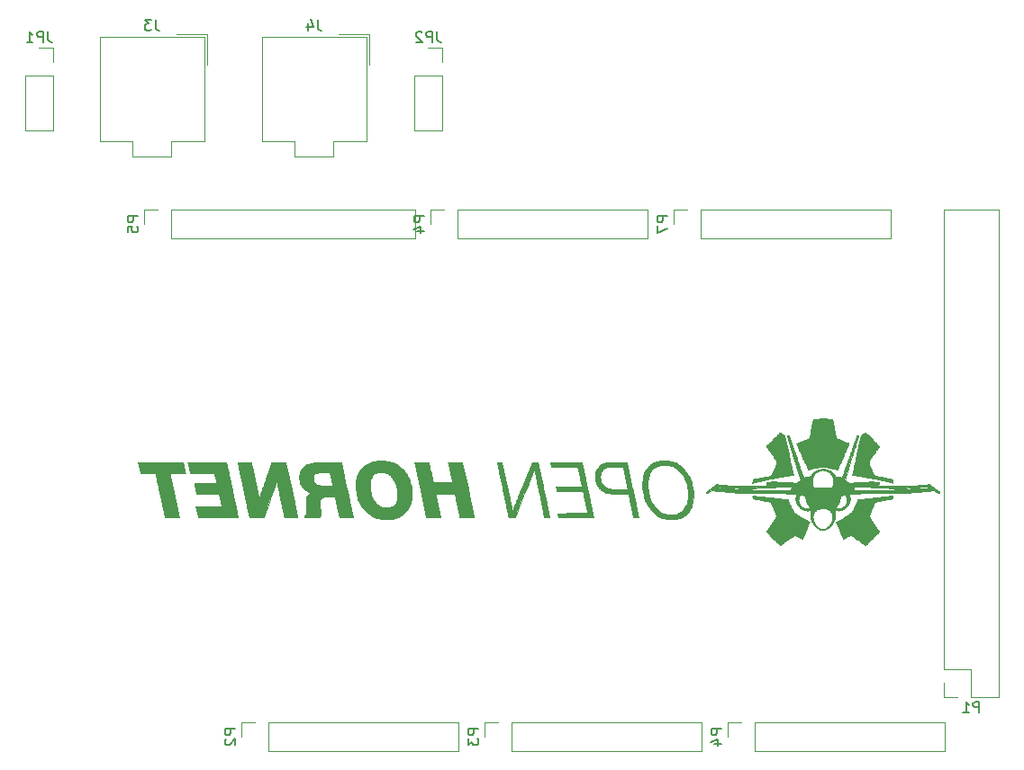
<source format=gbr>
G04 #@! TF.GenerationSoftware,KiCad,Pcbnew,(5.1.9)-1*
G04 #@! TF.CreationDate,2021-09-09T14:46:22-06:00*
G04 #@! TF.ProjectId,standby_controller,7374616e-6462-4795-9f63-6f6e74726f6c,rev?*
G04 #@! TF.SameCoordinates,Original*
G04 #@! TF.FileFunction,Legend,Bot*
G04 #@! TF.FilePolarity,Positive*
%FSLAX46Y46*%
G04 Gerber Fmt 4.6, Leading zero omitted, Abs format (unit mm)*
G04 Created by KiCad (PCBNEW (5.1.9)-1) date 2021-09-09 14:46:22*
%MOMM*%
%LPD*%
G01*
G04 APERTURE LIST*
%ADD10C,0.120000*%
%ADD11C,0.010000*%
%ADD12C,0.150000*%
G04 APERTURE END LIST*
D10*
X148904000Y-54296000D02*
X147574000Y-54296000D01*
X148904000Y-55626000D02*
X148904000Y-54296000D01*
X148904000Y-56896000D02*
X146244000Y-56896000D01*
X146244000Y-56896000D02*
X146244000Y-62036000D01*
X148904000Y-56896000D02*
X148904000Y-62036000D01*
X148904000Y-62036000D02*
X146244000Y-62036000D01*
X112328000Y-54296000D02*
X110998000Y-54296000D01*
X112328000Y-55626000D02*
X112328000Y-54296000D01*
X112328000Y-56896000D02*
X109668000Y-56896000D01*
X109668000Y-56896000D02*
X109668000Y-62036000D01*
X112328000Y-56896000D02*
X112328000Y-62036000D01*
X112328000Y-62036000D02*
X109668000Y-62036000D01*
X141988000Y-53026000D02*
X141988000Y-55876000D01*
X139138000Y-53026000D02*
X141988000Y-53026000D01*
X135028000Y-64486000D02*
X136838000Y-64486000D01*
X135028000Y-63086000D02*
X135028000Y-64486000D01*
X131928000Y-63086000D02*
X135028000Y-63086000D01*
X131928000Y-53266000D02*
X131928000Y-63086000D01*
X136838000Y-53266000D02*
X131928000Y-53266000D01*
X138648000Y-64486000D02*
X136838000Y-64486000D01*
X138648000Y-63086000D02*
X138648000Y-64486000D01*
X141748000Y-63086000D02*
X138648000Y-63086000D01*
X141748000Y-53266000D02*
X141748000Y-63086000D01*
X136838000Y-53266000D02*
X141748000Y-53266000D01*
X126748000Y-53026000D02*
X126748000Y-55876000D01*
X123898000Y-53026000D02*
X126748000Y-53026000D01*
X119788000Y-64486000D02*
X121598000Y-64486000D01*
X119788000Y-63086000D02*
X119788000Y-64486000D01*
X116688000Y-63086000D02*
X119788000Y-63086000D01*
X116688000Y-53266000D02*
X116688000Y-63086000D01*
X121598000Y-53266000D02*
X116688000Y-53266000D01*
X123408000Y-64486000D02*
X121598000Y-64486000D01*
X123408000Y-63086000D02*
X123408000Y-64486000D01*
X126508000Y-63086000D02*
X123408000Y-63086000D01*
X126508000Y-53266000D02*
X126508000Y-63086000D01*
X121598000Y-53266000D02*
X126508000Y-53266000D01*
X196028000Y-69536000D02*
X201228000Y-69536000D01*
X196028000Y-112776000D02*
X196028000Y-69536000D01*
X201228000Y-115376000D02*
X201228000Y-69536000D01*
X196028000Y-112776000D02*
X198628000Y-112776000D01*
X198628000Y-112776000D02*
X198628000Y-115376000D01*
X198628000Y-115376000D02*
X201228000Y-115376000D01*
X196028000Y-114046000D02*
X196028000Y-115376000D01*
X196028000Y-115376000D02*
X197358000Y-115376000D01*
X146364000Y-69536000D02*
X146364000Y-72196000D01*
X123444000Y-69536000D02*
X146364000Y-69536000D01*
X123444000Y-72196000D02*
X146364000Y-72196000D01*
X123444000Y-69536000D02*
X123444000Y-72196000D01*
X122174000Y-69536000D02*
X120844000Y-69536000D01*
X120844000Y-69536000D02*
X120844000Y-70866000D01*
X170628000Y-69536000D02*
X170628000Y-70866000D01*
X171958000Y-69536000D02*
X170628000Y-69536000D01*
X173228000Y-69536000D02*
X173228000Y-72196000D01*
X173228000Y-72196000D02*
X191068000Y-72196000D01*
X173228000Y-69536000D02*
X191068000Y-69536000D01*
X191068000Y-69536000D02*
X191068000Y-72196000D01*
D11*
G36*
X184694739Y-89179400D02*
G01*
X184653377Y-89179400D01*
X184513711Y-89179417D01*
X184389987Y-89179478D01*
X184281213Y-89179600D01*
X184186399Y-89179799D01*
X184104553Y-89180091D01*
X184034684Y-89180491D01*
X183975800Y-89181015D01*
X183926910Y-89181680D01*
X183887023Y-89182501D01*
X183855147Y-89183494D01*
X183830291Y-89184676D01*
X183811464Y-89186062D01*
X183797674Y-89187668D01*
X183787930Y-89189510D01*
X183781241Y-89191604D01*
X183777378Y-89193499D01*
X183757421Y-89209755D01*
X183744444Y-89227495D01*
X183741660Y-89238446D01*
X183736020Y-89264905D01*
X183727743Y-89305731D01*
X183717049Y-89359779D01*
X183704159Y-89425908D01*
X183689293Y-89502974D01*
X183672669Y-89589835D01*
X183654507Y-89685348D01*
X183635029Y-89788370D01*
X183614453Y-89897758D01*
X183592999Y-90012369D01*
X183578437Y-90090476D01*
X183556489Y-90207985D01*
X183535226Y-90321070D01*
X183514869Y-90428585D01*
X183495645Y-90529381D01*
X183477774Y-90622312D01*
X183461482Y-90706228D01*
X183446993Y-90779983D01*
X183434528Y-90842428D01*
X183424313Y-90892417D01*
X183416571Y-90928802D01*
X183411525Y-90950434D01*
X183409786Y-90956062D01*
X183394385Y-90978948D01*
X183378221Y-90996735D01*
X183368198Y-91002051D01*
X183343992Y-91013133D01*
X183307101Y-91029358D01*
X183259026Y-91050106D01*
X183201266Y-91074755D01*
X183135318Y-91102681D01*
X183062684Y-91133264D01*
X182984861Y-91165882D01*
X182903349Y-91199912D01*
X182819647Y-91234734D01*
X182735254Y-91269724D01*
X182651670Y-91304261D01*
X182570393Y-91337724D01*
X182492923Y-91369489D01*
X182420759Y-91398936D01*
X182355399Y-91425443D01*
X182298344Y-91448387D01*
X182251092Y-91467147D01*
X182215142Y-91481101D01*
X182191994Y-91489627D01*
X182184268Y-91492020D01*
X182183459Y-91494897D01*
X182185216Y-91503093D01*
X182189810Y-91517231D01*
X182197515Y-91537938D01*
X182208600Y-91565837D01*
X182223337Y-91601553D01*
X182241999Y-91645711D01*
X182264856Y-91698936D01*
X182292179Y-91761851D01*
X182324242Y-91835083D01*
X182361314Y-91919254D01*
X182403668Y-92014991D01*
X182451575Y-92122917D01*
X182505306Y-92243657D01*
X182565134Y-92377836D01*
X182631329Y-92526079D01*
X182704163Y-92689010D01*
X182719232Y-92722699D01*
X182780393Y-92859406D01*
X182839734Y-92991991D01*
X182896883Y-93119622D01*
X182951466Y-93241468D01*
X183003109Y-93356695D01*
X183051438Y-93464473D01*
X183096080Y-93563968D01*
X183136662Y-93654350D01*
X183172810Y-93734785D01*
X183204151Y-93804443D01*
X183230310Y-93862490D01*
X183250915Y-93908095D01*
X183265592Y-93940426D01*
X183273967Y-93958651D01*
X183275837Y-93962511D01*
X183281096Y-93966582D01*
X183291649Y-93967412D01*
X183309887Y-93964550D01*
X183338203Y-93957544D01*
X183378991Y-93945945D01*
X183405506Y-93938073D01*
X183527192Y-93903194D01*
X183657584Y-93868617D01*
X183792437Y-93835327D01*
X183927502Y-93804307D01*
X184058533Y-93776540D01*
X184181283Y-93753009D01*
X184268533Y-93738232D01*
X184319350Y-93732022D01*
X184383682Y-93726943D01*
X184458146Y-93723036D01*
X184539361Y-93720342D01*
X184623942Y-93718903D01*
X184708507Y-93718759D01*
X184789674Y-93719953D01*
X184864059Y-93722525D01*
X184928280Y-93726517D01*
X184961818Y-93729758D01*
X185058837Y-93742926D01*
X185168439Y-93761259D01*
X185287330Y-93784037D01*
X185412219Y-93810537D01*
X185539810Y-93840036D01*
X185666811Y-93871814D01*
X185789928Y-93905148D01*
X185875419Y-93930038D01*
X185921191Y-93943694D01*
X185961258Y-93955430D01*
X185992837Y-93964447D01*
X186013145Y-93969950D01*
X186019352Y-93971289D01*
X186023349Y-93963636D01*
X186033740Y-93941282D01*
X186050162Y-93905052D01*
X186072250Y-93855772D01*
X186099640Y-93794267D01*
X186131969Y-93721362D01*
X186168872Y-93637882D01*
X186209985Y-93544652D01*
X186254944Y-93442498D01*
X186303385Y-93332245D01*
X186354944Y-93214717D01*
X186409258Y-93090741D01*
X186465961Y-92961142D01*
X186524690Y-92826744D01*
X186563000Y-92738985D01*
X186622844Y-92601814D01*
X186680847Y-92468802D01*
X186736647Y-92340784D01*
X186789881Y-92218592D01*
X186840187Y-92103060D01*
X186887203Y-91995021D01*
X186930567Y-91895310D01*
X186969916Y-91804759D01*
X187004889Y-91724201D01*
X187035123Y-91654471D01*
X187060255Y-91596402D01*
X187079925Y-91550827D01*
X187093768Y-91518579D01*
X187101424Y-91500492D01*
X187102906Y-91496746D01*
X187095614Y-91491644D01*
X187073324Y-91480596D01*
X187036772Y-91463918D01*
X186986693Y-91441926D01*
X186923824Y-91414934D01*
X186848899Y-91383258D01*
X186762656Y-91347214D01*
X186665828Y-91307115D01*
X186559153Y-91263279D01*
X186535930Y-91253775D01*
X186442178Y-91215344D01*
X186352540Y-91178424D01*
X186268325Y-91143563D01*
X186190841Y-91111311D01*
X186121395Y-91082219D01*
X186061295Y-91056835D01*
X186011849Y-91035710D01*
X185974366Y-91019393D01*
X185950153Y-91008433D01*
X185940990Y-91003746D01*
X185919314Y-90983933D01*
X185901329Y-90959056D01*
X185900316Y-90957137D01*
X185896371Y-90944086D01*
X185889591Y-90915160D01*
X185880130Y-90871152D01*
X185868144Y-90812854D01*
X185853789Y-90741059D01*
X185837219Y-90656559D01*
X185818591Y-90560146D01*
X185798060Y-90452613D01*
X185775781Y-90334753D01*
X185751909Y-90207357D01*
X185728644Y-90082246D01*
X185706813Y-89964728D01*
X185685720Y-89851747D01*
X185665582Y-89744437D01*
X185646618Y-89643932D01*
X185629044Y-89551366D01*
X185613078Y-89467873D01*
X185598938Y-89394589D01*
X185586842Y-89332646D01*
X185577005Y-89283180D01*
X185569647Y-89247324D01*
X185564985Y-89226213D01*
X185563461Y-89220851D01*
X185560002Y-89214227D01*
X185556478Y-89208348D01*
X185551914Y-89203171D01*
X185545333Y-89198650D01*
X185535759Y-89194742D01*
X185522215Y-89191401D01*
X185503726Y-89188583D01*
X185479315Y-89186243D01*
X185448006Y-89184339D01*
X185408823Y-89182823D01*
X185360789Y-89181654D01*
X185302929Y-89180785D01*
X185234266Y-89180172D01*
X185153823Y-89179771D01*
X185060626Y-89179538D01*
X184953697Y-89179428D01*
X184832060Y-89179397D01*
X184694739Y-89179400D01*
G37*
X184694739Y-89179400D02*
X184653377Y-89179400D01*
X184513711Y-89179417D01*
X184389987Y-89179478D01*
X184281213Y-89179600D01*
X184186399Y-89179799D01*
X184104553Y-89180091D01*
X184034684Y-89180491D01*
X183975800Y-89181015D01*
X183926910Y-89181680D01*
X183887023Y-89182501D01*
X183855147Y-89183494D01*
X183830291Y-89184676D01*
X183811464Y-89186062D01*
X183797674Y-89187668D01*
X183787930Y-89189510D01*
X183781241Y-89191604D01*
X183777378Y-89193499D01*
X183757421Y-89209755D01*
X183744444Y-89227495D01*
X183741660Y-89238446D01*
X183736020Y-89264905D01*
X183727743Y-89305731D01*
X183717049Y-89359779D01*
X183704159Y-89425908D01*
X183689293Y-89502974D01*
X183672669Y-89589835D01*
X183654507Y-89685348D01*
X183635029Y-89788370D01*
X183614453Y-89897758D01*
X183592999Y-90012369D01*
X183578437Y-90090476D01*
X183556489Y-90207985D01*
X183535226Y-90321070D01*
X183514869Y-90428585D01*
X183495645Y-90529381D01*
X183477774Y-90622312D01*
X183461482Y-90706228D01*
X183446993Y-90779983D01*
X183434528Y-90842428D01*
X183424313Y-90892417D01*
X183416571Y-90928802D01*
X183411525Y-90950434D01*
X183409786Y-90956062D01*
X183394385Y-90978948D01*
X183378221Y-90996735D01*
X183368198Y-91002051D01*
X183343992Y-91013133D01*
X183307101Y-91029358D01*
X183259026Y-91050106D01*
X183201266Y-91074755D01*
X183135318Y-91102681D01*
X183062684Y-91133264D01*
X182984861Y-91165882D01*
X182903349Y-91199912D01*
X182819647Y-91234734D01*
X182735254Y-91269724D01*
X182651670Y-91304261D01*
X182570393Y-91337724D01*
X182492923Y-91369489D01*
X182420759Y-91398936D01*
X182355399Y-91425443D01*
X182298344Y-91448387D01*
X182251092Y-91467147D01*
X182215142Y-91481101D01*
X182191994Y-91489627D01*
X182184268Y-91492020D01*
X182183459Y-91494897D01*
X182185216Y-91503093D01*
X182189810Y-91517231D01*
X182197515Y-91537938D01*
X182208600Y-91565837D01*
X182223337Y-91601553D01*
X182241999Y-91645711D01*
X182264856Y-91698936D01*
X182292179Y-91761851D01*
X182324242Y-91835083D01*
X182361314Y-91919254D01*
X182403668Y-92014991D01*
X182451575Y-92122917D01*
X182505306Y-92243657D01*
X182565134Y-92377836D01*
X182631329Y-92526079D01*
X182704163Y-92689010D01*
X182719232Y-92722699D01*
X182780393Y-92859406D01*
X182839734Y-92991991D01*
X182896883Y-93119622D01*
X182951466Y-93241468D01*
X183003109Y-93356695D01*
X183051438Y-93464473D01*
X183096080Y-93563968D01*
X183136662Y-93654350D01*
X183172810Y-93734785D01*
X183204151Y-93804443D01*
X183230310Y-93862490D01*
X183250915Y-93908095D01*
X183265592Y-93940426D01*
X183273967Y-93958651D01*
X183275837Y-93962511D01*
X183281096Y-93966582D01*
X183291649Y-93967412D01*
X183309887Y-93964550D01*
X183338203Y-93957544D01*
X183378991Y-93945945D01*
X183405506Y-93938073D01*
X183527192Y-93903194D01*
X183657584Y-93868617D01*
X183792437Y-93835327D01*
X183927502Y-93804307D01*
X184058533Y-93776540D01*
X184181283Y-93753009D01*
X184268533Y-93738232D01*
X184319350Y-93732022D01*
X184383682Y-93726943D01*
X184458146Y-93723036D01*
X184539361Y-93720342D01*
X184623942Y-93718903D01*
X184708507Y-93718759D01*
X184789674Y-93719953D01*
X184864059Y-93722525D01*
X184928280Y-93726517D01*
X184961818Y-93729758D01*
X185058837Y-93742926D01*
X185168439Y-93761259D01*
X185287330Y-93784037D01*
X185412219Y-93810537D01*
X185539810Y-93840036D01*
X185666811Y-93871814D01*
X185789928Y-93905148D01*
X185875419Y-93930038D01*
X185921191Y-93943694D01*
X185961258Y-93955430D01*
X185992837Y-93964447D01*
X186013145Y-93969950D01*
X186019352Y-93971289D01*
X186023349Y-93963636D01*
X186033740Y-93941282D01*
X186050162Y-93905052D01*
X186072250Y-93855772D01*
X186099640Y-93794267D01*
X186131969Y-93721362D01*
X186168872Y-93637882D01*
X186209985Y-93544652D01*
X186254944Y-93442498D01*
X186303385Y-93332245D01*
X186354944Y-93214717D01*
X186409258Y-93090741D01*
X186465961Y-92961142D01*
X186524690Y-92826744D01*
X186563000Y-92738985D01*
X186622844Y-92601814D01*
X186680847Y-92468802D01*
X186736647Y-92340784D01*
X186789881Y-92218592D01*
X186840187Y-92103060D01*
X186887203Y-91995021D01*
X186930567Y-91895310D01*
X186969916Y-91804759D01*
X187004889Y-91724201D01*
X187035123Y-91654471D01*
X187060255Y-91596402D01*
X187079925Y-91550827D01*
X187093768Y-91518579D01*
X187101424Y-91500492D01*
X187102906Y-91496746D01*
X187095614Y-91491644D01*
X187073324Y-91480596D01*
X187036772Y-91463918D01*
X186986693Y-91441926D01*
X186923824Y-91414934D01*
X186848899Y-91383258D01*
X186762656Y-91347214D01*
X186665828Y-91307115D01*
X186559153Y-91263279D01*
X186535930Y-91253775D01*
X186442178Y-91215344D01*
X186352540Y-91178424D01*
X186268325Y-91143563D01*
X186190841Y-91111311D01*
X186121395Y-91082219D01*
X186061295Y-91056835D01*
X186011849Y-91035710D01*
X185974366Y-91019393D01*
X185950153Y-91008433D01*
X185940990Y-91003746D01*
X185919314Y-90983933D01*
X185901329Y-90959056D01*
X185900316Y-90957137D01*
X185896371Y-90944086D01*
X185889591Y-90915160D01*
X185880130Y-90871152D01*
X185868144Y-90812854D01*
X185853789Y-90741059D01*
X185837219Y-90656559D01*
X185818591Y-90560146D01*
X185798060Y-90452613D01*
X185775781Y-90334753D01*
X185751909Y-90207357D01*
X185728644Y-90082246D01*
X185706813Y-89964728D01*
X185685720Y-89851747D01*
X185665582Y-89744437D01*
X185646618Y-89643932D01*
X185629044Y-89551366D01*
X185613078Y-89467873D01*
X185598938Y-89394589D01*
X185586842Y-89332646D01*
X185577005Y-89283180D01*
X185569647Y-89247324D01*
X185564985Y-89226213D01*
X185563461Y-89220851D01*
X185560002Y-89214227D01*
X185556478Y-89208348D01*
X185551914Y-89203171D01*
X185545333Y-89198650D01*
X185535759Y-89194742D01*
X185522215Y-89191401D01*
X185503726Y-89188583D01*
X185479315Y-89186243D01*
X185448006Y-89184339D01*
X185408823Y-89182823D01*
X185360789Y-89181654D01*
X185302929Y-89180785D01*
X185234266Y-89180172D01*
X185153823Y-89179771D01*
X185060626Y-89179538D01*
X184953697Y-89179428D01*
X184832060Y-89179397D01*
X184694739Y-89179400D01*
G36*
X180612027Y-90504273D02*
G01*
X180603073Y-90510894D01*
X180583197Y-90528567D01*
X180553390Y-90556308D01*
X180514642Y-90593134D01*
X180467942Y-90638060D01*
X180414280Y-90690103D01*
X180354647Y-90748279D01*
X180290032Y-90811604D01*
X180221425Y-90879094D01*
X180149816Y-90949765D01*
X180076194Y-91022633D01*
X180001551Y-91096715D01*
X179926874Y-91171026D01*
X179853155Y-91244583D01*
X179781383Y-91316402D01*
X179712549Y-91385499D01*
X179647641Y-91450890D01*
X179587650Y-91511591D01*
X179533566Y-91566619D01*
X179486379Y-91614989D01*
X179447078Y-91655718D01*
X179416653Y-91687821D01*
X179396095Y-91710315D01*
X179386393Y-91722217D01*
X179386036Y-91722827D01*
X179376959Y-91754824D01*
X179377497Y-91775072D01*
X179383255Y-91787435D01*
X179398706Y-91813521D01*
X179423777Y-91853223D01*
X179458396Y-91906431D01*
X179502490Y-91973035D01*
X179555987Y-92052926D01*
X179618812Y-92145995D01*
X179690895Y-92252132D01*
X179772161Y-92371230D01*
X179861994Y-92502383D01*
X179940635Y-92617207D01*
X180013638Y-92724197D01*
X180080589Y-92822733D01*
X180141074Y-92912193D01*
X180194679Y-92991958D01*
X180240988Y-93061407D01*
X180279589Y-93119919D01*
X180310066Y-93166872D01*
X180332006Y-93201648D01*
X180344993Y-93223624D01*
X180348623Y-93231391D01*
X180352037Y-93257057D01*
X180351210Y-93278861D01*
X180351058Y-93279586D01*
X180346661Y-93292173D01*
X180336174Y-93318677D01*
X180320229Y-93357626D01*
X180299460Y-93407548D01*
X180274500Y-93466973D01*
X180245983Y-93534428D01*
X180214541Y-93608442D01*
X180180809Y-93687543D01*
X180145418Y-93770261D01*
X180109003Y-93855122D01*
X180072197Y-93940657D01*
X180035633Y-94025393D01*
X179999944Y-94107858D01*
X179965764Y-94186582D01*
X179933725Y-94260092D01*
X179904462Y-94326917D01*
X179878607Y-94385586D01*
X179856793Y-94434627D01*
X179839654Y-94472568D01*
X179827824Y-94497938D01*
X179821935Y-94509266D01*
X179821803Y-94509443D01*
X179801858Y-94529110D01*
X179782389Y-94542418D01*
X179771005Y-94545593D01*
X179744129Y-94551606D01*
X179702921Y-94560230D01*
X179648543Y-94571239D01*
X179582157Y-94584406D01*
X179504923Y-94599506D01*
X179418002Y-94616312D01*
X179322556Y-94634598D01*
X179219747Y-94654137D01*
X179110734Y-94674703D01*
X178996681Y-94696070D01*
X178934353Y-94707685D01*
X178798916Y-94732885D01*
X178679132Y-94755201D01*
X178574006Y-94774842D01*
X178482543Y-94792019D01*
X178403746Y-94806939D01*
X178336622Y-94819813D01*
X178280173Y-94830849D01*
X178233406Y-94840256D01*
X178195324Y-94848244D01*
X178164933Y-94855022D01*
X178141236Y-94860798D01*
X178123239Y-94865781D01*
X178109947Y-94870182D01*
X178100362Y-94874209D01*
X178093492Y-94878071D01*
X178088339Y-94881977D01*
X178083910Y-94886137D01*
X178083633Y-94886410D01*
X178058233Y-94911615D01*
X178055571Y-95059641D01*
X178052909Y-95207666D01*
X178072504Y-95206802D01*
X178084075Y-95204670D01*
X178110591Y-95198828D01*
X178150558Y-95189631D01*
X178202484Y-95177435D01*
X178264876Y-95162594D01*
X178336239Y-95145465D01*
X178415081Y-95126400D01*
X178499909Y-95105757D01*
X178587400Y-95084340D01*
X178775239Y-95038484D01*
X178947477Y-94996985D01*
X179104829Y-94959679D01*
X179248014Y-94926404D01*
X179377749Y-94896994D01*
X179494749Y-94871287D01*
X179599733Y-94849117D01*
X179693417Y-94830323D01*
X179730400Y-94823239D01*
X179759903Y-94817855D01*
X179804806Y-94809910D01*
X179863811Y-94799624D01*
X179935614Y-94787219D01*
X180018915Y-94772918D01*
X180112412Y-94756942D01*
X180214805Y-94739514D01*
X180324791Y-94720854D01*
X180441070Y-94701185D01*
X180562340Y-94680729D01*
X180687300Y-94659708D01*
X180814649Y-94638343D01*
X180826834Y-94636302D01*
X180951876Y-94615283D01*
X181072988Y-94594778D01*
X181189034Y-94574987D01*
X181298877Y-94556110D01*
X181401383Y-94538347D01*
X181495413Y-94521898D01*
X181579833Y-94506964D01*
X181653507Y-94493744D01*
X181715298Y-94482438D01*
X181764070Y-94473246D01*
X181798687Y-94466370D01*
X181818013Y-94462007D01*
X181820293Y-94461343D01*
X181848933Y-94451333D01*
X181864395Y-94443487D01*
X181869825Y-94435479D01*
X181868582Y-94425679D01*
X181864746Y-94412178D01*
X181860199Y-94395047D01*
X181854801Y-94373640D01*
X181848409Y-94347313D01*
X181840881Y-94315419D01*
X181832075Y-94277314D01*
X181821851Y-94232351D01*
X181810065Y-94179886D01*
X181796577Y-94119272D01*
X181781245Y-94049865D01*
X181763926Y-93971020D01*
X181744480Y-93882090D01*
X181722764Y-93782430D01*
X181698636Y-93671395D01*
X181671955Y-93548339D01*
X181642579Y-93412618D01*
X181610367Y-93263584D01*
X181575176Y-93100594D01*
X181536865Y-92923002D01*
X181495292Y-92730162D01*
X181450315Y-92521428D01*
X181448974Y-92515204D01*
X181074134Y-90775242D01*
X180877312Y-90639838D01*
X180825230Y-90604461D01*
X180776677Y-90572340D01*
X180733675Y-90544745D01*
X180698242Y-90522943D01*
X180672397Y-90508204D01*
X180658162Y-90501797D01*
X180657389Y-90501655D01*
X180630556Y-90501552D01*
X180612027Y-90504273D01*
G37*
X180612027Y-90504273D02*
X180603073Y-90510894D01*
X180583197Y-90528567D01*
X180553390Y-90556308D01*
X180514642Y-90593134D01*
X180467942Y-90638060D01*
X180414280Y-90690103D01*
X180354647Y-90748279D01*
X180290032Y-90811604D01*
X180221425Y-90879094D01*
X180149816Y-90949765D01*
X180076194Y-91022633D01*
X180001551Y-91096715D01*
X179926874Y-91171026D01*
X179853155Y-91244583D01*
X179781383Y-91316402D01*
X179712549Y-91385499D01*
X179647641Y-91450890D01*
X179587650Y-91511591D01*
X179533566Y-91566619D01*
X179486379Y-91614989D01*
X179447078Y-91655718D01*
X179416653Y-91687821D01*
X179396095Y-91710315D01*
X179386393Y-91722217D01*
X179386036Y-91722827D01*
X179376959Y-91754824D01*
X179377497Y-91775072D01*
X179383255Y-91787435D01*
X179398706Y-91813521D01*
X179423777Y-91853223D01*
X179458396Y-91906431D01*
X179502490Y-91973035D01*
X179555987Y-92052926D01*
X179618812Y-92145995D01*
X179690895Y-92252132D01*
X179772161Y-92371230D01*
X179861994Y-92502383D01*
X179940635Y-92617207D01*
X180013638Y-92724197D01*
X180080589Y-92822733D01*
X180141074Y-92912193D01*
X180194679Y-92991958D01*
X180240988Y-93061407D01*
X180279589Y-93119919D01*
X180310066Y-93166872D01*
X180332006Y-93201648D01*
X180344993Y-93223624D01*
X180348623Y-93231391D01*
X180352037Y-93257057D01*
X180351210Y-93278861D01*
X180351058Y-93279586D01*
X180346661Y-93292173D01*
X180336174Y-93318677D01*
X180320229Y-93357626D01*
X180299460Y-93407548D01*
X180274500Y-93466973D01*
X180245983Y-93534428D01*
X180214541Y-93608442D01*
X180180809Y-93687543D01*
X180145418Y-93770261D01*
X180109003Y-93855122D01*
X180072197Y-93940657D01*
X180035633Y-94025393D01*
X179999944Y-94107858D01*
X179965764Y-94186582D01*
X179933725Y-94260092D01*
X179904462Y-94326917D01*
X179878607Y-94385586D01*
X179856793Y-94434627D01*
X179839654Y-94472568D01*
X179827824Y-94497938D01*
X179821935Y-94509266D01*
X179821803Y-94509443D01*
X179801858Y-94529110D01*
X179782389Y-94542418D01*
X179771005Y-94545593D01*
X179744129Y-94551606D01*
X179702921Y-94560230D01*
X179648543Y-94571239D01*
X179582157Y-94584406D01*
X179504923Y-94599506D01*
X179418002Y-94616312D01*
X179322556Y-94634598D01*
X179219747Y-94654137D01*
X179110734Y-94674703D01*
X178996681Y-94696070D01*
X178934353Y-94707685D01*
X178798916Y-94732885D01*
X178679132Y-94755201D01*
X178574006Y-94774842D01*
X178482543Y-94792019D01*
X178403746Y-94806939D01*
X178336622Y-94819813D01*
X178280173Y-94830849D01*
X178233406Y-94840256D01*
X178195324Y-94848244D01*
X178164933Y-94855022D01*
X178141236Y-94860798D01*
X178123239Y-94865781D01*
X178109947Y-94870182D01*
X178100362Y-94874209D01*
X178093492Y-94878071D01*
X178088339Y-94881977D01*
X178083910Y-94886137D01*
X178083633Y-94886410D01*
X178058233Y-94911615D01*
X178055571Y-95059641D01*
X178052909Y-95207666D01*
X178072504Y-95206802D01*
X178084075Y-95204670D01*
X178110591Y-95198828D01*
X178150558Y-95189631D01*
X178202484Y-95177435D01*
X178264876Y-95162594D01*
X178336239Y-95145465D01*
X178415081Y-95126400D01*
X178499909Y-95105757D01*
X178587400Y-95084340D01*
X178775239Y-95038484D01*
X178947477Y-94996985D01*
X179104829Y-94959679D01*
X179248014Y-94926404D01*
X179377749Y-94896994D01*
X179494749Y-94871287D01*
X179599733Y-94849117D01*
X179693417Y-94830323D01*
X179730400Y-94823239D01*
X179759903Y-94817855D01*
X179804806Y-94809910D01*
X179863811Y-94799624D01*
X179935614Y-94787219D01*
X180018915Y-94772918D01*
X180112412Y-94756942D01*
X180214805Y-94739514D01*
X180324791Y-94720854D01*
X180441070Y-94701185D01*
X180562340Y-94680729D01*
X180687300Y-94659708D01*
X180814649Y-94638343D01*
X180826834Y-94636302D01*
X180951876Y-94615283D01*
X181072988Y-94594778D01*
X181189034Y-94574987D01*
X181298877Y-94556110D01*
X181401383Y-94538347D01*
X181495413Y-94521898D01*
X181579833Y-94506964D01*
X181653507Y-94493744D01*
X181715298Y-94482438D01*
X181764070Y-94473246D01*
X181798687Y-94466370D01*
X181818013Y-94462007D01*
X181820293Y-94461343D01*
X181848933Y-94451333D01*
X181864395Y-94443487D01*
X181869825Y-94435479D01*
X181868582Y-94425679D01*
X181864746Y-94412178D01*
X181860199Y-94395047D01*
X181854801Y-94373640D01*
X181848409Y-94347313D01*
X181840881Y-94315419D01*
X181832075Y-94277314D01*
X181821851Y-94232351D01*
X181810065Y-94179886D01*
X181796577Y-94119272D01*
X181781245Y-94049865D01*
X181763926Y-93971020D01*
X181744480Y-93882090D01*
X181722764Y-93782430D01*
X181698636Y-93671395D01*
X181671955Y-93548339D01*
X181642579Y-93412618D01*
X181610367Y-93263584D01*
X181575176Y-93100594D01*
X181536865Y-92923002D01*
X181495292Y-92730162D01*
X181450315Y-92521428D01*
X181448974Y-92515204D01*
X181074134Y-90775242D01*
X180877312Y-90639838D01*
X180825230Y-90604461D01*
X180776677Y-90572340D01*
X180733675Y-90544745D01*
X180698242Y-90522943D01*
X180672397Y-90508204D01*
X180658162Y-90501797D01*
X180657389Y-90501655D01*
X180630556Y-90501552D01*
X180612027Y-90504273D01*
G36*
X188671062Y-90500487D02*
G01*
X188659046Y-90501185D01*
X188646644Y-90503792D01*
X188632052Y-90509355D01*
X188613466Y-90518924D01*
X188589082Y-90533547D01*
X188557094Y-90554273D01*
X188515698Y-90582151D01*
X188463091Y-90618229D01*
X188434336Y-90638070D01*
X188235571Y-90775366D01*
X187853155Y-92548780D01*
X187816305Y-92719582D01*
X187780293Y-92886339D01*
X187745289Y-93048269D01*
X187711463Y-93204587D01*
X187678987Y-93354508D01*
X187648031Y-93497250D01*
X187618766Y-93632027D01*
X187591362Y-93758057D01*
X187565991Y-93874554D01*
X187542823Y-93980735D01*
X187522028Y-94075816D01*
X187503779Y-94159013D01*
X187488244Y-94229542D01*
X187475596Y-94286618D01*
X187466004Y-94329459D01*
X187459641Y-94357279D01*
X187456730Y-94369113D01*
X187448218Y-94397390D01*
X187441137Y-94420502D01*
X187438102Y-94430106D01*
X187438870Y-94438681D01*
X187449156Y-94446711D01*
X187471675Y-94455837D01*
X187491424Y-94462281D01*
X187507313Y-94466041D01*
X187538780Y-94472366D01*
X187584698Y-94481056D01*
X187643938Y-94491914D01*
X187715371Y-94504742D01*
X187797871Y-94519341D01*
X187890308Y-94535513D01*
X187991555Y-94553062D01*
X188100484Y-94571787D01*
X188215965Y-94591493D01*
X188336872Y-94611979D01*
X188462076Y-94633050D01*
X188510334Y-94641133D01*
X188679540Y-94669444D01*
X188833409Y-94695233D01*
X188973301Y-94718771D01*
X189100581Y-94740331D01*
X189216610Y-94760182D01*
X189322752Y-94778599D01*
X189420369Y-94795852D01*
X189510824Y-94812214D01*
X189595480Y-94827956D01*
X189675699Y-94843350D01*
X189752844Y-94858669D01*
X189828278Y-94874183D01*
X189903364Y-94890165D01*
X189979463Y-94906887D01*
X190057940Y-94924620D01*
X190140156Y-94943637D01*
X190227475Y-94964209D01*
X190321259Y-94986609D01*
X190422871Y-95011107D01*
X190533673Y-95037977D01*
X190655029Y-95067489D01*
X190689851Y-95075963D01*
X190782918Y-95098570D01*
X190871261Y-95119950D01*
X190953484Y-95139772D01*
X191028192Y-95157703D01*
X191093990Y-95173409D01*
X191149483Y-95186559D01*
X191193276Y-95196819D01*
X191223974Y-95203858D01*
X191240181Y-95207342D01*
X191242301Y-95207666D01*
X191246619Y-95204273D01*
X191249736Y-95192748D01*
X191251813Y-95171072D01*
X191253014Y-95137224D01*
X191253501Y-95089186D01*
X191253533Y-95068365D01*
X191253100Y-95009225D01*
X191251459Y-94964492D01*
X191248106Y-94931652D01*
X191242531Y-94908194D01*
X191234229Y-94891604D01*
X191222691Y-94879370D01*
X191214119Y-94873150D01*
X191202702Y-94869560D01*
X191175483Y-94863136D01*
X191133327Y-94854046D01*
X191077098Y-94842460D01*
X191007658Y-94828549D01*
X190925873Y-94812483D01*
X190832605Y-94794430D01*
X190728718Y-94774561D01*
X190615076Y-94753045D01*
X190492542Y-94730052D01*
X190370874Y-94707402D01*
X190234602Y-94682103D01*
X190113990Y-94659653D01*
X190008039Y-94639846D01*
X189915755Y-94622479D01*
X189836139Y-94607347D01*
X189768196Y-94594246D01*
X189710928Y-94582971D01*
X189663339Y-94573318D01*
X189624432Y-94565083D01*
X189593210Y-94558060D01*
X189568677Y-94552047D01*
X189549836Y-94546838D01*
X189535690Y-94542230D01*
X189525243Y-94538016D01*
X189517497Y-94533995D01*
X189513841Y-94531663D01*
X189507473Y-94527025D01*
X189501276Y-94521451D01*
X189494755Y-94513886D01*
X189487414Y-94503269D01*
X189478761Y-94488543D01*
X189468298Y-94468650D01*
X189455533Y-94442531D01*
X189439969Y-94409128D01*
X189421113Y-94367383D01*
X189398469Y-94316237D01*
X189371543Y-94254633D01*
X189339840Y-94181512D01*
X189302865Y-94095815D01*
X189260124Y-93996485D01*
X189220178Y-93903543D01*
X189170675Y-93788279D01*
X189127495Y-93687495D01*
X189090256Y-93600118D01*
X189058580Y-93525079D01*
X189032084Y-93461306D01*
X189010391Y-93407727D01*
X188993118Y-93363273D01*
X188979886Y-93326871D01*
X188970315Y-93297450D01*
X188964024Y-93273940D01*
X188960633Y-93255269D01*
X188959762Y-93240367D01*
X188961030Y-93228161D01*
X188964058Y-93217582D01*
X188968465Y-93207558D01*
X188971192Y-93202177D01*
X188977628Y-93191983D01*
X188992987Y-93168827D01*
X189016596Y-93133698D01*
X189047782Y-93087585D01*
X189085870Y-93031477D01*
X189130188Y-92966364D01*
X189180062Y-92893233D01*
X189234818Y-92813075D01*
X189293784Y-92726878D01*
X189356284Y-92635632D01*
X189421647Y-92540325D01*
X189450872Y-92497748D01*
X189517203Y-92401044D01*
X189580896Y-92308000D01*
X189641285Y-92219601D01*
X189697702Y-92136831D01*
X189749481Y-92060676D01*
X189795953Y-91992121D01*
X189836451Y-91932151D01*
X189870309Y-91881751D01*
X189896859Y-91841907D01*
X189915433Y-91813604D01*
X189925364Y-91797826D01*
X189926826Y-91795100D01*
X189930302Y-91786223D01*
X189932993Y-91777947D01*
X189934250Y-91769541D01*
X189933425Y-91760274D01*
X189929867Y-91749415D01*
X189922929Y-91736234D01*
X189911961Y-91719998D01*
X189896315Y-91699977D01*
X189875341Y-91675439D01*
X189848391Y-91645654D01*
X189814816Y-91609890D01*
X189773967Y-91567416D01*
X189725195Y-91517502D01*
X189667851Y-91459416D01*
X189601286Y-91392426D01*
X189524852Y-91315802D01*
X189437899Y-91228813D01*
X189339779Y-91130727D01*
X189316644Y-91107601D01*
X188709024Y-90500200D01*
X188671062Y-90500487D01*
G37*
X188671062Y-90500487D02*
X188659046Y-90501185D01*
X188646644Y-90503792D01*
X188632052Y-90509355D01*
X188613466Y-90518924D01*
X188589082Y-90533547D01*
X188557094Y-90554273D01*
X188515698Y-90582151D01*
X188463091Y-90618229D01*
X188434336Y-90638070D01*
X188235571Y-90775366D01*
X187853155Y-92548780D01*
X187816305Y-92719582D01*
X187780293Y-92886339D01*
X187745289Y-93048269D01*
X187711463Y-93204587D01*
X187678987Y-93354508D01*
X187648031Y-93497250D01*
X187618766Y-93632027D01*
X187591362Y-93758057D01*
X187565991Y-93874554D01*
X187542823Y-93980735D01*
X187522028Y-94075816D01*
X187503779Y-94159013D01*
X187488244Y-94229542D01*
X187475596Y-94286618D01*
X187466004Y-94329459D01*
X187459641Y-94357279D01*
X187456730Y-94369113D01*
X187448218Y-94397390D01*
X187441137Y-94420502D01*
X187438102Y-94430106D01*
X187438870Y-94438681D01*
X187449156Y-94446711D01*
X187471675Y-94455837D01*
X187491424Y-94462281D01*
X187507313Y-94466041D01*
X187538780Y-94472366D01*
X187584698Y-94481056D01*
X187643938Y-94491914D01*
X187715371Y-94504742D01*
X187797871Y-94519341D01*
X187890308Y-94535513D01*
X187991555Y-94553062D01*
X188100484Y-94571787D01*
X188215965Y-94591493D01*
X188336872Y-94611979D01*
X188462076Y-94633050D01*
X188510334Y-94641133D01*
X188679540Y-94669444D01*
X188833409Y-94695233D01*
X188973301Y-94718771D01*
X189100581Y-94740331D01*
X189216610Y-94760182D01*
X189322752Y-94778599D01*
X189420369Y-94795852D01*
X189510824Y-94812214D01*
X189595480Y-94827956D01*
X189675699Y-94843350D01*
X189752844Y-94858669D01*
X189828278Y-94874183D01*
X189903364Y-94890165D01*
X189979463Y-94906887D01*
X190057940Y-94924620D01*
X190140156Y-94943637D01*
X190227475Y-94964209D01*
X190321259Y-94986609D01*
X190422871Y-95011107D01*
X190533673Y-95037977D01*
X190655029Y-95067489D01*
X190689851Y-95075963D01*
X190782918Y-95098570D01*
X190871261Y-95119950D01*
X190953484Y-95139772D01*
X191028192Y-95157703D01*
X191093990Y-95173409D01*
X191149483Y-95186559D01*
X191193276Y-95196819D01*
X191223974Y-95203858D01*
X191240181Y-95207342D01*
X191242301Y-95207666D01*
X191246619Y-95204273D01*
X191249736Y-95192748D01*
X191251813Y-95171072D01*
X191253014Y-95137224D01*
X191253501Y-95089186D01*
X191253533Y-95068365D01*
X191253100Y-95009225D01*
X191251459Y-94964492D01*
X191248106Y-94931652D01*
X191242531Y-94908194D01*
X191234229Y-94891604D01*
X191222691Y-94879370D01*
X191214119Y-94873150D01*
X191202702Y-94869560D01*
X191175483Y-94863136D01*
X191133327Y-94854046D01*
X191077098Y-94842460D01*
X191007658Y-94828549D01*
X190925873Y-94812483D01*
X190832605Y-94794430D01*
X190728718Y-94774561D01*
X190615076Y-94753045D01*
X190492542Y-94730052D01*
X190370874Y-94707402D01*
X190234602Y-94682103D01*
X190113990Y-94659653D01*
X190008039Y-94639846D01*
X189915755Y-94622479D01*
X189836139Y-94607347D01*
X189768196Y-94594246D01*
X189710928Y-94582971D01*
X189663339Y-94573318D01*
X189624432Y-94565083D01*
X189593210Y-94558060D01*
X189568677Y-94552047D01*
X189549836Y-94546838D01*
X189535690Y-94542230D01*
X189525243Y-94538016D01*
X189517497Y-94533995D01*
X189513841Y-94531663D01*
X189507473Y-94527025D01*
X189501276Y-94521451D01*
X189494755Y-94513886D01*
X189487414Y-94503269D01*
X189478761Y-94488543D01*
X189468298Y-94468650D01*
X189455533Y-94442531D01*
X189439969Y-94409128D01*
X189421113Y-94367383D01*
X189398469Y-94316237D01*
X189371543Y-94254633D01*
X189339840Y-94181512D01*
X189302865Y-94095815D01*
X189260124Y-93996485D01*
X189220178Y-93903543D01*
X189170675Y-93788279D01*
X189127495Y-93687495D01*
X189090256Y-93600118D01*
X189058580Y-93525079D01*
X189032084Y-93461306D01*
X189010391Y-93407727D01*
X188993118Y-93363273D01*
X188979886Y-93326871D01*
X188970315Y-93297450D01*
X188964024Y-93273940D01*
X188960633Y-93255269D01*
X188959762Y-93240367D01*
X188961030Y-93228161D01*
X188964058Y-93217582D01*
X188968465Y-93207558D01*
X188971192Y-93202177D01*
X188977628Y-93191983D01*
X188992987Y-93168827D01*
X189016596Y-93133698D01*
X189047782Y-93087585D01*
X189085870Y-93031477D01*
X189130188Y-92966364D01*
X189180062Y-92893233D01*
X189234818Y-92813075D01*
X189293784Y-92726878D01*
X189356284Y-92635632D01*
X189421647Y-92540325D01*
X189450872Y-92497748D01*
X189517203Y-92401044D01*
X189580896Y-92308000D01*
X189641285Y-92219601D01*
X189697702Y-92136831D01*
X189749481Y-92060676D01*
X189795953Y-91992121D01*
X189836451Y-91932151D01*
X189870309Y-91881751D01*
X189896859Y-91841907D01*
X189915433Y-91813604D01*
X189925364Y-91797826D01*
X189926826Y-91795100D01*
X189930302Y-91786223D01*
X189932993Y-91777947D01*
X189934250Y-91769541D01*
X189933425Y-91760274D01*
X189929867Y-91749415D01*
X189922929Y-91736234D01*
X189911961Y-91719998D01*
X189896315Y-91699977D01*
X189875341Y-91675439D01*
X189848391Y-91645654D01*
X189814816Y-91609890D01*
X189773967Y-91567416D01*
X189725195Y-91517502D01*
X189667851Y-91459416D01*
X189601286Y-91392426D01*
X189524852Y-91315802D01*
X189437899Y-91228813D01*
X189339779Y-91130727D01*
X189316644Y-91107601D01*
X188709024Y-90500200D01*
X188671062Y-90500487D01*
G36*
X122210195Y-93260341D02*
G01*
X122027181Y-93260366D01*
X121849370Y-93260406D01*
X121677483Y-93260461D01*
X121512238Y-93260531D01*
X121354353Y-93260614D01*
X121204549Y-93260709D01*
X121063544Y-93260816D01*
X120932057Y-93260935D01*
X120810806Y-93261064D01*
X120700512Y-93261203D01*
X120601893Y-93261351D01*
X120515668Y-93261508D01*
X120442555Y-93261672D01*
X120383275Y-93261843D01*
X120338546Y-93262020D01*
X120309086Y-93262203D01*
X120295616Y-93262390D01*
X120294799Y-93262449D01*
X120296577Y-93270876D01*
X120301573Y-93294472D01*
X120309490Y-93331844D01*
X120320033Y-93381597D01*
X120332906Y-93442337D01*
X120347815Y-93512667D01*
X120364462Y-93591195D01*
X120382554Y-93676525D01*
X120401793Y-93767262D01*
X120407406Y-93793733D01*
X120519613Y-94322900D01*
X121223153Y-94325065D01*
X121354012Y-94325518D01*
X121468829Y-94326031D01*
X121568494Y-94326620D01*
X121653896Y-94327301D01*
X121725927Y-94328091D01*
X121785477Y-94329004D01*
X121833436Y-94330058D01*
X121870695Y-94331267D01*
X121898145Y-94332649D01*
X121916675Y-94334218D01*
X121927176Y-94335992D01*
X121930495Y-94337765D01*
X121932574Y-94346876D01*
X121938027Y-94371843D01*
X121946701Y-94411959D01*
X121958446Y-94466515D01*
X121973112Y-94534806D01*
X121990545Y-94616123D01*
X122010597Y-94709761D01*
X122033115Y-94815011D01*
X122057948Y-94931166D01*
X122084945Y-95057520D01*
X122113956Y-95193366D01*
X122144828Y-95337995D01*
X122177412Y-95490702D01*
X122211555Y-95650778D01*
X122247107Y-95817518D01*
X122283916Y-95990213D01*
X122321832Y-96168157D01*
X122360703Y-96350642D01*
X122373766Y-96411981D01*
X122813233Y-98475663D01*
X123479983Y-98475731D01*
X123615121Y-98475640D01*
X123735665Y-98475338D01*
X123841326Y-98474831D01*
X123931817Y-98474121D01*
X124006849Y-98473211D01*
X124066134Y-98472107D01*
X124109384Y-98470810D01*
X124136310Y-98469325D01*
X124146625Y-98467656D01*
X124146733Y-98467455D01*
X124145005Y-98458538D01*
X124139919Y-98433762D01*
X124131624Y-98393833D01*
X124120269Y-98339457D01*
X124106002Y-98271342D01*
X124088974Y-98190194D01*
X124069332Y-98096720D01*
X124047225Y-97991626D01*
X124022803Y-97875620D01*
X123996213Y-97749407D01*
X123967606Y-97613695D01*
X123937129Y-97469190D01*
X123904931Y-97316599D01*
X123871163Y-97156629D01*
X123835971Y-96989986D01*
X123799506Y-96817377D01*
X123761915Y-96639508D01*
X123723349Y-96457087D01*
X123710700Y-96397274D01*
X123671858Y-96213588D01*
X123633944Y-96034257D01*
X123597106Y-95859986D01*
X123561493Y-95691478D01*
X123527254Y-95529439D01*
X123494538Y-95374574D01*
X123463493Y-95227588D01*
X123434268Y-95089185D01*
X123407012Y-94960070D01*
X123381874Y-94840948D01*
X123359002Y-94732523D01*
X123338546Y-94635501D01*
X123320653Y-94550586D01*
X123305473Y-94478484D01*
X123293154Y-94419898D01*
X123283845Y-94375534D01*
X123277696Y-94346096D01*
X123274854Y-94332290D01*
X123274667Y-94331285D01*
X123282929Y-94330659D01*
X123306899Y-94330062D01*
X123345350Y-94329501D01*
X123397057Y-94328982D01*
X123460794Y-94328513D01*
X123535335Y-94328100D01*
X123619454Y-94327752D01*
X123711925Y-94327474D01*
X123811522Y-94327274D01*
X123917020Y-94327159D01*
X123998567Y-94327133D01*
X124107657Y-94327057D01*
X124211759Y-94326836D01*
X124309646Y-94326482D01*
X124400092Y-94326006D01*
X124481872Y-94325419D01*
X124553760Y-94324733D01*
X124614529Y-94323959D01*
X124662954Y-94323107D01*
X124697810Y-94322190D01*
X124717869Y-94321219D01*
X124722467Y-94320469D01*
X124720770Y-94311210D01*
X124715879Y-94286830D01*
X124708094Y-94248777D01*
X124697716Y-94198500D01*
X124685046Y-94137445D01*
X124670384Y-94067062D01*
X124654031Y-93988798D01*
X124636287Y-93904100D01*
X124617452Y-93814418D01*
X124616597Y-93810352D01*
X124597573Y-93719884D01*
X124579488Y-93633875D01*
X124562659Y-93553836D01*
X124547404Y-93481280D01*
X124534041Y-93417719D01*
X124522888Y-93364664D01*
X124514262Y-93323628D01*
X124508483Y-93296123D01*
X124505867Y-93283662D01*
X124505858Y-93283616D01*
X124500988Y-93260333D01*
X122397694Y-93260333D01*
X122210195Y-93260341D01*
G37*
X122210195Y-93260341D02*
X122027181Y-93260366D01*
X121849370Y-93260406D01*
X121677483Y-93260461D01*
X121512238Y-93260531D01*
X121354353Y-93260614D01*
X121204549Y-93260709D01*
X121063544Y-93260816D01*
X120932057Y-93260935D01*
X120810806Y-93261064D01*
X120700512Y-93261203D01*
X120601893Y-93261351D01*
X120515668Y-93261508D01*
X120442555Y-93261672D01*
X120383275Y-93261843D01*
X120338546Y-93262020D01*
X120309086Y-93262203D01*
X120295616Y-93262390D01*
X120294799Y-93262449D01*
X120296577Y-93270876D01*
X120301573Y-93294472D01*
X120309490Y-93331844D01*
X120320033Y-93381597D01*
X120332906Y-93442337D01*
X120347815Y-93512667D01*
X120364462Y-93591195D01*
X120382554Y-93676525D01*
X120401793Y-93767262D01*
X120407406Y-93793733D01*
X120519613Y-94322900D01*
X121223153Y-94325065D01*
X121354012Y-94325518D01*
X121468829Y-94326031D01*
X121568494Y-94326620D01*
X121653896Y-94327301D01*
X121725927Y-94328091D01*
X121785477Y-94329004D01*
X121833436Y-94330058D01*
X121870695Y-94331267D01*
X121898145Y-94332649D01*
X121916675Y-94334218D01*
X121927176Y-94335992D01*
X121930495Y-94337765D01*
X121932574Y-94346876D01*
X121938027Y-94371843D01*
X121946701Y-94411959D01*
X121958446Y-94466515D01*
X121973112Y-94534806D01*
X121990545Y-94616123D01*
X122010597Y-94709761D01*
X122033115Y-94815011D01*
X122057948Y-94931166D01*
X122084945Y-95057520D01*
X122113956Y-95193366D01*
X122144828Y-95337995D01*
X122177412Y-95490702D01*
X122211555Y-95650778D01*
X122247107Y-95817518D01*
X122283916Y-95990213D01*
X122321832Y-96168157D01*
X122360703Y-96350642D01*
X122373766Y-96411981D01*
X122813233Y-98475663D01*
X123479983Y-98475731D01*
X123615121Y-98475640D01*
X123735665Y-98475338D01*
X123841326Y-98474831D01*
X123931817Y-98474121D01*
X124006849Y-98473211D01*
X124066134Y-98472107D01*
X124109384Y-98470810D01*
X124136310Y-98469325D01*
X124146625Y-98467656D01*
X124146733Y-98467455D01*
X124145005Y-98458538D01*
X124139919Y-98433762D01*
X124131624Y-98393833D01*
X124120269Y-98339457D01*
X124106002Y-98271342D01*
X124088974Y-98190194D01*
X124069332Y-98096720D01*
X124047225Y-97991626D01*
X124022803Y-97875620D01*
X123996213Y-97749407D01*
X123967606Y-97613695D01*
X123937129Y-97469190D01*
X123904931Y-97316599D01*
X123871163Y-97156629D01*
X123835971Y-96989986D01*
X123799506Y-96817377D01*
X123761915Y-96639508D01*
X123723349Y-96457087D01*
X123710700Y-96397274D01*
X123671858Y-96213588D01*
X123633944Y-96034257D01*
X123597106Y-95859986D01*
X123561493Y-95691478D01*
X123527254Y-95529439D01*
X123494538Y-95374574D01*
X123463493Y-95227588D01*
X123434268Y-95089185D01*
X123407012Y-94960070D01*
X123381874Y-94840948D01*
X123359002Y-94732523D01*
X123338546Y-94635501D01*
X123320653Y-94550586D01*
X123305473Y-94478484D01*
X123293154Y-94419898D01*
X123283845Y-94375534D01*
X123277696Y-94346096D01*
X123274854Y-94332290D01*
X123274667Y-94331285D01*
X123282929Y-94330659D01*
X123306899Y-94330062D01*
X123345350Y-94329501D01*
X123397057Y-94328982D01*
X123460794Y-94328513D01*
X123535335Y-94328100D01*
X123619454Y-94327752D01*
X123711925Y-94327474D01*
X123811522Y-94327274D01*
X123917020Y-94327159D01*
X123998567Y-94327133D01*
X124107657Y-94327057D01*
X124211759Y-94326836D01*
X124309646Y-94326482D01*
X124400092Y-94326006D01*
X124481872Y-94325419D01*
X124553760Y-94324733D01*
X124614529Y-94323959D01*
X124662954Y-94323107D01*
X124697810Y-94322190D01*
X124717869Y-94321219D01*
X124722467Y-94320469D01*
X124720770Y-94311210D01*
X124715879Y-94286830D01*
X124708094Y-94248777D01*
X124697716Y-94198500D01*
X124685046Y-94137445D01*
X124670384Y-94067062D01*
X124654031Y-93988798D01*
X124636287Y-93904100D01*
X124617452Y-93814418D01*
X124616597Y-93810352D01*
X124597573Y-93719884D01*
X124579488Y-93633875D01*
X124562659Y-93553836D01*
X124547404Y-93481280D01*
X124534041Y-93417719D01*
X124522888Y-93364664D01*
X124514262Y-93323628D01*
X124508483Y-93296123D01*
X124505867Y-93283662D01*
X124505858Y-93283616D01*
X124500988Y-93260333D01*
X122397694Y-93260333D01*
X122210195Y-93260341D01*
G36*
X126597392Y-93260362D02*
G01*
X126428494Y-93260448D01*
X126264912Y-93260589D01*
X126107424Y-93260781D01*
X125956806Y-93261021D01*
X125813836Y-93261308D01*
X125679289Y-93261638D01*
X125553942Y-93262008D01*
X125438573Y-93262416D01*
X125333958Y-93262859D01*
X125240874Y-93263334D01*
X125160098Y-93263839D01*
X125092407Y-93264371D01*
X125038576Y-93264927D01*
X124999384Y-93265504D01*
X124975607Y-93266099D01*
X124968005Y-93266683D01*
X124969690Y-93275884D01*
X124974546Y-93300218D01*
X124982276Y-93338242D01*
X124992582Y-93388514D01*
X125005167Y-93449593D01*
X125019734Y-93520037D01*
X125035987Y-93598403D01*
X125053627Y-93683249D01*
X125072357Y-93773134D01*
X125073838Y-93780232D01*
X125092643Y-93870473D01*
X125110380Y-93955807D01*
X125126752Y-94034790D01*
X125141461Y-94105977D01*
X125154209Y-94167924D01*
X125164701Y-94219185D01*
X125172637Y-94258316D01*
X125177722Y-94283871D01*
X125179657Y-94294407D01*
X125179667Y-94294552D01*
X125187972Y-94295421D01*
X125212238Y-94296291D01*
X125251496Y-94297154D01*
X125304773Y-94298001D01*
X125371099Y-94298825D01*
X125449501Y-94299619D01*
X125539009Y-94300374D01*
X125638652Y-94301083D01*
X125747458Y-94301737D01*
X125864455Y-94302330D01*
X125988674Y-94302853D01*
X126119142Y-94303298D01*
X126254888Y-94303658D01*
X126332846Y-94303819D01*
X127486026Y-94305966D01*
X127585638Y-94771633D01*
X127604102Y-94858111D01*
X127621466Y-94939746D01*
X127637410Y-95015017D01*
X127651614Y-95082401D01*
X127663760Y-95140374D01*
X127673529Y-95187414D01*
X127680599Y-95221999D01*
X127684653Y-95242605D01*
X127685525Y-95247883D01*
X127682496Y-95249499D01*
X127672827Y-95250953D01*
X127655772Y-95252252D01*
X127630590Y-95253403D01*
X127596536Y-95254414D01*
X127552868Y-95255293D01*
X127498841Y-95256046D01*
X127433713Y-95256682D01*
X127356741Y-95257208D01*
X127267179Y-95257631D01*
X127164287Y-95257958D01*
X127047319Y-95258198D01*
X126915532Y-95258358D01*
X126768184Y-95258444D01*
X126631027Y-95258466D01*
X125576255Y-95258466D01*
X125581118Y-95281750D01*
X125583721Y-95294134D01*
X125589493Y-95321538D01*
X125598106Y-95362413D01*
X125609235Y-95415208D01*
X125622551Y-95478374D01*
X125637730Y-95550362D01*
X125654444Y-95629624D01*
X125672367Y-95714608D01*
X125687624Y-95786949D01*
X125706137Y-95874845D01*
X125723564Y-95957808D01*
X125739595Y-96034356D01*
X125753923Y-96103005D01*
X125766240Y-96162275D01*
X125776236Y-96210682D01*
X125783605Y-96246745D01*
X125788038Y-96268980D01*
X125789267Y-96275899D01*
X125797565Y-96276778D01*
X125821782Y-96277627D01*
X125860904Y-96278436D01*
X125913918Y-96279201D01*
X125979810Y-96279913D01*
X126057565Y-96280567D01*
X126146170Y-96281155D01*
X126244611Y-96281671D01*
X126351873Y-96282108D01*
X126466944Y-96282460D01*
X126588809Y-96282719D01*
X126716453Y-96282879D01*
X126847439Y-96282933D01*
X127905611Y-96282933D01*
X127910036Y-96301983D01*
X127913602Y-96318205D01*
X127920077Y-96348573D01*
X127929117Y-96391430D01*
X127940380Y-96445120D01*
X127953521Y-96507984D01*
X127968198Y-96578366D01*
X127984067Y-96654609D01*
X128000785Y-96735054D01*
X128018008Y-96818047D01*
X128035394Y-96901928D01*
X128052598Y-96985041D01*
X128069278Y-97065729D01*
X128085090Y-97142334D01*
X128099690Y-97213200D01*
X128112736Y-97276669D01*
X128123884Y-97331084D01*
X128132790Y-97374788D01*
X128139112Y-97406124D01*
X128142506Y-97423435D01*
X128143000Y-97426367D01*
X128134606Y-97427517D01*
X128109714Y-97428589D01*
X128068759Y-97429580D01*
X128012176Y-97430487D01*
X127940401Y-97431307D01*
X127853868Y-97432038D01*
X127753013Y-97432675D01*
X127638271Y-97433217D01*
X127510077Y-97433661D01*
X127368866Y-97434003D01*
X127215074Y-97434242D01*
X127049134Y-97434373D01*
X126927463Y-97434399D01*
X126759847Y-97434407D01*
X126608355Y-97434436D01*
X126472178Y-97434497D01*
X126350507Y-97434599D01*
X126242533Y-97434752D01*
X126147447Y-97434966D01*
X126064441Y-97435252D01*
X125992703Y-97435619D01*
X125931427Y-97436076D01*
X125879802Y-97436634D01*
X125837020Y-97437303D01*
X125802272Y-97438092D01*
X125774747Y-97439012D01*
X125753639Y-97440073D01*
X125738136Y-97441283D01*
X125727431Y-97442654D01*
X125720714Y-97444194D01*
X125717175Y-97445915D01*
X125716007Y-97447826D01*
X125716148Y-97449216D01*
X125718634Y-97459951D01*
X125724342Y-97485770D01*
X125732952Y-97525201D01*
X125744146Y-97576769D01*
X125757605Y-97639001D01*
X125773010Y-97710421D01*
X125790043Y-97789556D01*
X125808384Y-97874933D01*
X125827715Y-97965077D01*
X125828752Y-97969916D01*
X125937135Y-98475800D01*
X129685769Y-98475800D01*
X129681127Y-98456750D01*
X129679016Y-98447038D01*
X129673519Y-98421398D01*
X129664773Y-98380465D01*
X129652912Y-98324874D01*
X129638072Y-98255260D01*
X129620387Y-98172259D01*
X129599993Y-98076505D01*
X129577026Y-97968634D01*
X129551619Y-97849280D01*
X129523909Y-97719080D01*
X129494031Y-97578667D01*
X129462119Y-97428678D01*
X129428309Y-97269748D01*
X129392736Y-97102511D01*
X129355536Y-96927603D01*
X129316843Y-96745659D01*
X129276792Y-96557313D01*
X129235519Y-96363202D01*
X129193159Y-96163961D01*
X129149846Y-95960224D01*
X129129356Y-95863833D01*
X129085655Y-95658266D01*
X129042844Y-95456923D01*
X129001060Y-95260437D01*
X128960436Y-95069443D01*
X128921108Y-94884574D01*
X128883211Y-94706464D01*
X128846880Y-94535747D01*
X128812250Y-94373056D01*
X128779455Y-94219026D01*
X128748632Y-94074289D01*
X128719914Y-93939481D01*
X128693437Y-93815234D01*
X128669336Y-93702182D01*
X128647745Y-93600960D01*
X128628801Y-93512200D01*
X128612637Y-93436538D01*
X128599390Y-93374606D01*
X128589193Y-93327038D01*
X128582182Y-93294468D01*
X128578491Y-93277530D01*
X128577943Y-93275149D01*
X128576854Y-93273457D01*
X128574162Y-93271898D01*
X128569198Y-93270467D01*
X128561292Y-93269159D01*
X128549778Y-93267968D01*
X128533985Y-93266889D01*
X128513247Y-93265916D01*
X128486893Y-93265044D01*
X128454256Y-93264268D01*
X128414668Y-93263581D01*
X128367459Y-93262979D01*
X128311962Y-93262455D01*
X128247507Y-93262005D01*
X128173427Y-93261623D01*
X128089053Y-93261304D01*
X127993716Y-93261041D01*
X127886748Y-93260830D01*
X127767480Y-93260665D01*
X127635244Y-93260540D01*
X127489372Y-93260450D01*
X127329195Y-93260390D01*
X127154044Y-93260354D01*
X126963251Y-93260337D01*
X126770830Y-93260333D01*
X126597392Y-93260362D01*
G37*
X126597392Y-93260362D02*
X126428494Y-93260448D01*
X126264912Y-93260589D01*
X126107424Y-93260781D01*
X125956806Y-93261021D01*
X125813836Y-93261308D01*
X125679289Y-93261638D01*
X125553942Y-93262008D01*
X125438573Y-93262416D01*
X125333958Y-93262859D01*
X125240874Y-93263334D01*
X125160098Y-93263839D01*
X125092407Y-93264371D01*
X125038576Y-93264927D01*
X124999384Y-93265504D01*
X124975607Y-93266099D01*
X124968005Y-93266683D01*
X124969690Y-93275884D01*
X124974546Y-93300218D01*
X124982276Y-93338242D01*
X124992582Y-93388514D01*
X125005167Y-93449593D01*
X125019734Y-93520037D01*
X125035987Y-93598403D01*
X125053627Y-93683249D01*
X125072357Y-93773134D01*
X125073838Y-93780232D01*
X125092643Y-93870473D01*
X125110380Y-93955807D01*
X125126752Y-94034790D01*
X125141461Y-94105977D01*
X125154209Y-94167924D01*
X125164701Y-94219185D01*
X125172637Y-94258316D01*
X125177722Y-94283871D01*
X125179657Y-94294407D01*
X125179667Y-94294552D01*
X125187972Y-94295421D01*
X125212238Y-94296291D01*
X125251496Y-94297154D01*
X125304773Y-94298001D01*
X125371099Y-94298825D01*
X125449501Y-94299619D01*
X125539009Y-94300374D01*
X125638652Y-94301083D01*
X125747458Y-94301737D01*
X125864455Y-94302330D01*
X125988674Y-94302853D01*
X126119142Y-94303298D01*
X126254888Y-94303658D01*
X126332846Y-94303819D01*
X127486026Y-94305966D01*
X127585638Y-94771633D01*
X127604102Y-94858111D01*
X127621466Y-94939746D01*
X127637410Y-95015017D01*
X127651614Y-95082401D01*
X127663760Y-95140374D01*
X127673529Y-95187414D01*
X127680599Y-95221999D01*
X127684653Y-95242605D01*
X127685525Y-95247883D01*
X127682496Y-95249499D01*
X127672827Y-95250953D01*
X127655772Y-95252252D01*
X127630590Y-95253403D01*
X127596536Y-95254414D01*
X127552868Y-95255293D01*
X127498841Y-95256046D01*
X127433713Y-95256682D01*
X127356741Y-95257208D01*
X127267179Y-95257631D01*
X127164287Y-95257958D01*
X127047319Y-95258198D01*
X126915532Y-95258358D01*
X126768184Y-95258444D01*
X126631027Y-95258466D01*
X125576255Y-95258466D01*
X125581118Y-95281750D01*
X125583721Y-95294134D01*
X125589493Y-95321538D01*
X125598106Y-95362413D01*
X125609235Y-95415208D01*
X125622551Y-95478374D01*
X125637730Y-95550362D01*
X125654444Y-95629624D01*
X125672367Y-95714608D01*
X125687624Y-95786949D01*
X125706137Y-95874845D01*
X125723564Y-95957808D01*
X125739595Y-96034356D01*
X125753923Y-96103005D01*
X125766240Y-96162275D01*
X125776236Y-96210682D01*
X125783605Y-96246745D01*
X125788038Y-96268980D01*
X125789267Y-96275899D01*
X125797565Y-96276778D01*
X125821782Y-96277627D01*
X125860904Y-96278436D01*
X125913918Y-96279201D01*
X125979810Y-96279913D01*
X126057565Y-96280567D01*
X126146170Y-96281155D01*
X126244611Y-96281671D01*
X126351873Y-96282108D01*
X126466944Y-96282460D01*
X126588809Y-96282719D01*
X126716453Y-96282879D01*
X126847439Y-96282933D01*
X127905611Y-96282933D01*
X127910036Y-96301983D01*
X127913602Y-96318205D01*
X127920077Y-96348573D01*
X127929117Y-96391430D01*
X127940380Y-96445120D01*
X127953521Y-96507984D01*
X127968198Y-96578366D01*
X127984067Y-96654609D01*
X128000785Y-96735054D01*
X128018008Y-96818047D01*
X128035394Y-96901928D01*
X128052598Y-96985041D01*
X128069278Y-97065729D01*
X128085090Y-97142334D01*
X128099690Y-97213200D01*
X128112736Y-97276669D01*
X128123884Y-97331084D01*
X128132790Y-97374788D01*
X128139112Y-97406124D01*
X128142506Y-97423435D01*
X128143000Y-97426367D01*
X128134606Y-97427517D01*
X128109714Y-97428589D01*
X128068759Y-97429580D01*
X128012176Y-97430487D01*
X127940401Y-97431307D01*
X127853868Y-97432038D01*
X127753013Y-97432675D01*
X127638271Y-97433217D01*
X127510077Y-97433661D01*
X127368866Y-97434003D01*
X127215074Y-97434242D01*
X127049134Y-97434373D01*
X126927463Y-97434399D01*
X126759847Y-97434407D01*
X126608355Y-97434436D01*
X126472178Y-97434497D01*
X126350507Y-97434599D01*
X126242533Y-97434752D01*
X126147447Y-97434966D01*
X126064441Y-97435252D01*
X125992703Y-97435619D01*
X125931427Y-97436076D01*
X125879802Y-97436634D01*
X125837020Y-97437303D01*
X125802272Y-97438092D01*
X125774747Y-97439012D01*
X125753639Y-97440073D01*
X125738136Y-97441283D01*
X125727431Y-97442654D01*
X125720714Y-97444194D01*
X125717175Y-97445915D01*
X125716007Y-97447826D01*
X125716148Y-97449216D01*
X125718634Y-97459951D01*
X125724342Y-97485770D01*
X125732952Y-97525201D01*
X125744146Y-97576769D01*
X125757605Y-97639001D01*
X125773010Y-97710421D01*
X125790043Y-97789556D01*
X125808384Y-97874933D01*
X125827715Y-97965077D01*
X125828752Y-97969916D01*
X125937135Y-98475800D01*
X129685769Y-98475800D01*
X129681127Y-98456750D01*
X129679016Y-98447038D01*
X129673519Y-98421398D01*
X129664773Y-98380465D01*
X129652912Y-98324874D01*
X129638072Y-98255260D01*
X129620387Y-98172259D01*
X129599993Y-98076505D01*
X129577026Y-97968634D01*
X129551619Y-97849280D01*
X129523909Y-97719080D01*
X129494031Y-97578667D01*
X129462119Y-97428678D01*
X129428309Y-97269748D01*
X129392736Y-97102511D01*
X129355536Y-96927603D01*
X129316843Y-96745659D01*
X129276792Y-96557313D01*
X129235519Y-96363202D01*
X129193159Y-96163961D01*
X129149846Y-95960224D01*
X129129356Y-95863833D01*
X129085655Y-95658266D01*
X129042844Y-95456923D01*
X129001060Y-95260437D01*
X128960436Y-95069443D01*
X128921108Y-94884574D01*
X128883211Y-94706464D01*
X128846880Y-94535747D01*
X128812250Y-94373056D01*
X128779455Y-94219026D01*
X128748632Y-94074289D01*
X128719914Y-93939481D01*
X128693437Y-93815234D01*
X128669336Y-93702182D01*
X128647745Y-93600960D01*
X128628801Y-93512200D01*
X128612637Y-93436538D01*
X128599390Y-93374606D01*
X128589193Y-93327038D01*
X128582182Y-93294468D01*
X128578491Y-93277530D01*
X128577943Y-93275149D01*
X128576854Y-93273457D01*
X128574162Y-93271898D01*
X128569198Y-93270467D01*
X128561292Y-93269159D01*
X128549778Y-93267968D01*
X128533985Y-93266889D01*
X128513247Y-93265916D01*
X128486893Y-93265044D01*
X128454256Y-93264268D01*
X128414668Y-93263581D01*
X128367459Y-93262979D01*
X128311962Y-93262455D01*
X128247507Y-93262005D01*
X128173427Y-93261623D01*
X128089053Y-93261304D01*
X127993716Y-93261041D01*
X127886748Y-93260830D01*
X127767480Y-93260665D01*
X127635244Y-93260540D01*
X127489372Y-93260450D01*
X127329195Y-93260390D01*
X127154044Y-93260354D01*
X126963251Y-93260337D01*
X126770830Y-93260333D01*
X126597392Y-93260362D01*
G36*
X130164724Y-93260349D02*
G01*
X130061676Y-93260416D01*
X129973331Y-93260558D01*
X129898575Y-93260804D01*
X129836292Y-93261177D01*
X129785367Y-93261706D01*
X129744687Y-93262416D01*
X129713134Y-93263334D01*
X129689596Y-93264485D01*
X129672956Y-93265895D01*
X129662099Y-93267592D01*
X129655912Y-93269601D01*
X129653278Y-93271948D01*
X129653083Y-93274659D01*
X129653209Y-93275150D01*
X129655292Y-93284520D01*
X129660758Y-93309820D01*
X129669474Y-93350417D01*
X129681305Y-93405675D01*
X129696115Y-93474962D01*
X129713769Y-93557644D01*
X129734132Y-93653086D01*
X129757069Y-93760656D01*
X129782446Y-93879719D01*
X129810128Y-94009642D01*
X129839978Y-94149790D01*
X129871863Y-94299530D01*
X129905647Y-94458229D01*
X129941196Y-94625252D01*
X129978373Y-94799965D01*
X130017045Y-94981736D01*
X130057077Y-95169930D01*
X130098332Y-95363913D01*
X130140677Y-95563051D01*
X130183977Y-95766711D01*
X130204623Y-95863833D01*
X130248333Y-96069449D01*
X130291154Y-96270867D01*
X130332951Y-96467450D01*
X130373588Y-96658564D01*
X130412932Y-96843573D01*
X130450845Y-97021842D01*
X130487194Y-97192736D01*
X130521843Y-97355620D01*
X130554657Y-97509859D01*
X130585501Y-97654817D01*
X130614239Y-97789860D01*
X130640737Y-97914352D01*
X130664859Y-98027658D01*
X130686470Y-98129143D01*
X130705435Y-98218172D01*
X130721619Y-98294109D01*
X130734886Y-98356320D01*
X130745102Y-98404169D01*
X130752132Y-98437022D01*
X130755839Y-98454242D01*
X130756394Y-98456750D01*
X130761036Y-98475800D01*
X132084234Y-98475714D01*
X132698067Y-96769832D01*
X132756981Y-96606159D01*
X132814397Y-96446755D01*
X132870049Y-96292350D01*
X132923674Y-96143673D01*
X132975008Y-96001453D01*
X133023787Y-95866418D01*
X133069745Y-95739299D01*
X133112620Y-95620825D01*
X133152147Y-95511724D01*
X133188061Y-95412725D01*
X133220099Y-95324558D01*
X133247997Y-95247952D01*
X133271490Y-95183635D01*
X133290315Y-95132338D01*
X133304206Y-95094789D01*
X133312900Y-95071718D01*
X133316133Y-95063852D01*
X133316134Y-95063852D01*
X133318275Y-95071997D01*
X133323750Y-95095935D01*
X133332390Y-95134891D01*
X133344031Y-95188089D01*
X133358507Y-95254754D01*
X133375650Y-95334111D01*
X133395296Y-95425385D01*
X133417278Y-95527801D01*
X133441429Y-95640583D01*
X133467585Y-95762957D01*
X133495579Y-95894147D01*
X133525244Y-96033378D01*
X133556415Y-96179875D01*
X133588926Y-96332862D01*
X133622611Y-96491565D01*
X133657303Y-96655208D01*
X133679327Y-96759194D01*
X133714583Y-96925680D01*
X133748931Y-97087803D01*
X133782204Y-97244778D01*
X133814236Y-97395826D01*
X133844861Y-97540165D01*
X133873912Y-97677012D01*
X133901223Y-97805586D01*
X133926628Y-97925106D01*
X133949961Y-98034789D01*
X133971054Y-98133855D01*
X133989744Y-98221522D01*
X134005862Y-98297008D01*
X134019242Y-98359531D01*
X134029719Y-98408310D01*
X134037126Y-98442563D01*
X134041298Y-98461509D01*
X134042182Y-98465216D01*
X134046247Y-98467306D01*
X134057440Y-98469121D01*
X134076721Y-98470677D01*
X134105052Y-98471992D01*
X134143394Y-98473081D01*
X134192709Y-98473961D01*
X134253957Y-98474648D01*
X134328102Y-98475159D01*
X134416102Y-98475510D01*
X134518921Y-98475717D01*
X134637518Y-98475797D01*
X134663239Y-98475800D01*
X134780388Y-98475782D01*
X134881740Y-98475711D01*
X134968434Y-98475560D01*
X135041607Y-98475301D01*
X135102397Y-98474907D01*
X135151941Y-98474350D01*
X135191377Y-98473603D01*
X135221842Y-98472639D01*
X135244473Y-98471431D01*
X135260408Y-98469950D01*
X135270785Y-98468171D01*
X135276741Y-98466065D01*
X135279413Y-98463605D01*
X135279949Y-98460983D01*
X135278181Y-98451615D01*
X135273037Y-98426313D01*
X135264650Y-98385708D01*
X135253154Y-98330433D01*
X135238681Y-98261120D01*
X135221365Y-98178400D01*
X135201338Y-98082904D01*
X135178734Y-97975266D01*
X135153685Y-97856116D01*
X135126325Y-97726086D01*
X135096787Y-97585809D01*
X135065203Y-97435916D01*
X135031706Y-97277038D01*
X134996431Y-97109808D01*
X134959509Y-96934857D01*
X134921073Y-96752818D01*
X134881258Y-96564322D01*
X134840195Y-96370000D01*
X134798017Y-96170485D01*
X134754859Y-95966409D01*
X134731368Y-95855366D01*
X134183238Y-93264566D01*
X133517778Y-93262398D01*
X133395783Y-93262017D01*
X133289614Y-93261736D01*
X133198165Y-93261576D01*
X133120330Y-93261558D01*
X133055001Y-93261703D01*
X133001072Y-93262032D01*
X132957436Y-93262566D01*
X132922987Y-93263325D01*
X132896618Y-93264332D01*
X132877222Y-93265605D01*
X132863694Y-93267168D01*
X132854925Y-93269040D01*
X132849810Y-93271243D01*
X132847241Y-93273797D01*
X132846609Y-93275098D01*
X132843301Y-93284423D01*
X132834669Y-93308987D01*
X132820974Y-93348046D01*
X132802476Y-93400853D01*
X132779436Y-93466663D01*
X132752116Y-93544730D01*
X132720775Y-93634309D01*
X132685675Y-93734653D01*
X132647077Y-93845017D01*
X132605241Y-93964655D01*
X132560428Y-94092822D01*
X132512899Y-94228771D01*
X132462915Y-94371757D01*
X132410736Y-94521035D01*
X132356624Y-94675858D01*
X132300840Y-94835480D01*
X132252143Y-94974833D01*
X132195155Y-95137889D01*
X132139619Y-95296738D01*
X132085795Y-95450639D01*
X132033944Y-95598849D01*
X131984325Y-95740623D01*
X131937200Y-95875221D01*
X131892829Y-96001897D01*
X131851472Y-96119911D01*
X131813390Y-96228518D01*
X131778844Y-96326976D01*
X131748093Y-96414541D01*
X131721399Y-96490472D01*
X131699022Y-96554025D01*
X131681221Y-96604457D01*
X131668259Y-96641025D01*
X131660395Y-96662987D01*
X131657909Y-96669623D01*
X131655632Y-96662453D01*
X131650000Y-96639489D01*
X131641179Y-96601497D01*
X131629337Y-96549247D01*
X131614641Y-96483507D01*
X131597260Y-96405044D01*
X131577361Y-96314627D01*
X131555111Y-96213024D01*
X131530679Y-96101002D01*
X131504231Y-95979329D01*
X131475936Y-95848775D01*
X131445961Y-95710106D01*
X131414473Y-95564090D01*
X131381641Y-95411497D01*
X131347632Y-95253093D01*
X131312613Y-95089648D01*
X131289272Y-94980523D01*
X131253647Y-94813893D01*
X131218940Y-94651624D01*
X131185316Y-94494498D01*
X131152945Y-94343294D01*
X131121993Y-94198794D01*
X131092628Y-94061777D01*
X131065018Y-93933024D01*
X131039329Y-93813314D01*
X131015731Y-93703429D01*
X130994390Y-93604148D01*
X130975474Y-93516252D01*
X130959150Y-93440522D01*
X130945586Y-93377736D01*
X130934949Y-93328677D01*
X130927408Y-93294124D01*
X130923129Y-93274857D01*
X130922183Y-93270916D01*
X130918132Y-93268854D01*
X130906982Y-93267059D01*
X130887782Y-93265516D01*
X130859584Y-93264209D01*
X130821441Y-93263121D01*
X130772402Y-93262239D01*
X130711520Y-93261544D01*
X130637845Y-93261023D01*
X130550429Y-93260659D01*
X130448324Y-93260437D01*
X130330580Y-93260340D01*
X130283590Y-93260333D01*
X130164724Y-93260349D01*
G37*
X130164724Y-93260349D02*
X130061676Y-93260416D01*
X129973331Y-93260558D01*
X129898575Y-93260804D01*
X129836292Y-93261177D01*
X129785367Y-93261706D01*
X129744687Y-93262416D01*
X129713134Y-93263334D01*
X129689596Y-93264485D01*
X129672956Y-93265895D01*
X129662099Y-93267592D01*
X129655912Y-93269601D01*
X129653278Y-93271948D01*
X129653083Y-93274659D01*
X129653209Y-93275150D01*
X129655292Y-93284520D01*
X129660758Y-93309820D01*
X129669474Y-93350417D01*
X129681305Y-93405675D01*
X129696115Y-93474962D01*
X129713769Y-93557644D01*
X129734132Y-93653086D01*
X129757069Y-93760656D01*
X129782446Y-93879719D01*
X129810128Y-94009642D01*
X129839978Y-94149790D01*
X129871863Y-94299530D01*
X129905647Y-94458229D01*
X129941196Y-94625252D01*
X129978373Y-94799965D01*
X130017045Y-94981736D01*
X130057077Y-95169930D01*
X130098332Y-95363913D01*
X130140677Y-95563051D01*
X130183977Y-95766711D01*
X130204623Y-95863833D01*
X130248333Y-96069449D01*
X130291154Y-96270867D01*
X130332951Y-96467450D01*
X130373588Y-96658564D01*
X130412932Y-96843573D01*
X130450845Y-97021842D01*
X130487194Y-97192736D01*
X130521843Y-97355620D01*
X130554657Y-97509859D01*
X130585501Y-97654817D01*
X130614239Y-97789860D01*
X130640737Y-97914352D01*
X130664859Y-98027658D01*
X130686470Y-98129143D01*
X130705435Y-98218172D01*
X130721619Y-98294109D01*
X130734886Y-98356320D01*
X130745102Y-98404169D01*
X130752132Y-98437022D01*
X130755839Y-98454242D01*
X130756394Y-98456750D01*
X130761036Y-98475800D01*
X132084234Y-98475714D01*
X132698067Y-96769832D01*
X132756981Y-96606159D01*
X132814397Y-96446755D01*
X132870049Y-96292350D01*
X132923674Y-96143673D01*
X132975008Y-96001453D01*
X133023787Y-95866418D01*
X133069745Y-95739299D01*
X133112620Y-95620825D01*
X133152147Y-95511724D01*
X133188061Y-95412725D01*
X133220099Y-95324558D01*
X133247997Y-95247952D01*
X133271490Y-95183635D01*
X133290315Y-95132338D01*
X133304206Y-95094789D01*
X133312900Y-95071718D01*
X133316133Y-95063852D01*
X133316134Y-95063852D01*
X133318275Y-95071997D01*
X133323750Y-95095935D01*
X133332390Y-95134891D01*
X133344031Y-95188089D01*
X133358507Y-95254754D01*
X133375650Y-95334111D01*
X133395296Y-95425385D01*
X133417278Y-95527801D01*
X133441429Y-95640583D01*
X133467585Y-95762957D01*
X133495579Y-95894147D01*
X133525244Y-96033378D01*
X133556415Y-96179875D01*
X133588926Y-96332862D01*
X133622611Y-96491565D01*
X133657303Y-96655208D01*
X133679327Y-96759194D01*
X133714583Y-96925680D01*
X133748931Y-97087803D01*
X133782204Y-97244778D01*
X133814236Y-97395826D01*
X133844861Y-97540165D01*
X133873912Y-97677012D01*
X133901223Y-97805586D01*
X133926628Y-97925106D01*
X133949961Y-98034789D01*
X133971054Y-98133855D01*
X133989744Y-98221522D01*
X134005862Y-98297008D01*
X134019242Y-98359531D01*
X134029719Y-98408310D01*
X134037126Y-98442563D01*
X134041298Y-98461509D01*
X134042182Y-98465216D01*
X134046247Y-98467306D01*
X134057440Y-98469121D01*
X134076721Y-98470677D01*
X134105052Y-98471992D01*
X134143394Y-98473081D01*
X134192709Y-98473961D01*
X134253957Y-98474648D01*
X134328102Y-98475159D01*
X134416102Y-98475510D01*
X134518921Y-98475717D01*
X134637518Y-98475797D01*
X134663239Y-98475800D01*
X134780388Y-98475782D01*
X134881740Y-98475711D01*
X134968434Y-98475560D01*
X135041607Y-98475301D01*
X135102397Y-98474907D01*
X135151941Y-98474350D01*
X135191377Y-98473603D01*
X135221842Y-98472639D01*
X135244473Y-98471431D01*
X135260408Y-98469950D01*
X135270785Y-98468171D01*
X135276741Y-98466065D01*
X135279413Y-98463605D01*
X135279949Y-98460983D01*
X135278181Y-98451615D01*
X135273037Y-98426313D01*
X135264650Y-98385708D01*
X135253154Y-98330433D01*
X135238681Y-98261120D01*
X135221365Y-98178400D01*
X135201338Y-98082904D01*
X135178734Y-97975266D01*
X135153685Y-97856116D01*
X135126325Y-97726086D01*
X135096787Y-97585809D01*
X135065203Y-97435916D01*
X135031706Y-97277038D01*
X134996431Y-97109808D01*
X134959509Y-96934857D01*
X134921073Y-96752818D01*
X134881258Y-96564322D01*
X134840195Y-96370000D01*
X134798017Y-96170485D01*
X134754859Y-95966409D01*
X134731368Y-95855366D01*
X134183238Y-93264566D01*
X133517778Y-93262398D01*
X133395783Y-93262017D01*
X133289614Y-93261736D01*
X133198165Y-93261576D01*
X133120330Y-93261558D01*
X133055001Y-93261703D01*
X133001072Y-93262032D01*
X132957436Y-93262566D01*
X132922987Y-93263325D01*
X132896618Y-93264332D01*
X132877222Y-93265605D01*
X132863694Y-93267168D01*
X132854925Y-93269040D01*
X132849810Y-93271243D01*
X132847241Y-93273797D01*
X132846609Y-93275098D01*
X132843301Y-93284423D01*
X132834669Y-93308987D01*
X132820974Y-93348046D01*
X132802476Y-93400853D01*
X132779436Y-93466663D01*
X132752116Y-93544730D01*
X132720775Y-93634309D01*
X132685675Y-93734653D01*
X132647077Y-93845017D01*
X132605241Y-93964655D01*
X132560428Y-94092822D01*
X132512899Y-94228771D01*
X132462915Y-94371757D01*
X132410736Y-94521035D01*
X132356624Y-94675858D01*
X132300840Y-94835480D01*
X132252143Y-94974833D01*
X132195155Y-95137889D01*
X132139619Y-95296738D01*
X132085795Y-95450639D01*
X132033944Y-95598849D01*
X131984325Y-95740623D01*
X131937200Y-95875221D01*
X131892829Y-96001897D01*
X131851472Y-96119911D01*
X131813390Y-96228518D01*
X131778844Y-96326976D01*
X131748093Y-96414541D01*
X131721399Y-96490472D01*
X131699022Y-96554025D01*
X131681221Y-96604457D01*
X131668259Y-96641025D01*
X131660395Y-96662987D01*
X131657909Y-96669623D01*
X131655632Y-96662453D01*
X131650000Y-96639489D01*
X131641179Y-96601497D01*
X131629337Y-96549247D01*
X131614641Y-96483507D01*
X131597260Y-96405044D01*
X131577361Y-96314627D01*
X131555111Y-96213024D01*
X131530679Y-96101002D01*
X131504231Y-95979329D01*
X131475936Y-95848775D01*
X131445961Y-95710106D01*
X131414473Y-95564090D01*
X131381641Y-95411497D01*
X131347632Y-95253093D01*
X131312613Y-95089648D01*
X131289272Y-94980523D01*
X131253647Y-94813893D01*
X131218940Y-94651624D01*
X131185316Y-94494498D01*
X131152945Y-94343294D01*
X131121993Y-94198794D01*
X131092628Y-94061777D01*
X131065018Y-93933024D01*
X131039329Y-93813314D01*
X131015731Y-93703429D01*
X130994390Y-93604148D01*
X130975474Y-93516252D01*
X130959150Y-93440522D01*
X130945586Y-93377736D01*
X130934949Y-93328677D01*
X130927408Y-93294124D01*
X130923129Y-93274857D01*
X130922183Y-93270916D01*
X130918132Y-93268854D01*
X130906982Y-93267059D01*
X130887782Y-93265516D01*
X130859584Y-93264209D01*
X130821441Y-93263121D01*
X130772402Y-93262239D01*
X130711520Y-93261544D01*
X130637845Y-93261023D01*
X130550429Y-93260659D01*
X130448324Y-93260437D01*
X130330580Y-93260340D01*
X130283590Y-93260333D01*
X130164724Y-93260349D01*
G36*
X138103732Y-93264606D02*
G01*
X137946562Y-93264732D01*
X137804817Y-93264949D01*
X137677742Y-93265265D01*
X137564581Y-93265685D01*
X137464581Y-93266218D01*
X137376987Y-93266870D01*
X137301044Y-93267646D01*
X137235998Y-93268555D01*
X137181094Y-93269603D01*
X137135579Y-93270796D01*
X137098696Y-93272141D01*
X137069693Y-93273645D01*
X137047813Y-93275315D01*
X137045700Y-93275520D01*
X136844717Y-93300076D01*
X136658591Y-93332342D01*
X136487029Y-93372469D01*
X136329736Y-93420607D01*
X136186418Y-93476906D01*
X136056781Y-93541516D01*
X135940531Y-93614588D01*
X135837374Y-93696271D01*
X135747015Y-93786717D01*
X135669160Y-93886074D01*
X135603515Y-93994494D01*
X135591416Y-94018100D01*
X135540617Y-94137163D01*
X135500874Y-94268104D01*
X135472007Y-94411523D01*
X135469671Y-94426848D01*
X135463205Y-94485216D01*
X135458840Y-94555756D01*
X135456573Y-94633834D01*
X135456403Y-94714821D01*
X135458326Y-94794084D01*
X135462339Y-94866993D01*
X135468441Y-94928915D01*
X135469956Y-94939875D01*
X135500641Y-95097859D01*
X135544790Y-95245582D01*
X135602419Y-95383071D01*
X135673541Y-95510353D01*
X135758173Y-95627455D01*
X135856328Y-95734406D01*
X135948356Y-95815708D01*
X136081179Y-95912026D01*
X136225958Y-95997134D01*
X136381282Y-96070223D01*
X136414934Y-96083900D01*
X136448644Y-96097315D01*
X136475809Y-96108269D01*
X136493021Y-96115377D01*
X136497323Y-96117326D01*
X136491488Y-96122232D01*
X136474174Y-96134294D01*
X136448198Y-96151594D01*
X136422252Y-96168444D01*
X136328308Y-96237591D01*
X136248802Y-96315205D01*
X136183301Y-96401933D01*
X136131371Y-96498427D01*
X136092580Y-96605335D01*
X136071602Y-96694036D01*
X136065835Y-96738356D01*
X136062187Y-96797577D01*
X136060613Y-96869806D01*
X136061070Y-96953149D01*
X136063516Y-97045712D01*
X136067906Y-97145603D01*
X136074197Y-97250926D01*
X136082345Y-97359790D01*
X136088489Y-97430166D01*
X136099486Y-97556773D01*
X136107884Y-97669838D01*
X136113662Y-97768825D01*
X136116800Y-97853197D01*
X136117278Y-97922416D01*
X136115075Y-97975947D01*
X136110736Y-98010503D01*
X136086928Y-98090038D01*
X136048669Y-98160804D01*
X135996273Y-98222323D01*
X135942917Y-98265579D01*
X135906934Y-98290346D01*
X135906934Y-98475800D01*
X137387197Y-98475800D01*
X137396818Y-98431350D01*
X137410879Y-98358646D01*
X137421606Y-98284654D01*
X137428991Y-98207602D01*
X137433026Y-98125720D01*
X137433705Y-98037234D01*
X137431019Y-97940374D01*
X137424961Y-97833368D01*
X137415523Y-97714445D01*
X137402697Y-97581833D01*
X137392760Y-97489433D01*
X137380853Y-97379227D01*
X137371376Y-97284107D01*
X137364282Y-97202406D01*
X137359528Y-97132460D01*
X137357065Y-97072601D01*
X137356849Y-97021166D01*
X137358834Y-96976486D01*
X137362974Y-96936898D01*
X137369224Y-96900735D01*
X137375797Y-96872822D01*
X137405304Y-96790019D01*
X137447479Y-96718454D01*
X137502319Y-96658128D01*
X137569824Y-96609040D01*
X137649993Y-96571194D01*
X137702248Y-96554406D01*
X137738315Y-96544840D01*
X137772339Y-96536701D01*
X137806074Y-96529857D01*
X137841278Y-96524180D01*
X137879703Y-96519538D01*
X137923106Y-96515801D01*
X137973242Y-96512840D01*
X138031866Y-96510524D01*
X138100732Y-96508723D01*
X138181596Y-96507307D01*
X138276213Y-96506146D01*
X138364384Y-96505300D01*
X138447896Y-96504617D01*
X138526059Y-96504085D01*
X138597283Y-96503707D01*
X138659975Y-96503486D01*
X138712543Y-96503427D01*
X138753396Y-96503531D01*
X138780940Y-96503803D01*
X138793586Y-96504246D01*
X138794240Y-96504400D01*
X138795994Y-96512888D01*
X138801066Y-96536914D01*
X138809240Y-96575456D01*
X138820296Y-96627493D01*
X138834018Y-96692003D01*
X138850188Y-96767963D01*
X138868588Y-96854352D01*
X138889000Y-96950149D01*
X138911208Y-97054330D01*
X138934993Y-97165875D01*
X138960137Y-97283761D01*
X138986424Y-97406967D01*
X139004023Y-97489433D01*
X139213633Y-98471566D01*
X139855841Y-98473736D01*
X140498048Y-98475906D01*
X140492587Y-98444103D01*
X140490416Y-98433361D01*
X140484875Y-98406691D01*
X140476098Y-98364735D01*
X140464220Y-98308130D01*
X140449376Y-98237517D01*
X140431702Y-98153535D01*
X140411331Y-98056823D01*
X140388399Y-97948022D01*
X140363042Y-97827770D01*
X140335393Y-97696708D01*
X140305589Y-97555474D01*
X140273763Y-97404708D01*
X140240050Y-97245050D01*
X140204587Y-97077140D01*
X140167507Y-96901616D01*
X140128946Y-96719118D01*
X140089038Y-96530286D01*
X140047919Y-96335759D01*
X140005723Y-96136177D01*
X139962586Y-95932179D01*
X139942759Y-95838433D01*
X139866340Y-95477107D01*
X138573395Y-95477107D01*
X138565351Y-95479774D01*
X138542061Y-95482004D01*
X138505207Y-95483811D01*
X138456471Y-95485210D01*
X138397536Y-95486215D01*
X138330082Y-95486842D01*
X138255792Y-95487105D01*
X138176347Y-95487018D01*
X138093430Y-95486597D01*
X138008722Y-95485856D01*
X137923904Y-95484809D01*
X137840660Y-95483472D01*
X137760669Y-95481858D01*
X137685616Y-95479983D01*
X137617180Y-95477861D01*
X137557044Y-95475507D01*
X137506891Y-95472936D01*
X137468400Y-95470162D01*
X137443634Y-95467263D01*
X137320571Y-95442470D01*
X137212147Y-95411462D01*
X137117029Y-95373652D01*
X137033888Y-95328456D01*
X136961391Y-95275288D01*
X136920595Y-95237449D01*
X136860996Y-95167751D01*
X136814016Y-95091548D01*
X136778941Y-95007054D01*
X136755055Y-94912486D01*
X136741640Y-94806059D01*
X136740463Y-94788566D01*
X136740981Y-94691292D01*
X136754559Y-94602655D01*
X136780926Y-94523520D01*
X136819814Y-94454752D01*
X136858529Y-94409000D01*
X136900537Y-94372051D01*
X136946169Y-94342658D01*
X136999952Y-94318349D01*
X137061870Y-94297958D01*
X137097514Y-94288027D01*
X137131934Y-94279478D01*
X137166692Y-94272209D01*
X137203348Y-94266117D01*
X137243463Y-94261097D01*
X137288598Y-94257047D01*
X137340315Y-94253863D01*
X137400174Y-94251442D01*
X137469737Y-94249680D01*
X137550565Y-94248474D01*
X137644218Y-94247721D01*
X137752257Y-94247318D01*
X137828510Y-94247196D01*
X138314987Y-94246700D01*
X138443922Y-94856300D01*
X138464878Y-94955496D01*
X138484791Y-95049978D01*
X138503385Y-95138420D01*
X138520383Y-95219500D01*
X138535509Y-95291891D01*
X138548487Y-95354271D01*
X138559041Y-95405314D01*
X138566895Y-95443696D01*
X138571771Y-95468094D01*
X138573395Y-95477107D01*
X139866340Y-95477107D01*
X139398392Y-93264566D01*
X138277080Y-93264566D01*
X138103732Y-93264606D01*
G37*
X138103732Y-93264606D02*
X137946562Y-93264732D01*
X137804817Y-93264949D01*
X137677742Y-93265265D01*
X137564581Y-93265685D01*
X137464581Y-93266218D01*
X137376987Y-93266870D01*
X137301044Y-93267646D01*
X137235998Y-93268555D01*
X137181094Y-93269603D01*
X137135579Y-93270796D01*
X137098696Y-93272141D01*
X137069693Y-93273645D01*
X137047813Y-93275315D01*
X137045700Y-93275520D01*
X136844717Y-93300076D01*
X136658591Y-93332342D01*
X136487029Y-93372469D01*
X136329736Y-93420607D01*
X136186418Y-93476906D01*
X136056781Y-93541516D01*
X135940531Y-93614588D01*
X135837374Y-93696271D01*
X135747015Y-93786717D01*
X135669160Y-93886074D01*
X135603515Y-93994494D01*
X135591416Y-94018100D01*
X135540617Y-94137163D01*
X135500874Y-94268104D01*
X135472007Y-94411523D01*
X135469671Y-94426848D01*
X135463205Y-94485216D01*
X135458840Y-94555756D01*
X135456573Y-94633834D01*
X135456403Y-94714821D01*
X135458326Y-94794084D01*
X135462339Y-94866993D01*
X135468441Y-94928915D01*
X135469956Y-94939875D01*
X135500641Y-95097859D01*
X135544790Y-95245582D01*
X135602419Y-95383071D01*
X135673541Y-95510353D01*
X135758173Y-95627455D01*
X135856328Y-95734406D01*
X135948356Y-95815708D01*
X136081179Y-95912026D01*
X136225958Y-95997134D01*
X136381282Y-96070223D01*
X136414934Y-96083900D01*
X136448644Y-96097315D01*
X136475809Y-96108269D01*
X136493021Y-96115377D01*
X136497323Y-96117326D01*
X136491488Y-96122232D01*
X136474174Y-96134294D01*
X136448198Y-96151594D01*
X136422252Y-96168444D01*
X136328308Y-96237591D01*
X136248802Y-96315205D01*
X136183301Y-96401933D01*
X136131371Y-96498427D01*
X136092580Y-96605335D01*
X136071602Y-96694036D01*
X136065835Y-96738356D01*
X136062187Y-96797577D01*
X136060613Y-96869806D01*
X136061070Y-96953149D01*
X136063516Y-97045712D01*
X136067906Y-97145603D01*
X136074197Y-97250926D01*
X136082345Y-97359790D01*
X136088489Y-97430166D01*
X136099486Y-97556773D01*
X136107884Y-97669838D01*
X136113662Y-97768825D01*
X136116800Y-97853197D01*
X136117278Y-97922416D01*
X136115075Y-97975947D01*
X136110736Y-98010503D01*
X136086928Y-98090038D01*
X136048669Y-98160804D01*
X135996273Y-98222323D01*
X135942917Y-98265579D01*
X135906934Y-98290346D01*
X135906934Y-98475800D01*
X137387197Y-98475800D01*
X137396818Y-98431350D01*
X137410879Y-98358646D01*
X137421606Y-98284654D01*
X137428991Y-98207602D01*
X137433026Y-98125720D01*
X137433705Y-98037234D01*
X137431019Y-97940374D01*
X137424961Y-97833368D01*
X137415523Y-97714445D01*
X137402697Y-97581833D01*
X137392760Y-97489433D01*
X137380853Y-97379227D01*
X137371376Y-97284107D01*
X137364282Y-97202406D01*
X137359528Y-97132460D01*
X137357065Y-97072601D01*
X137356849Y-97021166D01*
X137358834Y-96976486D01*
X137362974Y-96936898D01*
X137369224Y-96900735D01*
X137375797Y-96872822D01*
X137405304Y-96790019D01*
X137447479Y-96718454D01*
X137502319Y-96658128D01*
X137569824Y-96609040D01*
X137649993Y-96571194D01*
X137702248Y-96554406D01*
X137738315Y-96544840D01*
X137772339Y-96536701D01*
X137806074Y-96529857D01*
X137841278Y-96524180D01*
X137879703Y-96519538D01*
X137923106Y-96515801D01*
X137973242Y-96512840D01*
X138031866Y-96510524D01*
X138100732Y-96508723D01*
X138181596Y-96507307D01*
X138276213Y-96506146D01*
X138364384Y-96505300D01*
X138447896Y-96504617D01*
X138526059Y-96504085D01*
X138597283Y-96503707D01*
X138659975Y-96503486D01*
X138712543Y-96503427D01*
X138753396Y-96503531D01*
X138780940Y-96503803D01*
X138793586Y-96504246D01*
X138794240Y-96504400D01*
X138795994Y-96512888D01*
X138801066Y-96536914D01*
X138809240Y-96575456D01*
X138820296Y-96627493D01*
X138834018Y-96692003D01*
X138850188Y-96767963D01*
X138868588Y-96854352D01*
X138889000Y-96950149D01*
X138911208Y-97054330D01*
X138934993Y-97165875D01*
X138960137Y-97283761D01*
X138986424Y-97406967D01*
X139004023Y-97489433D01*
X139213633Y-98471566D01*
X139855841Y-98473736D01*
X140498048Y-98475906D01*
X140492587Y-98444103D01*
X140490416Y-98433361D01*
X140484875Y-98406691D01*
X140476098Y-98364735D01*
X140464220Y-98308130D01*
X140449376Y-98237517D01*
X140431702Y-98153535D01*
X140411331Y-98056823D01*
X140388399Y-97948022D01*
X140363042Y-97827770D01*
X140335393Y-97696708D01*
X140305589Y-97555474D01*
X140273763Y-97404708D01*
X140240050Y-97245050D01*
X140204587Y-97077140D01*
X140167507Y-96901616D01*
X140128946Y-96719118D01*
X140089038Y-96530286D01*
X140047919Y-96335759D01*
X140005723Y-96136177D01*
X139962586Y-95932179D01*
X139942759Y-95838433D01*
X139866340Y-95477107D01*
X138573395Y-95477107D01*
X138565351Y-95479774D01*
X138542061Y-95482004D01*
X138505207Y-95483811D01*
X138456471Y-95485210D01*
X138397536Y-95486215D01*
X138330082Y-95486842D01*
X138255792Y-95487105D01*
X138176347Y-95487018D01*
X138093430Y-95486597D01*
X138008722Y-95485856D01*
X137923904Y-95484809D01*
X137840660Y-95483472D01*
X137760669Y-95481858D01*
X137685616Y-95479983D01*
X137617180Y-95477861D01*
X137557044Y-95475507D01*
X137506891Y-95472936D01*
X137468400Y-95470162D01*
X137443634Y-95467263D01*
X137320571Y-95442470D01*
X137212147Y-95411462D01*
X137117029Y-95373652D01*
X137033888Y-95328456D01*
X136961391Y-95275288D01*
X136920595Y-95237449D01*
X136860996Y-95167751D01*
X136814016Y-95091548D01*
X136778941Y-95007054D01*
X136755055Y-94912486D01*
X136741640Y-94806059D01*
X136740463Y-94788566D01*
X136740981Y-94691292D01*
X136754559Y-94602655D01*
X136780926Y-94523520D01*
X136819814Y-94454752D01*
X136858529Y-94409000D01*
X136900537Y-94372051D01*
X136946169Y-94342658D01*
X136999952Y-94318349D01*
X137061870Y-94297958D01*
X137097514Y-94288027D01*
X137131934Y-94279478D01*
X137166692Y-94272209D01*
X137203348Y-94266117D01*
X137243463Y-94261097D01*
X137288598Y-94257047D01*
X137340315Y-94253863D01*
X137400174Y-94251442D01*
X137469737Y-94249680D01*
X137550565Y-94248474D01*
X137644218Y-94247721D01*
X137752257Y-94247318D01*
X137828510Y-94247196D01*
X138314987Y-94246700D01*
X138443922Y-94856300D01*
X138464878Y-94955496D01*
X138484791Y-95049978D01*
X138503385Y-95138420D01*
X138520383Y-95219500D01*
X138535509Y-95291891D01*
X138548487Y-95354271D01*
X138559041Y-95405314D01*
X138566895Y-95443696D01*
X138571771Y-95468094D01*
X138573395Y-95477107D01*
X139866340Y-95477107D01*
X139398392Y-93264566D01*
X138277080Y-93264566D01*
X138103732Y-93264606D01*
G36*
X146291034Y-93292032D02*
G01*
X146293205Y-93302774D01*
X146298745Y-93329444D01*
X146307520Y-93371401D01*
X146319394Y-93428006D01*
X146334232Y-93498621D01*
X146351901Y-93582604D01*
X146372263Y-93679317D01*
X146395186Y-93788120D01*
X146420534Y-93908373D01*
X146448171Y-94039438D01*
X146477964Y-94180674D01*
X146509777Y-94331442D01*
X146543476Y-94491103D01*
X146578925Y-94659016D01*
X146615989Y-94834542D01*
X146654535Y-95017043D01*
X146694426Y-95205878D01*
X146735527Y-95400407D01*
X146777705Y-95599992D01*
X146820824Y-95803992D01*
X146840634Y-95897699D01*
X147384761Y-98471566D01*
X148055114Y-98473734D01*
X148192511Y-98474087D01*
X148313320Y-98474201D01*
X148417887Y-98474073D01*
X148506556Y-98473699D01*
X148579672Y-98473075D01*
X148637579Y-98472199D01*
X148680621Y-98471066D01*
X148709144Y-98469674D01*
X148723492Y-98468018D01*
X148725467Y-98467020D01*
X148723748Y-98457796D01*
X148718728Y-98432986D01*
X148710614Y-98393572D01*
X148699609Y-98340534D01*
X148685921Y-98274854D01*
X148669754Y-98197511D01*
X148651314Y-98109488D01*
X148630807Y-98011764D01*
X148608437Y-97905322D01*
X148584412Y-97791141D01*
X148558935Y-97670203D01*
X148532214Y-97543488D01*
X148504452Y-97411978D01*
X148496867Y-97376069D01*
X148468859Y-97243423D01*
X148441837Y-97115298D01*
X148416005Y-96992676D01*
X148391569Y-96876539D01*
X148368734Y-96767869D01*
X148347707Y-96667647D01*
X148328693Y-96576856D01*
X148311897Y-96496477D01*
X148297525Y-96427493D01*
X148285783Y-96370886D01*
X148276876Y-96327637D01*
X148271010Y-96298729D01*
X148268391Y-96285143D01*
X148268267Y-96284233D01*
X148272640Y-96282584D01*
X148286203Y-96281110D01*
X148309624Y-96279806D01*
X148343568Y-96278663D01*
X148388702Y-96277676D01*
X148445694Y-96276835D01*
X148515209Y-96276135D01*
X148597914Y-96275568D01*
X148694477Y-96275126D01*
X148805563Y-96274803D01*
X148931840Y-96274592D01*
X149073974Y-96274484D01*
X149169396Y-96274466D01*
X149312666Y-96274477D01*
X149439950Y-96274522D01*
X149552196Y-96274615D01*
X149650350Y-96274771D01*
X149735361Y-96275008D01*
X149808176Y-96275339D01*
X149869742Y-96275781D01*
X149921007Y-96276349D01*
X149962917Y-96277058D01*
X149996421Y-96277924D01*
X150022466Y-96278963D01*
X150042000Y-96280190D01*
X150055969Y-96281620D01*
X150065322Y-96283269D01*
X150071005Y-96285153D01*
X150073966Y-96287286D01*
X150075043Y-96289283D01*
X150077319Y-96299259D01*
X150082876Y-96324809D01*
X150091501Y-96364937D01*
X150102984Y-96418647D01*
X150117112Y-96484945D01*
X150133675Y-96562834D01*
X150152461Y-96651318D01*
X150173260Y-96749403D01*
X150195858Y-96856092D01*
X150220046Y-96970389D01*
X150245611Y-97091300D01*
X150272343Y-97217829D01*
X150300030Y-97348979D01*
X150304656Y-97370899D01*
X150332492Y-97502802D01*
X150359411Y-97630304D01*
X150385199Y-97752404D01*
X150409645Y-97868103D01*
X150432538Y-97976399D01*
X150453665Y-98076291D01*
X150472814Y-98166778D01*
X150489774Y-98246860D01*
X150504333Y-98315536D01*
X150516279Y-98371805D01*
X150525401Y-98414667D01*
X150531486Y-98443119D01*
X150534323Y-98456163D01*
X150534460Y-98456750D01*
X150539169Y-98475800D01*
X151881390Y-98475800D01*
X151854171Y-98346683D01*
X151850197Y-98327852D01*
X151842865Y-98293140D01*
X151832321Y-98243234D01*
X151818710Y-98178820D01*
X151802178Y-98100584D01*
X151782868Y-98009213D01*
X151760926Y-97905393D01*
X151736498Y-97789811D01*
X151709728Y-97663153D01*
X151680762Y-97526106D01*
X151649744Y-97379355D01*
X151616820Y-97223588D01*
X151582134Y-97059490D01*
X151545832Y-96887749D01*
X151508059Y-96709050D01*
X151468960Y-96524079D01*
X151428680Y-96333525D01*
X151387364Y-96138072D01*
X151345157Y-95938406D01*
X151302994Y-95738949D01*
X150779035Y-93260333D01*
X150107851Y-93260333D01*
X150002893Y-93260366D01*
X149902971Y-93260462D01*
X149809358Y-93260615D01*
X149723327Y-93260821D01*
X149646152Y-93261074D01*
X149579105Y-93261370D01*
X149523460Y-93261703D01*
X149480490Y-93262068D01*
X149451467Y-93262460D01*
X149437666Y-93262874D01*
X149436667Y-93263021D01*
X149438378Y-93271570D01*
X149443333Y-93295405D01*
X149451260Y-93333248D01*
X149461889Y-93383820D01*
X149474948Y-93445843D01*
X149490169Y-93518037D01*
X149507279Y-93599126D01*
X149526009Y-93687829D01*
X149546088Y-93782869D01*
X149567245Y-93882967D01*
X149589210Y-93986844D01*
X149611712Y-94093222D01*
X149634480Y-94200822D01*
X149657244Y-94308366D01*
X149679734Y-94414576D01*
X149701679Y-94518172D01*
X149722808Y-94617876D01*
X149742850Y-94712409D01*
X149761536Y-94800494D01*
X149778594Y-94880851D01*
X149793754Y-94952203D01*
X149806745Y-95013269D01*
X149817297Y-95062773D01*
X149825139Y-95099434D01*
X149830001Y-95121976D01*
X149831553Y-95128946D01*
X149836436Y-95148400D01*
X148933552Y-95148400D01*
X148789293Y-95148381D01*
X148661038Y-95148315D01*
X148547858Y-95148190D01*
X148448823Y-95147992D01*
X148363005Y-95147706D01*
X148289475Y-95147321D01*
X148227302Y-95146822D01*
X148175558Y-95146196D01*
X148133315Y-95145429D01*
X148099641Y-95144509D01*
X148073609Y-95143422D01*
X148054290Y-95142154D01*
X148040753Y-95140692D01*
X148032070Y-95139022D01*
X148027311Y-95137132D01*
X148025640Y-95135295D01*
X148023254Y-95125428D01*
X148017599Y-95100061D01*
X148008904Y-95060259D01*
X147997397Y-95007091D01*
X147983307Y-94941624D01*
X147966861Y-94864924D01*
X147948288Y-94778060D01*
X147927817Y-94682098D01*
X147905677Y-94578105D01*
X147882094Y-94467149D01*
X147857299Y-94350297D01*
X147831518Y-94228616D01*
X147824060Y-94193378D01*
X147627508Y-93264566D01*
X146956535Y-93262398D01*
X146285561Y-93260231D01*
X146291034Y-93292032D01*
G37*
X146291034Y-93292032D02*
X146293205Y-93302774D01*
X146298745Y-93329444D01*
X146307520Y-93371401D01*
X146319394Y-93428006D01*
X146334232Y-93498621D01*
X146351901Y-93582604D01*
X146372263Y-93679317D01*
X146395186Y-93788120D01*
X146420534Y-93908373D01*
X146448171Y-94039438D01*
X146477964Y-94180674D01*
X146509777Y-94331442D01*
X146543476Y-94491103D01*
X146578925Y-94659016D01*
X146615989Y-94834542D01*
X146654535Y-95017043D01*
X146694426Y-95205878D01*
X146735527Y-95400407D01*
X146777705Y-95599992D01*
X146820824Y-95803992D01*
X146840634Y-95897699D01*
X147384761Y-98471566D01*
X148055114Y-98473734D01*
X148192511Y-98474087D01*
X148313320Y-98474201D01*
X148417887Y-98474073D01*
X148506556Y-98473699D01*
X148579672Y-98473075D01*
X148637579Y-98472199D01*
X148680621Y-98471066D01*
X148709144Y-98469674D01*
X148723492Y-98468018D01*
X148725467Y-98467020D01*
X148723748Y-98457796D01*
X148718728Y-98432986D01*
X148710614Y-98393572D01*
X148699609Y-98340534D01*
X148685921Y-98274854D01*
X148669754Y-98197511D01*
X148651314Y-98109488D01*
X148630807Y-98011764D01*
X148608437Y-97905322D01*
X148584412Y-97791141D01*
X148558935Y-97670203D01*
X148532214Y-97543488D01*
X148504452Y-97411978D01*
X148496867Y-97376069D01*
X148468859Y-97243423D01*
X148441837Y-97115298D01*
X148416005Y-96992676D01*
X148391569Y-96876539D01*
X148368734Y-96767869D01*
X148347707Y-96667647D01*
X148328693Y-96576856D01*
X148311897Y-96496477D01*
X148297525Y-96427493D01*
X148285783Y-96370886D01*
X148276876Y-96327637D01*
X148271010Y-96298729D01*
X148268391Y-96285143D01*
X148268267Y-96284233D01*
X148272640Y-96282584D01*
X148286203Y-96281110D01*
X148309624Y-96279806D01*
X148343568Y-96278663D01*
X148388702Y-96277676D01*
X148445694Y-96276835D01*
X148515209Y-96276135D01*
X148597914Y-96275568D01*
X148694477Y-96275126D01*
X148805563Y-96274803D01*
X148931840Y-96274592D01*
X149073974Y-96274484D01*
X149169396Y-96274466D01*
X149312666Y-96274477D01*
X149439950Y-96274522D01*
X149552196Y-96274615D01*
X149650350Y-96274771D01*
X149735361Y-96275008D01*
X149808176Y-96275339D01*
X149869742Y-96275781D01*
X149921007Y-96276349D01*
X149962917Y-96277058D01*
X149996421Y-96277924D01*
X150022466Y-96278963D01*
X150042000Y-96280190D01*
X150055969Y-96281620D01*
X150065322Y-96283269D01*
X150071005Y-96285153D01*
X150073966Y-96287286D01*
X150075043Y-96289283D01*
X150077319Y-96299259D01*
X150082876Y-96324809D01*
X150091501Y-96364937D01*
X150102984Y-96418647D01*
X150117112Y-96484945D01*
X150133675Y-96562834D01*
X150152461Y-96651318D01*
X150173260Y-96749403D01*
X150195858Y-96856092D01*
X150220046Y-96970389D01*
X150245611Y-97091300D01*
X150272343Y-97217829D01*
X150300030Y-97348979D01*
X150304656Y-97370899D01*
X150332492Y-97502802D01*
X150359411Y-97630304D01*
X150385199Y-97752404D01*
X150409645Y-97868103D01*
X150432538Y-97976399D01*
X150453665Y-98076291D01*
X150472814Y-98166778D01*
X150489774Y-98246860D01*
X150504333Y-98315536D01*
X150516279Y-98371805D01*
X150525401Y-98414667D01*
X150531486Y-98443119D01*
X150534323Y-98456163D01*
X150534460Y-98456750D01*
X150539169Y-98475800D01*
X151881390Y-98475800D01*
X151854171Y-98346683D01*
X151850197Y-98327852D01*
X151842865Y-98293140D01*
X151832321Y-98243234D01*
X151818710Y-98178820D01*
X151802178Y-98100584D01*
X151782868Y-98009213D01*
X151760926Y-97905393D01*
X151736498Y-97789811D01*
X151709728Y-97663153D01*
X151680762Y-97526106D01*
X151649744Y-97379355D01*
X151616820Y-97223588D01*
X151582134Y-97059490D01*
X151545832Y-96887749D01*
X151508059Y-96709050D01*
X151468960Y-96524079D01*
X151428680Y-96333525D01*
X151387364Y-96138072D01*
X151345157Y-95938406D01*
X151302994Y-95738949D01*
X150779035Y-93260333D01*
X150107851Y-93260333D01*
X150002893Y-93260366D01*
X149902971Y-93260462D01*
X149809358Y-93260615D01*
X149723327Y-93260821D01*
X149646152Y-93261074D01*
X149579105Y-93261370D01*
X149523460Y-93261703D01*
X149480490Y-93262068D01*
X149451467Y-93262460D01*
X149437666Y-93262874D01*
X149436667Y-93263021D01*
X149438378Y-93271570D01*
X149443333Y-93295405D01*
X149451260Y-93333248D01*
X149461889Y-93383820D01*
X149474948Y-93445843D01*
X149490169Y-93518037D01*
X149507279Y-93599126D01*
X149526009Y-93687829D01*
X149546088Y-93782869D01*
X149567245Y-93882967D01*
X149589210Y-93986844D01*
X149611712Y-94093222D01*
X149634480Y-94200822D01*
X149657244Y-94308366D01*
X149679734Y-94414576D01*
X149701679Y-94518172D01*
X149722808Y-94617876D01*
X149742850Y-94712409D01*
X149761536Y-94800494D01*
X149778594Y-94880851D01*
X149793754Y-94952203D01*
X149806745Y-95013269D01*
X149817297Y-95062773D01*
X149825139Y-95099434D01*
X149830001Y-95121976D01*
X149831553Y-95128946D01*
X149836436Y-95148400D01*
X148933552Y-95148400D01*
X148789293Y-95148381D01*
X148661038Y-95148315D01*
X148547858Y-95148190D01*
X148448823Y-95147992D01*
X148363005Y-95147706D01*
X148289475Y-95147321D01*
X148227302Y-95146822D01*
X148175558Y-95146196D01*
X148133315Y-95145429D01*
X148099641Y-95144509D01*
X148073609Y-95143422D01*
X148054290Y-95142154D01*
X148040753Y-95140692D01*
X148032070Y-95139022D01*
X148027311Y-95137132D01*
X148025640Y-95135295D01*
X148023254Y-95125428D01*
X148017599Y-95100061D01*
X148008904Y-95060259D01*
X147997397Y-95007091D01*
X147983307Y-94941624D01*
X147966861Y-94864924D01*
X147948288Y-94778060D01*
X147927817Y-94682098D01*
X147905677Y-94578105D01*
X147882094Y-94467149D01*
X147857299Y-94350297D01*
X147831518Y-94228616D01*
X147824060Y-94193378D01*
X147627508Y-93264566D01*
X146956535Y-93262398D01*
X146285561Y-93260231D01*
X146291034Y-93292032D01*
G36*
X157600443Y-93262335D02*
G01*
X157325336Y-93264566D01*
X156401331Y-95577531D01*
X156325533Y-95767248D01*
X156251349Y-95952882D01*
X156179025Y-96133819D01*
X156108808Y-96309443D01*
X156040945Y-96479138D01*
X155975682Y-96642289D01*
X155913266Y-96798282D01*
X155853943Y-96946500D01*
X155797959Y-97086329D01*
X155745561Y-97217152D01*
X155696996Y-97338356D01*
X155652510Y-97449324D01*
X155612350Y-97549440D01*
X155576761Y-97638091D01*
X155545992Y-97714660D01*
X155520287Y-97778532D01*
X155499894Y-97829092D01*
X155485058Y-97865725D01*
X155476027Y-97887815D01*
X155473056Y-97894766D01*
X155471011Y-97886945D01*
X155465693Y-97863201D01*
X155457239Y-97824196D01*
X155445787Y-97770591D01*
X155431477Y-97703049D01*
X155414445Y-97622232D01*
X155394830Y-97528803D01*
X155372770Y-97423424D01*
X155348402Y-97306757D01*
X155321865Y-97179464D01*
X155293297Y-97042208D01*
X155262836Y-96895650D01*
X155230619Y-96740454D01*
X155196786Y-96577282D01*
X155161473Y-96406795D01*
X155124819Y-96229657D01*
X155086962Y-96046529D01*
X155048040Y-95858073D01*
X155008191Y-95664952D01*
X154990610Y-95579695D01*
X154512433Y-93260354D01*
X154277483Y-93260343D01*
X154216386Y-93260523D01*
X154161204Y-93261034D01*
X154114088Y-93261829D01*
X154077190Y-93262861D01*
X154052662Y-93264079D01*
X154042656Y-93265437D01*
X154042533Y-93265608D01*
X154044241Y-93274215D01*
X154049278Y-93298769D01*
X154057513Y-93338642D01*
X154068814Y-93393206D01*
X154083052Y-93461833D01*
X154100094Y-93543893D01*
X154119812Y-93638758D01*
X154142073Y-93745801D01*
X154166746Y-93864391D01*
X154193702Y-93993901D01*
X154222809Y-94133703D01*
X154253936Y-94283167D01*
X154286952Y-94441666D01*
X154321727Y-94608570D01*
X154358130Y-94783252D01*
X154396029Y-94965083D01*
X154435295Y-95153434D01*
X154475795Y-95347677D01*
X154517400Y-95547184D01*
X154559979Y-95751325D01*
X154584400Y-95868396D01*
X154627470Y-96074874D01*
X154669641Y-96277071D01*
X154710781Y-96474358D01*
X154750759Y-96666107D01*
X154789446Y-96851689D01*
X154826710Y-97030477D01*
X154862419Y-97201840D01*
X154896444Y-97365152D01*
X154928654Y-97519784D01*
X154958918Y-97665107D01*
X154987104Y-97800493D01*
X155013082Y-97925314D01*
X155036721Y-98038940D01*
X155057891Y-98140744D01*
X155076460Y-98230098D01*
X155092298Y-98306372D01*
X155105274Y-98368939D01*
X155115256Y-98417169D01*
X155122115Y-98450435D01*
X155125719Y-98468109D01*
X155126267Y-98470963D01*
X155134414Y-98472076D01*
X155157580Y-98472980D01*
X155193852Y-98473656D01*
X155241316Y-98474088D01*
X155298058Y-98474255D01*
X155362166Y-98474141D01*
X155423359Y-98473791D01*
X155720452Y-98471566D01*
X156627743Y-96192883D01*
X156702714Y-96004639D01*
X156776076Y-95820535D01*
X156847580Y-95641187D01*
X156916979Y-95467214D01*
X156984026Y-95299233D01*
X157048473Y-95137862D01*
X157110073Y-94983717D01*
X157168579Y-94837417D01*
X157223742Y-94699579D01*
X157275316Y-94570821D01*
X157323052Y-94451759D01*
X157366705Y-94343013D01*
X157406025Y-94245199D01*
X157440766Y-94158935D01*
X157470680Y-94084838D01*
X157495521Y-94023526D01*
X157515039Y-93975617D01*
X157528988Y-93941727D01*
X157537121Y-93922475D01*
X157539267Y-93918017D01*
X157541304Y-93926527D01*
X157546595Y-93950955D01*
X157555003Y-93990628D01*
X157566389Y-94044876D01*
X157580613Y-94113024D01*
X157597537Y-94194402D01*
X157617022Y-94288337D01*
X157638931Y-94394157D01*
X157663122Y-94511190D01*
X157689459Y-94638765D01*
X157717803Y-94776208D01*
X157748014Y-94922848D01*
X157779953Y-95078012D01*
X157813483Y-95241029D01*
X157848465Y-95411227D01*
X157884759Y-95587933D01*
X157922227Y-95770476D01*
X157960731Y-95958182D01*
X158000131Y-96150381D01*
X158009622Y-96196700D01*
X158475744Y-98471566D01*
X158727783Y-98473810D01*
X158799720Y-98474400D01*
X158856471Y-98474685D01*
X158899781Y-98474574D01*
X158931398Y-98473979D01*
X158953066Y-98472809D01*
X158966531Y-98470976D01*
X158973540Y-98468389D01*
X158975838Y-98464960D01*
X158975331Y-98461110D01*
X158973343Y-98452074D01*
X158968017Y-98427240D01*
X158959516Y-98387377D01*
X158948002Y-98333255D01*
X158933639Y-98265643D01*
X158916588Y-98185311D01*
X158897014Y-98093027D01*
X158875077Y-97989562D01*
X158850942Y-97875685D01*
X158824771Y-97752164D01*
X158796727Y-97619770D01*
X158766972Y-97479272D01*
X158735669Y-97331439D01*
X158702981Y-97177040D01*
X158669071Y-97016846D01*
X158634101Y-96851625D01*
X158598235Y-96682147D01*
X158561634Y-96509181D01*
X158524462Y-96333497D01*
X158486882Y-96155864D01*
X158449055Y-95977051D01*
X158411146Y-95797828D01*
X158373316Y-95618964D01*
X158335729Y-95441229D01*
X158298547Y-95265392D01*
X158261932Y-95092222D01*
X158226049Y-94922490D01*
X158191058Y-94756963D01*
X158157124Y-94596412D01*
X158124409Y-94441606D01*
X158093076Y-94293314D01*
X158063287Y-94152306D01*
X158035205Y-94019351D01*
X158008992Y-93895219D01*
X157984813Y-93780679D01*
X157962829Y-93676500D01*
X157943203Y-93583452D01*
X157926098Y-93502304D01*
X157911676Y-93433826D01*
X157900101Y-93378786D01*
X157891535Y-93337955D01*
X157886141Y-93312102D01*
X157884610Y-93304669D01*
X157875550Y-93260105D01*
X157600443Y-93262335D01*
G37*
X157600443Y-93262335D02*
X157325336Y-93264566D01*
X156401331Y-95577531D01*
X156325533Y-95767248D01*
X156251349Y-95952882D01*
X156179025Y-96133819D01*
X156108808Y-96309443D01*
X156040945Y-96479138D01*
X155975682Y-96642289D01*
X155913266Y-96798282D01*
X155853943Y-96946500D01*
X155797959Y-97086329D01*
X155745561Y-97217152D01*
X155696996Y-97338356D01*
X155652510Y-97449324D01*
X155612350Y-97549440D01*
X155576761Y-97638091D01*
X155545992Y-97714660D01*
X155520287Y-97778532D01*
X155499894Y-97829092D01*
X155485058Y-97865725D01*
X155476027Y-97887815D01*
X155473056Y-97894766D01*
X155471011Y-97886945D01*
X155465693Y-97863201D01*
X155457239Y-97824196D01*
X155445787Y-97770591D01*
X155431477Y-97703049D01*
X155414445Y-97622232D01*
X155394830Y-97528803D01*
X155372770Y-97423424D01*
X155348402Y-97306757D01*
X155321865Y-97179464D01*
X155293297Y-97042208D01*
X155262836Y-96895650D01*
X155230619Y-96740454D01*
X155196786Y-96577282D01*
X155161473Y-96406795D01*
X155124819Y-96229657D01*
X155086962Y-96046529D01*
X155048040Y-95858073D01*
X155008191Y-95664952D01*
X154990610Y-95579695D01*
X154512433Y-93260354D01*
X154277483Y-93260343D01*
X154216386Y-93260523D01*
X154161204Y-93261034D01*
X154114088Y-93261829D01*
X154077190Y-93262861D01*
X154052662Y-93264079D01*
X154042656Y-93265437D01*
X154042533Y-93265608D01*
X154044241Y-93274215D01*
X154049278Y-93298769D01*
X154057513Y-93338642D01*
X154068814Y-93393206D01*
X154083052Y-93461833D01*
X154100094Y-93543893D01*
X154119812Y-93638758D01*
X154142073Y-93745801D01*
X154166746Y-93864391D01*
X154193702Y-93993901D01*
X154222809Y-94133703D01*
X154253936Y-94283167D01*
X154286952Y-94441666D01*
X154321727Y-94608570D01*
X154358130Y-94783252D01*
X154396029Y-94965083D01*
X154435295Y-95153434D01*
X154475795Y-95347677D01*
X154517400Y-95547184D01*
X154559979Y-95751325D01*
X154584400Y-95868396D01*
X154627470Y-96074874D01*
X154669641Y-96277071D01*
X154710781Y-96474358D01*
X154750759Y-96666107D01*
X154789446Y-96851689D01*
X154826710Y-97030477D01*
X154862419Y-97201840D01*
X154896444Y-97365152D01*
X154928654Y-97519784D01*
X154958918Y-97665107D01*
X154987104Y-97800493D01*
X155013082Y-97925314D01*
X155036721Y-98038940D01*
X155057891Y-98140744D01*
X155076460Y-98230098D01*
X155092298Y-98306372D01*
X155105274Y-98368939D01*
X155115256Y-98417169D01*
X155122115Y-98450435D01*
X155125719Y-98468109D01*
X155126267Y-98470963D01*
X155134414Y-98472076D01*
X155157580Y-98472980D01*
X155193852Y-98473656D01*
X155241316Y-98474088D01*
X155298058Y-98474255D01*
X155362166Y-98474141D01*
X155423359Y-98473791D01*
X155720452Y-98471566D01*
X156627743Y-96192883D01*
X156702714Y-96004639D01*
X156776076Y-95820535D01*
X156847580Y-95641187D01*
X156916979Y-95467214D01*
X156984026Y-95299233D01*
X157048473Y-95137862D01*
X157110073Y-94983717D01*
X157168579Y-94837417D01*
X157223742Y-94699579D01*
X157275316Y-94570821D01*
X157323052Y-94451759D01*
X157366705Y-94343013D01*
X157406025Y-94245199D01*
X157440766Y-94158935D01*
X157470680Y-94084838D01*
X157495521Y-94023526D01*
X157515039Y-93975617D01*
X157528988Y-93941727D01*
X157537121Y-93922475D01*
X157539267Y-93918017D01*
X157541304Y-93926527D01*
X157546595Y-93950955D01*
X157555003Y-93990628D01*
X157566389Y-94044876D01*
X157580613Y-94113024D01*
X157597537Y-94194402D01*
X157617022Y-94288337D01*
X157638931Y-94394157D01*
X157663122Y-94511190D01*
X157689459Y-94638765D01*
X157717803Y-94776208D01*
X157748014Y-94922848D01*
X157779953Y-95078012D01*
X157813483Y-95241029D01*
X157848465Y-95411227D01*
X157884759Y-95587933D01*
X157922227Y-95770476D01*
X157960731Y-95958182D01*
X158000131Y-96150381D01*
X158009622Y-96196700D01*
X158475744Y-98471566D01*
X158727783Y-98473810D01*
X158799720Y-98474400D01*
X158856471Y-98474685D01*
X158899781Y-98474574D01*
X158931398Y-98473979D01*
X158953066Y-98472809D01*
X158966531Y-98470976D01*
X158973540Y-98468389D01*
X158975838Y-98464960D01*
X158975331Y-98461110D01*
X158973343Y-98452074D01*
X158968017Y-98427240D01*
X158959516Y-98387377D01*
X158948002Y-98333255D01*
X158933639Y-98265643D01*
X158916588Y-98185311D01*
X158897014Y-98093027D01*
X158875077Y-97989562D01*
X158850942Y-97875685D01*
X158824771Y-97752164D01*
X158796727Y-97619770D01*
X158766972Y-97479272D01*
X158735669Y-97331439D01*
X158702981Y-97177040D01*
X158669071Y-97016846D01*
X158634101Y-96851625D01*
X158598235Y-96682147D01*
X158561634Y-96509181D01*
X158524462Y-96333497D01*
X158486882Y-96155864D01*
X158449055Y-95977051D01*
X158411146Y-95797828D01*
X158373316Y-95618964D01*
X158335729Y-95441229D01*
X158298547Y-95265392D01*
X158261932Y-95092222D01*
X158226049Y-94922490D01*
X158191058Y-94756963D01*
X158157124Y-94596412D01*
X158124409Y-94441606D01*
X158093076Y-94293314D01*
X158063287Y-94152306D01*
X158035205Y-94019351D01*
X158008992Y-93895219D01*
X157984813Y-93780679D01*
X157962829Y-93676500D01*
X157943203Y-93583452D01*
X157926098Y-93502304D01*
X157911676Y-93433826D01*
X157900101Y-93378786D01*
X157891535Y-93337955D01*
X157886141Y-93312102D01*
X157884610Y-93304669D01*
X157875550Y-93260105D01*
X157600443Y-93262335D01*
G36*
X160332465Y-93260339D02*
G01*
X160162170Y-93260361D01*
X160007346Y-93260408D01*
X159867262Y-93260486D01*
X159741187Y-93260602D01*
X159628391Y-93260764D01*
X159528142Y-93260980D01*
X159439709Y-93261256D01*
X159362361Y-93261599D01*
X159295367Y-93262017D01*
X159237996Y-93262518D01*
X159189517Y-93263109D01*
X159149200Y-93263796D01*
X159116312Y-93264587D01*
X159090123Y-93265490D01*
X159069903Y-93266511D01*
X159054919Y-93267659D01*
X159044441Y-93268940D01*
X159037738Y-93270361D01*
X159034079Y-93271930D01*
X159032732Y-93273655D01*
X159032829Y-93275150D01*
X159036049Y-93287476D01*
X159042504Y-93313680D01*
X159051563Y-93351150D01*
X159062598Y-93397275D01*
X159074978Y-93449447D01*
X159080301Y-93472000D01*
X159093046Y-93525894D01*
X159104695Y-93574812D01*
X159114620Y-93616144D01*
X159122193Y-93647280D01*
X159126787Y-93665611D01*
X159127663Y-93668821D01*
X159128931Y-93670842D01*
X159131993Y-93672674D01*
X159137655Y-93674328D01*
X159146723Y-93675815D01*
X159160004Y-93677145D01*
X159178302Y-93678331D01*
X159202425Y-93679382D01*
X159233177Y-93680310D01*
X159271366Y-93681126D01*
X159317796Y-93681841D01*
X159373274Y-93682465D01*
X159438605Y-93683009D01*
X159514596Y-93683486D01*
X159602053Y-93683904D01*
X159701780Y-93684276D01*
X159814586Y-93684613D01*
X159941274Y-93684925D01*
X160082652Y-93685223D01*
X160239525Y-93685518D01*
X160373961Y-93685755D01*
X161615799Y-93687900D01*
X161808175Y-94602300D01*
X161833814Y-94724324D01*
X161858457Y-94841912D01*
X161881880Y-94953978D01*
X161903859Y-95059436D01*
X161924169Y-95157201D01*
X161942587Y-95246189D01*
X161958888Y-95325315D01*
X161972850Y-95393492D01*
X161984247Y-95449637D01*
X161992855Y-95492664D01*
X161998452Y-95521487D01*
X162000812Y-95535023D01*
X162000875Y-95535750D01*
X162001200Y-95554800D01*
X160786233Y-95554800D01*
X160618630Y-95554807D01*
X160467148Y-95554837D01*
X160330976Y-95554898D01*
X160209301Y-95555001D01*
X160101313Y-95555156D01*
X160006199Y-95555372D01*
X159923147Y-95555660D01*
X159851346Y-95556029D01*
X159789984Y-95556489D01*
X159738249Y-95557051D01*
X159695330Y-95557723D01*
X159660413Y-95558517D01*
X159632689Y-95559441D01*
X159611344Y-95560506D01*
X159595567Y-95561722D01*
X159584547Y-95563099D01*
X159577471Y-95564645D01*
X159573527Y-95566373D01*
X159571905Y-95568290D01*
X159571709Y-95569616D01*
X159573503Y-95581857D01*
X159578297Y-95608142D01*
X159585596Y-95645945D01*
X159594909Y-95692740D01*
X159605743Y-95746002D01*
X159612593Y-95779166D01*
X159653034Y-95973899D01*
X160877917Y-95976045D01*
X161020496Y-95976320D01*
X161158369Y-95976636D01*
X161290595Y-95976988D01*
X161416231Y-95977372D01*
X161534333Y-95977784D01*
X161643961Y-95978218D01*
X161744172Y-95978670D01*
X161834022Y-95979135D01*
X161912571Y-95979610D01*
X161978875Y-95980089D01*
X162031991Y-95980569D01*
X162070979Y-95981043D01*
X162094894Y-95981509D01*
X162102800Y-95981949D01*
X162104499Y-95990549D01*
X162109458Y-96014724D01*
X162117468Y-96053476D01*
X162128321Y-96105806D01*
X162141810Y-96170717D01*
X162157727Y-96247209D01*
X162175863Y-96334283D01*
X162196010Y-96430940D01*
X162217961Y-96536183D01*
X162241507Y-96649013D01*
X162266441Y-96768430D01*
X162292555Y-96893436D01*
X162318700Y-97018540D01*
X162345770Y-97148107D01*
X162371859Y-97273123D01*
X162396761Y-97392583D01*
X162420266Y-97505481D01*
X162442166Y-97610813D01*
X162462254Y-97707573D01*
X162480319Y-97794755D01*
X162496156Y-97871354D01*
X162509554Y-97936365D01*
X162520305Y-97988782D01*
X162528202Y-98027601D01*
X162533035Y-98051815D01*
X162534600Y-98060386D01*
X162528359Y-98061670D01*
X162509421Y-98062848D01*
X162477466Y-98063921D01*
X162432173Y-98064891D01*
X162373221Y-98065761D01*
X162300288Y-98066532D01*
X162213055Y-98067206D01*
X162111199Y-98067786D01*
X161994401Y-98068274D01*
X161862339Y-98068671D01*
X161714692Y-98068980D01*
X161551140Y-98069203D01*
X161371361Y-98069341D01*
X161175034Y-98069398D01*
X161133367Y-98069400D01*
X160952862Y-98069405D01*
X160788533Y-98069428D01*
X160639622Y-98069475D01*
X160505371Y-98069556D01*
X160385024Y-98069678D01*
X160277823Y-98069849D01*
X160183010Y-98070078D01*
X160099828Y-98070374D01*
X160027519Y-98070743D01*
X159965325Y-98071195D01*
X159912489Y-98071738D01*
X159868255Y-98072379D01*
X159831863Y-98073127D01*
X159802556Y-98073991D01*
X159779578Y-98074978D01*
X159762170Y-98076096D01*
X159749575Y-98077354D01*
X159741036Y-98078760D01*
X159735794Y-98080323D01*
X159733093Y-98082049D01*
X159732175Y-98083949D01*
X159732133Y-98084569D01*
X159733539Y-98096500D01*
X159737409Y-98122047D01*
X159743220Y-98158156D01*
X159750449Y-98201774D01*
X159758576Y-98249848D01*
X159767078Y-98299325D01*
X159775431Y-98347152D01*
X159783115Y-98390277D01*
X159789607Y-98425645D01*
X159794385Y-98450205D01*
X159795798Y-98456750D01*
X159800189Y-98475800D01*
X163095517Y-98475800D01*
X163090851Y-98452516D01*
X163088768Y-98442458D01*
X163083360Y-98416460D01*
X163074759Y-98375159D01*
X163063097Y-98319191D01*
X163048508Y-98249192D01*
X163031125Y-98165799D01*
X163011080Y-98069649D01*
X162988505Y-97961377D01*
X162963534Y-97841622D01*
X162936300Y-97711018D01*
X162906934Y-97570203D01*
X162875570Y-97419812D01*
X162842341Y-97260483D01*
X162807378Y-97092853D01*
X162770816Y-96917556D01*
X162732787Y-96735230D01*
X162693422Y-96546512D01*
X162652856Y-96352038D01*
X162611221Y-96152444D01*
X162568650Y-95948367D01*
X162547926Y-95849027D01*
X162505003Y-95643253D01*
X162462979Y-95441768D01*
X162421986Y-95245201D01*
X162382156Y-95054182D01*
X162343620Y-94869342D01*
X162306509Y-94691312D01*
X162270954Y-94520720D01*
X162237087Y-94358198D01*
X162205038Y-94204376D01*
X162174940Y-94059884D01*
X162146923Y-93925352D01*
X162121119Y-93801411D01*
X162097658Y-93688691D01*
X162076673Y-93587822D01*
X162058294Y-93499435D01*
X162042653Y-93424159D01*
X162029881Y-93362626D01*
X162020109Y-93315464D01*
X162013469Y-93283305D01*
X162010091Y-93266779D01*
X162009667Y-93264577D01*
X162001343Y-93264128D01*
X161976939Y-93263693D01*
X161937311Y-93263273D01*
X161883312Y-93262872D01*
X161815797Y-93262490D01*
X161735620Y-93262132D01*
X161643636Y-93261799D01*
X161540697Y-93261493D01*
X161427660Y-93261218D01*
X161305377Y-93260976D01*
X161174704Y-93260768D01*
X161036495Y-93260598D01*
X160891603Y-93260468D01*
X160740883Y-93260380D01*
X160585190Y-93260337D01*
X160518963Y-93260333D01*
X160332465Y-93260339D01*
G37*
X160332465Y-93260339D02*
X160162170Y-93260361D01*
X160007346Y-93260408D01*
X159867262Y-93260486D01*
X159741187Y-93260602D01*
X159628391Y-93260764D01*
X159528142Y-93260980D01*
X159439709Y-93261256D01*
X159362361Y-93261599D01*
X159295367Y-93262017D01*
X159237996Y-93262518D01*
X159189517Y-93263109D01*
X159149200Y-93263796D01*
X159116312Y-93264587D01*
X159090123Y-93265490D01*
X159069903Y-93266511D01*
X159054919Y-93267659D01*
X159044441Y-93268940D01*
X159037738Y-93270361D01*
X159034079Y-93271930D01*
X159032732Y-93273655D01*
X159032829Y-93275150D01*
X159036049Y-93287476D01*
X159042504Y-93313680D01*
X159051563Y-93351150D01*
X159062598Y-93397275D01*
X159074978Y-93449447D01*
X159080301Y-93472000D01*
X159093046Y-93525894D01*
X159104695Y-93574812D01*
X159114620Y-93616144D01*
X159122193Y-93647280D01*
X159126787Y-93665611D01*
X159127663Y-93668821D01*
X159128931Y-93670842D01*
X159131993Y-93672674D01*
X159137655Y-93674328D01*
X159146723Y-93675815D01*
X159160004Y-93677145D01*
X159178302Y-93678331D01*
X159202425Y-93679382D01*
X159233177Y-93680310D01*
X159271366Y-93681126D01*
X159317796Y-93681841D01*
X159373274Y-93682465D01*
X159438605Y-93683009D01*
X159514596Y-93683486D01*
X159602053Y-93683904D01*
X159701780Y-93684276D01*
X159814586Y-93684613D01*
X159941274Y-93684925D01*
X160082652Y-93685223D01*
X160239525Y-93685518D01*
X160373961Y-93685755D01*
X161615799Y-93687900D01*
X161808175Y-94602300D01*
X161833814Y-94724324D01*
X161858457Y-94841912D01*
X161881880Y-94953978D01*
X161903859Y-95059436D01*
X161924169Y-95157201D01*
X161942587Y-95246189D01*
X161958888Y-95325315D01*
X161972850Y-95393492D01*
X161984247Y-95449637D01*
X161992855Y-95492664D01*
X161998452Y-95521487D01*
X162000812Y-95535023D01*
X162000875Y-95535750D01*
X162001200Y-95554800D01*
X160786233Y-95554800D01*
X160618630Y-95554807D01*
X160467148Y-95554837D01*
X160330976Y-95554898D01*
X160209301Y-95555001D01*
X160101313Y-95555156D01*
X160006199Y-95555372D01*
X159923147Y-95555660D01*
X159851346Y-95556029D01*
X159789984Y-95556489D01*
X159738249Y-95557051D01*
X159695330Y-95557723D01*
X159660413Y-95558517D01*
X159632689Y-95559441D01*
X159611344Y-95560506D01*
X159595567Y-95561722D01*
X159584547Y-95563099D01*
X159577471Y-95564645D01*
X159573527Y-95566373D01*
X159571905Y-95568290D01*
X159571709Y-95569616D01*
X159573503Y-95581857D01*
X159578297Y-95608142D01*
X159585596Y-95645945D01*
X159594909Y-95692740D01*
X159605743Y-95746002D01*
X159612593Y-95779166D01*
X159653034Y-95973899D01*
X160877917Y-95976045D01*
X161020496Y-95976320D01*
X161158369Y-95976636D01*
X161290595Y-95976988D01*
X161416231Y-95977372D01*
X161534333Y-95977784D01*
X161643961Y-95978218D01*
X161744172Y-95978670D01*
X161834022Y-95979135D01*
X161912571Y-95979610D01*
X161978875Y-95980089D01*
X162031991Y-95980569D01*
X162070979Y-95981043D01*
X162094894Y-95981509D01*
X162102800Y-95981949D01*
X162104499Y-95990549D01*
X162109458Y-96014724D01*
X162117468Y-96053476D01*
X162128321Y-96105806D01*
X162141810Y-96170717D01*
X162157727Y-96247209D01*
X162175863Y-96334283D01*
X162196010Y-96430940D01*
X162217961Y-96536183D01*
X162241507Y-96649013D01*
X162266441Y-96768430D01*
X162292555Y-96893436D01*
X162318700Y-97018540D01*
X162345770Y-97148107D01*
X162371859Y-97273123D01*
X162396761Y-97392583D01*
X162420266Y-97505481D01*
X162442166Y-97610813D01*
X162462254Y-97707573D01*
X162480319Y-97794755D01*
X162496156Y-97871354D01*
X162509554Y-97936365D01*
X162520305Y-97988782D01*
X162528202Y-98027601D01*
X162533035Y-98051815D01*
X162534600Y-98060386D01*
X162528359Y-98061670D01*
X162509421Y-98062848D01*
X162477466Y-98063921D01*
X162432173Y-98064891D01*
X162373221Y-98065761D01*
X162300288Y-98066532D01*
X162213055Y-98067206D01*
X162111199Y-98067786D01*
X161994401Y-98068274D01*
X161862339Y-98068671D01*
X161714692Y-98068980D01*
X161551140Y-98069203D01*
X161371361Y-98069341D01*
X161175034Y-98069398D01*
X161133367Y-98069400D01*
X160952862Y-98069405D01*
X160788533Y-98069428D01*
X160639622Y-98069475D01*
X160505371Y-98069556D01*
X160385024Y-98069678D01*
X160277823Y-98069849D01*
X160183010Y-98070078D01*
X160099828Y-98070374D01*
X160027519Y-98070743D01*
X159965325Y-98071195D01*
X159912489Y-98071738D01*
X159868255Y-98072379D01*
X159831863Y-98073127D01*
X159802556Y-98073991D01*
X159779578Y-98074978D01*
X159762170Y-98076096D01*
X159749575Y-98077354D01*
X159741036Y-98078760D01*
X159735794Y-98080323D01*
X159733093Y-98082049D01*
X159732175Y-98083949D01*
X159732133Y-98084569D01*
X159733539Y-98096500D01*
X159737409Y-98122047D01*
X159743220Y-98158156D01*
X159750449Y-98201774D01*
X159758576Y-98249848D01*
X159767078Y-98299325D01*
X159775431Y-98347152D01*
X159783115Y-98390277D01*
X159789607Y-98425645D01*
X159794385Y-98450205D01*
X159795798Y-98456750D01*
X159800189Y-98475800D01*
X163095517Y-98475800D01*
X163090851Y-98452516D01*
X163088768Y-98442458D01*
X163083360Y-98416460D01*
X163074759Y-98375159D01*
X163063097Y-98319191D01*
X163048508Y-98249192D01*
X163031125Y-98165799D01*
X163011080Y-98069649D01*
X162988505Y-97961377D01*
X162963534Y-97841622D01*
X162936300Y-97711018D01*
X162906934Y-97570203D01*
X162875570Y-97419812D01*
X162842341Y-97260483D01*
X162807378Y-97092853D01*
X162770816Y-96917556D01*
X162732787Y-96735230D01*
X162693422Y-96546512D01*
X162652856Y-96352038D01*
X162611221Y-96152444D01*
X162568650Y-95948367D01*
X162547926Y-95849027D01*
X162505003Y-95643253D01*
X162462979Y-95441768D01*
X162421986Y-95245201D01*
X162382156Y-95054182D01*
X162343620Y-94869342D01*
X162306509Y-94691312D01*
X162270954Y-94520720D01*
X162237087Y-94358198D01*
X162205038Y-94204376D01*
X162174940Y-94059884D01*
X162146923Y-93925352D01*
X162121119Y-93801411D01*
X162097658Y-93688691D01*
X162076673Y-93587822D01*
X162058294Y-93499435D01*
X162042653Y-93424159D01*
X162029881Y-93362626D01*
X162020109Y-93315464D01*
X162013469Y-93283305D01*
X162010091Y-93266779D01*
X162009667Y-93264577D01*
X162001343Y-93264128D01*
X161976939Y-93263693D01*
X161937311Y-93263273D01*
X161883312Y-93262872D01*
X161815797Y-93262490D01*
X161735620Y-93262132D01*
X161643636Y-93261799D01*
X161540697Y-93261493D01*
X161427660Y-93261218D01*
X161305377Y-93260976D01*
X161174704Y-93260768D01*
X161036495Y-93260598D01*
X160891603Y-93260468D01*
X160740883Y-93260380D01*
X160585190Y-93260337D01*
X160518963Y-93260333D01*
X160332465Y-93260339D01*
G36*
X165147780Y-93261408D02*
G01*
X165046475Y-93261690D01*
X164956955Y-93262283D01*
X164877932Y-93263226D01*
X164808119Y-93264556D01*
X164746228Y-93266312D01*
X164690973Y-93268531D01*
X164641066Y-93271252D01*
X164595221Y-93274510D01*
X164552150Y-93278346D01*
X164510566Y-93282796D01*
X164469182Y-93287898D01*
X164426711Y-93293691D01*
X164418434Y-93294869D01*
X164272343Y-93319822D01*
X164140473Y-93351178D01*
X164021061Y-93389750D01*
X163912344Y-93436348D01*
X163812560Y-93491786D01*
X163719947Y-93556875D01*
X163632741Y-93632427D01*
X163587534Y-93677592D01*
X163500622Y-93779753D01*
X163427512Y-93890158D01*
X163368069Y-94009223D01*
X163322156Y-94137365D01*
X163289638Y-94274999D01*
X163270378Y-94422543D01*
X163264240Y-94580414D01*
X163265983Y-94661700D01*
X163278723Y-94837761D01*
X163302582Y-95001846D01*
X163337864Y-95155006D01*
X163384874Y-95298296D01*
X163443918Y-95432770D01*
X163515301Y-95559480D01*
X163534444Y-95589066D01*
X163576961Y-95646707D01*
X163630349Y-95709189D01*
X163690867Y-95772792D01*
X163754776Y-95833796D01*
X163818336Y-95888482D01*
X163877808Y-95933130D01*
X163885686Y-95938428D01*
X164011461Y-96012170D01*
X164149990Y-96075642D01*
X164300314Y-96128507D01*
X164461474Y-96170431D01*
X164632511Y-96201077D01*
X164638567Y-96201928D01*
X164679266Y-96207395D01*
X164718940Y-96212231D01*
X164758912Y-96216480D01*
X164800502Y-96220191D01*
X164845033Y-96223408D01*
X164893825Y-96226177D01*
X164948201Y-96228545D01*
X165009481Y-96230558D01*
X165078987Y-96232261D01*
X165158042Y-96233701D01*
X165247966Y-96234924D01*
X165350081Y-96235975D01*
X165465709Y-96236902D01*
X165596170Y-96237749D01*
X165680407Y-96238229D01*
X166408981Y-96242223D01*
X166614766Y-97318795D01*
X166640234Y-97452005D01*
X166664920Y-97581086D01*
X166688629Y-97705011D01*
X166711163Y-97822752D01*
X166732325Y-97933281D01*
X166751918Y-98035570D01*
X166769746Y-98128591D01*
X166785611Y-98211316D01*
X166799316Y-98282717D01*
X166810664Y-98341767D01*
X166819458Y-98387437D01*
X166825502Y-98418700D01*
X166828597Y-98434527D01*
X166828811Y-98435583D01*
X166837070Y-98475800D01*
X167081902Y-98475800D01*
X167155969Y-98475642D01*
X167214564Y-98475128D01*
X167259147Y-98474194D01*
X167291176Y-98472777D01*
X167312111Y-98470813D01*
X167323411Y-98468241D01*
X167326552Y-98465216D01*
X167324883Y-98456172D01*
X167319991Y-98431161D01*
X167312002Y-98390815D01*
X167301043Y-98335766D01*
X167287241Y-98266645D01*
X167270724Y-98184085D01*
X167251618Y-98088716D01*
X167230049Y-97981172D01*
X167206146Y-97862084D01*
X167180035Y-97732083D01*
X167151843Y-97591801D01*
X167121696Y-97441870D01*
X167089723Y-97282922D01*
X167056049Y-97115589D01*
X167020802Y-96940502D01*
X166984109Y-96758293D01*
X166946096Y-96569594D01*
X166906891Y-96375037D01*
X166866620Y-96175253D01*
X166825411Y-95970875D01*
X166802970Y-95859599D01*
X166790651Y-95798521D01*
X166310734Y-95798521D01*
X166302524Y-95800394D01*
X166278925Y-95802090D01*
X166241478Y-95803608D01*
X166191726Y-95804946D01*
X166131210Y-95806100D01*
X166061474Y-95807070D01*
X165984060Y-95807853D01*
X165900509Y-95808447D01*
X165812365Y-95808851D01*
X165721169Y-95809061D01*
X165628464Y-95809076D01*
X165535793Y-95808895D01*
X165444698Y-95808514D01*
X165356720Y-95807932D01*
X165273403Y-95807146D01*
X165196289Y-95806156D01*
X165126919Y-95804958D01*
X165066837Y-95803551D01*
X165017585Y-95801932D01*
X164983744Y-95800290D01*
X164830291Y-95787305D01*
X164690611Y-95767643D01*
X164562733Y-95740865D01*
X164444687Y-95706534D01*
X164334505Y-95664211D01*
X164298158Y-95647770D01*
X164186744Y-95587617D01*
X164088238Y-95517840D01*
X164002421Y-95438057D01*
X163929070Y-95347884D01*
X163867966Y-95246936D01*
X163818885Y-95134831D01*
X163781609Y-95011183D01*
X163755914Y-94875611D01*
X163741580Y-94727729D01*
X163739381Y-94678500D01*
X163738875Y-94562070D01*
X163745811Y-94458434D01*
X163760608Y-94364979D01*
X163783684Y-94279090D01*
X163815459Y-94198154D01*
X163816853Y-94195120D01*
X163866421Y-94103892D01*
X163926633Y-94022394D01*
X163998122Y-93950251D01*
X164081519Y-93887086D01*
X164177455Y-93832521D01*
X164286564Y-93786180D01*
X164409476Y-93747685D01*
X164546824Y-93716660D01*
X164647034Y-93699895D01*
X164665066Y-93698367D01*
X164697400Y-93696830D01*
X164742424Y-93695302D01*
X164798522Y-93693799D01*
X164864084Y-93692338D01*
X164937496Y-93690934D01*
X165017145Y-93689606D01*
X165101418Y-93688368D01*
X165188702Y-93687239D01*
X165277385Y-93686234D01*
X165365854Y-93685369D01*
X165452495Y-93684663D01*
X165535696Y-93684130D01*
X165613844Y-93683788D01*
X165685325Y-93683653D01*
X165748528Y-93683742D01*
X165801839Y-93684071D01*
X165843645Y-93684657D01*
X165872334Y-93685516D01*
X165886292Y-93686666D01*
X165887400Y-93687159D01*
X165889045Y-93695910D01*
X165893844Y-93720264D01*
X165901600Y-93759226D01*
X165912110Y-93811801D01*
X165925177Y-93876995D01*
X165940599Y-93953812D01*
X165958176Y-94041257D01*
X165977709Y-94138337D01*
X165998998Y-94244056D01*
X166021842Y-94357419D01*
X166046042Y-94477432D01*
X166071398Y-94603099D01*
X166097710Y-94733427D01*
X166099067Y-94740146D01*
X166125436Y-94870795D01*
X166150858Y-94996911D01*
X166175133Y-95117490D01*
X166198061Y-95231531D01*
X166219441Y-95338033D01*
X166239073Y-95435994D01*
X166256757Y-95524413D01*
X166272293Y-95602287D01*
X166285479Y-95668617D01*
X166296116Y-95722399D01*
X166304004Y-95762633D01*
X166308942Y-95788316D01*
X166310730Y-95798449D01*
X166310734Y-95798521D01*
X166790651Y-95798521D01*
X166279569Y-93264566D01*
X165535268Y-93262058D01*
X165390889Y-93261630D01*
X165262155Y-93261401D01*
X165147780Y-93261408D01*
G37*
X165147780Y-93261408D02*
X165046475Y-93261690D01*
X164956955Y-93262283D01*
X164877932Y-93263226D01*
X164808119Y-93264556D01*
X164746228Y-93266312D01*
X164690973Y-93268531D01*
X164641066Y-93271252D01*
X164595221Y-93274510D01*
X164552150Y-93278346D01*
X164510566Y-93282796D01*
X164469182Y-93287898D01*
X164426711Y-93293691D01*
X164418434Y-93294869D01*
X164272343Y-93319822D01*
X164140473Y-93351178D01*
X164021061Y-93389750D01*
X163912344Y-93436348D01*
X163812560Y-93491786D01*
X163719947Y-93556875D01*
X163632741Y-93632427D01*
X163587534Y-93677592D01*
X163500622Y-93779753D01*
X163427512Y-93890158D01*
X163368069Y-94009223D01*
X163322156Y-94137365D01*
X163289638Y-94274999D01*
X163270378Y-94422543D01*
X163264240Y-94580414D01*
X163265983Y-94661700D01*
X163278723Y-94837761D01*
X163302582Y-95001846D01*
X163337864Y-95155006D01*
X163384874Y-95298296D01*
X163443918Y-95432770D01*
X163515301Y-95559480D01*
X163534444Y-95589066D01*
X163576961Y-95646707D01*
X163630349Y-95709189D01*
X163690867Y-95772792D01*
X163754776Y-95833796D01*
X163818336Y-95888482D01*
X163877808Y-95933130D01*
X163885686Y-95938428D01*
X164011461Y-96012170D01*
X164149990Y-96075642D01*
X164300314Y-96128507D01*
X164461474Y-96170431D01*
X164632511Y-96201077D01*
X164638567Y-96201928D01*
X164679266Y-96207395D01*
X164718940Y-96212231D01*
X164758912Y-96216480D01*
X164800502Y-96220191D01*
X164845033Y-96223408D01*
X164893825Y-96226177D01*
X164948201Y-96228545D01*
X165009481Y-96230558D01*
X165078987Y-96232261D01*
X165158042Y-96233701D01*
X165247966Y-96234924D01*
X165350081Y-96235975D01*
X165465709Y-96236902D01*
X165596170Y-96237749D01*
X165680407Y-96238229D01*
X166408981Y-96242223D01*
X166614766Y-97318795D01*
X166640234Y-97452005D01*
X166664920Y-97581086D01*
X166688629Y-97705011D01*
X166711163Y-97822752D01*
X166732325Y-97933281D01*
X166751918Y-98035570D01*
X166769746Y-98128591D01*
X166785611Y-98211316D01*
X166799316Y-98282717D01*
X166810664Y-98341767D01*
X166819458Y-98387437D01*
X166825502Y-98418700D01*
X166828597Y-98434527D01*
X166828811Y-98435583D01*
X166837070Y-98475800D01*
X167081902Y-98475800D01*
X167155969Y-98475642D01*
X167214564Y-98475128D01*
X167259147Y-98474194D01*
X167291176Y-98472777D01*
X167312111Y-98470813D01*
X167323411Y-98468241D01*
X167326552Y-98465216D01*
X167324883Y-98456172D01*
X167319991Y-98431161D01*
X167312002Y-98390815D01*
X167301043Y-98335766D01*
X167287241Y-98266645D01*
X167270724Y-98184085D01*
X167251618Y-98088716D01*
X167230049Y-97981172D01*
X167206146Y-97862084D01*
X167180035Y-97732083D01*
X167151843Y-97591801D01*
X167121696Y-97441870D01*
X167089723Y-97282922D01*
X167056049Y-97115589D01*
X167020802Y-96940502D01*
X166984109Y-96758293D01*
X166946096Y-96569594D01*
X166906891Y-96375037D01*
X166866620Y-96175253D01*
X166825411Y-95970875D01*
X166802970Y-95859599D01*
X166790651Y-95798521D01*
X166310734Y-95798521D01*
X166302524Y-95800394D01*
X166278925Y-95802090D01*
X166241478Y-95803608D01*
X166191726Y-95804946D01*
X166131210Y-95806100D01*
X166061474Y-95807070D01*
X165984060Y-95807853D01*
X165900509Y-95808447D01*
X165812365Y-95808851D01*
X165721169Y-95809061D01*
X165628464Y-95809076D01*
X165535793Y-95808895D01*
X165444698Y-95808514D01*
X165356720Y-95807932D01*
X165273403Y-95807146D01*
X165196289Y-95806156D01*
X165126919Y-95804958D01*
X165066837Y-95803551D01*
X165017585Y-95801932D01*
X164983744Y-95800290D01*
X164830291Y-95787305D01*
X164690611Y-95767643D01*
X164562733Y-95740865D01*
X164444687Y-95706534D01*
X164334505Y-95664211D01*
X164298158Y-95647770D01*
X164186744Y-95587617D01*
X164088238Y-95517840D01*
X164002421Y-95438057D01*
X163929070Y-95347884D01*
X163867966Y-95246936D01*
X163818885Y-95134831D01*
X163781609Y-95011183D01*
X163755914Y-94875611D01*
X163741580Y-94727729D01*
X163739381Y-94678500D01*
X163738875Y-94562070D01*
X163745811Y-94458434D01*
X163760608Y-94364979D01*
X163783684Y-94279090D01*
X163815459Y-94198154D01*
X163816853Y-94195120D01*
X163866421Y-94103892D01*
X163926633Y-94022394D01*
X163998122Y-93950251D01*
X164081519Y-93887086D01*
X164177455Y-93832521D01*
X164286564Y-93786180D01*
X164409476Y-93747685D01*
X164546824Y-93716660D01*
X164647034Y-93699895D01*
X164665066Y-93698367D01*
X164697400Y-93696830D01*
X164742424Y-93695302D01*
X164798522Y-93693799D01*
X164864084Y-93692338D01*
X164937496Y-93690934D01*
X165017145Y-93689606D01*
X165101418Y-93688368D01*
X165188702Y-93687239D01*
X165277385Y-93686234D01*
X165365854Y-93685369D01*
X165452495Y-93684663D01*
X165535696Y-93684130D01*
X165613844Y-93683788D01*
X165685325Y-93683653D01*
X165748528Y-93683742D01*
X165801839Y-93684071D01*
X165843645Y-93684657D01*
X165872334Y-93685516D01*
X165886292Y-93686666D01*
X165887400Y-93687159D01*
X165889045Y-93695910D01*
X165893844Y-93720264D01*
X165901600Y-93759226D01*
X165912110Y-93811801D01*
X165925177Y-93876995D01*
X165940599Y-93953812D01*
X165958176Y-94041257D01*
X165977709Y-94138337D01*
X165998998Y-94244056D01*
X166021842Y-94357419D01*
X166046042Y-94477432D01*
X166071398Y-94603099D01*
X166097710Y-94733427D01*
X166099067Y-94740146D01*
X166125436Y-94870795D01*
X166150858Y-94996911D01*
X166175133Y-95117490D01*
X166198061Y-95231531D01*
X166219441Y-95338033D01*
X166239073Y-95435994D01*
X166256757Y-95524413D01*
X166272293Y-95602287D01*
X166285479Y-95668617D01*
X166296116Y-95722399D01*
X166304004Y-95762633D01*
X166308942Y-95788316D01*
X166310730Y-95798449D01*
X166310734Y-95798521D01*
X166790651Y-95798521D01*
X166279569Y-93264566D01*
X165535268Y-93262058D01*
X165390889Y-93261630D01*
X165262155Y-93261401D01*
X165147780Y-93261408D01*
G36*
X143068599Y-93129645D02*
G01*
X142974916Y-93131515D01*
X142887147Y-93135021D01*
X142809087Y-93140164D01*
X142760700Y-93144918D01*
X142552481Y-93176204D01*
X142355460Y-93220129D01*
X142169456Y-93276791D01*
X141994289Y-93346288D01*
X141829779Y-93428716D01*
X141675746Y-93524175D01*
X141532010Y-93632761D01*
X141398391Y-93754573D01*
X141274708Y-93889707D01*
X141191305Y-93995855D01*
X141094207Y-94141629D01*
X141009273Y-94298996D01*
X140936609Y-94467657D01*
X140876320Y-94647318D01*
X140828512Y-94837681D01*
X140793290Y-95038450D01*
X140779380Y-95152633D01*
X140773947Y-95219021D01*
X140769832Y-95298244D01*
X140767063Y-95386251D01*
X140765667Y-95478991D01*
X140765672Y-95572415D01*
X140767107Y-95662473D01*
X140769998Y-95745114D01*
X140774373Y-95816289D01*
X140774800Y-95821499D01*
X140802488Y-96066498D01*
X140843814Y-96301566D01*
X140898896Y-96526967D01*
X140967849Y-96742964D01*
X141050791Y-96949819D01*
X141147839Y-97147797D01*
X141259109Y-97337159D01*
X141384718Y-97518170D01*
X141524783Y-97691092D01*
X141676735Y-97853511D01*
X141833171Y-97998360D01*
X141997169Y-98128153D01*
X142168880Y-98242962D01*
X142348454Y-98342854D01*
X142536040Y-98427902D01*
X142731790Y-98498175D01*
X142935853Y-98553742D01*
X143148379Y-98594675D01*
X143308676Y-98615327D01*
X143352349Y-98618771D01*
X143409425Y-98621683D01*
X143476379Y-98624021D01*
X143549687Y-98625742D01*
X143625825Y-98626805D01*
X143701269Y-98627169D01*
X143772496Y-98626792D01*
X143835981Y-98625632D01*
X143888200Y-98623648D01*
X143907933Y-98622412D01*
X144064731Y-98605723D01*
X144224444Y-98579180D01*
X144383044Y-98543766D01*
X144536503Y-98500465D01*
X144680793Y-98450260D01*
X144777248Y-98410164D01*
X144903918Y-98347021D01*
X145031021Y-98271840D01*
X145153510Y-98187943D01*
X145266343Y-98098648D01*
X145311626Y-98058506D01*
X145443464Y-97926279D01*
X145561573Y-97784919D01*
X145666008Y-97634280D01*
X145756819Y-97474215D01*
X145834058Y-97304578D01*
X145897778Y-97125223D01*
X145948032Y-96936002D01*
X145984870Y-96736769D01*
X146008345Y-96527377D01*
X146018510Y-96307679D01*
X146018398Y-96299269D01*
X144690527Y-96299269D01*
X144688960Y-96435816D01*
X144680571Y-96563531D01*
X144665204Y-96679472D01*
X144661017Y-96702353D01*
X144629698Y-96833892D01*
X144588591Y-96952814D01*
X144536821Y-97060904D01*
X144473511Y-97159942D01*
X144397785Y-97251711D01*
X144383809Y-97266514D01*
X144301168Y-97343350D01*
X144212717Y-97407340D01*
X144116596Y-97459382D01*
X144010944Y-97500375D01*
X143893902Y-97531217D01*
X143802100Y-97547560D01*
X143786131Y-97548571D01*
X143756198Y-97549232D01*
X143715268Y-97549525D01*
X143666306Y-97549432D01*
X143612279Y-97548937D01*
X143598900Y-97548757D01*
X143532009Y-97547463D01*
X143478847Y-97545561D01*
X143436216Y-97542802D01*
X143400914Y-97538935D01*
X143369743Y-97533710D01*
X143349134Y-97529220D01*
X143209118Y-97488007D01*
X143076455Y-97432104D01*
X142950876Y-97361309D01*
X142832115Y-97275422D01*
X142719903Y-97174242D01*
X142613973Y-97057568D01*
X142514057Y-96925201D01*
X142483532Y-96879833D01*
X142387829Y-96719302D01*
X142305300Y-96549898D01*
X142235727Y-96371006D01*
X142178894Y-96182015D01*
X142134585Y-95982312D01*
X142108386Y-95817266D01*
X142103026Y-95767085D01*
X142098411Y-95704649D01*
X142094608Y-95633252D01*
X142091682Y-95556189D01*
X142089696Y-95476755D01*
X142088717Y-95398245D01*
X142088810Y-95323953D01*
X142090039Y-95257176D01*
X142092470Y-95201206D01*
X142095501Y-95164835D01*
X142117532Y-95019908D01*
X142149220Y-94888435D01*
X142190830Y-94769784D01*
X142242624Y-94663321D01*
X142304866Y-94568411D01*
X142377821Y-94484421D01*
X142379086Y-94483152D01*
X142467701Y-94406469D01*
X142567563Y-94342258D01*
X142678356Y-94290623D01*
X142799762Y-94251665D01*
X142931465Y-94225490D01*
X143073147Y-94212199D01*
X143213667Y-94211496D01*
X143350363Y-94221823D01*
X143476569Y-94243575D01*
X143594989Y-94277566D01*
X143708330Y-94324611D01*
X143819298Y-94385524D01*
X143844433Y-94401364D01*
X143954592Y-94481789D01*
X144059978Y-94577411D01*
X144159784Y-94686965D01*
X144253202Y-94809183D01*
X144339422Y-94942800D01*
X144417638Y-95086551D01*
X144487039Y-95239170D01*
X144546819Y-95399390D01*
X144596168Y-95565945D01*
X144601524Y-95586990D01*
X144631713Y-95723581D01*
X144655865Y-95866045D01*
X144673822Y-96011442D01*
X144685429Y-96156831D01*
X144690527Y-96299269D01*
X146018398Y-96299269D01*
X146015448Y-96078316D01*
X145998839Y-95835786D01*
X145969224Y-95603578D01*
X145926385Y-95380918D01*
X145870109Y-95167033D01*
X145800178Y-94961148D01*
X145716376Y-94762489D01*
X145618489Y-94570282D01*
X145572407Y-94490087D01*
X145463661Y-94321536D01*
X145341917Y-94159035D01*
X145209054Y-94004586D01*
X145066956Y-93860196D01*
X144917501Y-93727869D01*
X144762571Y-93609608D01*
X144716500Y-93577971D01*
X144557775Y-93479455D01*
X144394846Y-93393949D01*
X144226037Y-93320858D01*
X144049674Y-93259592D01*
X143864082Y-93209556D01*
X143667586Y-93170158D01*
X143492907Y-93144854D01*
X143426575Y-93138536D01*
X143347183Y-93133857D01*
X143258527Y-93130815D01*
X143164401Y-93129411D01*
X143068599Y-93129645D01*
G37*
X143068599Y-93129645D02*
X142974916Y-93131515D01*
X142887147Y-93135021D01*
X142809087Y-93140164D01*
X142760700Y-93144918D01*
X142552481Y-93176204D01*
X142355460Y-93220129D01*
X142169456Y-93276791D01*
X141994289Y-93346288D01*
X141829779Y-93428716D01*
X141675746Y-93524175D01*
X141532010Y-93632761D01*
X141398391Y-93754573D01*
X141274708Y-93889707D01*
X141191305Y-93995855D01*
X141094207Y-94141629D01*
X141009273Y-94298996D01*
X140936609Y-94467657D01*
X140876320Y-94647318D01*
X140828512Y-94837681D01*
X140793290Y-95038450D01*
X140779380Y-95152633D01*
X140773947Y-95219021D01*
X140769832Y-95298244D01*
X140767063Y-95386251D01*
X140765667Y-95478991D01*
X140765672Y-95572415D01*
X140767107Y-95662473D01*
X140769998Y-95745114D01*
X140774373Y-95816289D01*
X140774800Y-95821499D01*
X140802488Y-96066498D01*
X140843814Y-96301566D01*
X140898896Y-96526967D01*
X140967849Y-96742964D01*
X141050791Y-96949819D01*
X141147839Y-97147797D01*
X141259109Y-97337159D01*
X141384718Y-97518170D01*
X141524783Y-97691092D01*
X141676735Y-97853511D01*
X141833171Y-97998360D01*
X141997169Y-98128153D01*
X142168880Y-98242962D01*
X142348454Y-98342854D01*
X142536040Y-98427902D01*
X142731790Y-98498175D01*
X142935853Y-98553742D01*
X143148379Y-98594675D01*
X143308676Y-98615327D01*
X143352349Y-98618771D01*
X143409425Y-98621683D01*
X143476379Y-98624021D01*
X143549687Y-98625742D01*
X143625825Y-98626805D01*
X143701269Y-98627169D01*
X143772496Y-98626792D01*
X143835981Y-98625632D01*
X143888200Y-98623648D01*
X143907933Y-98622412D01*
X144064731Y-98605723D01*
X144224444Y-98579180D01*
X144383044Y-98543766D01*
X144536503Y-98500465D01*
X144680793Y-98450260D01*
X144777248Y-98410164D01*
X144903918Y-98347021D01*
X145031021Y-98271840D01*
X145153510Y-98187943D01*
X145266343Y-98098648D01*
X145311626Y-98058506D01*
X145443464Y-97926279D01*
X145561573Y-97784919D01*
X145666008Y-97634280D01*
X145756819Y-97474215D01*
X145834058Y-97304578D01*
X145897778Y-97125223D01*
X145948032Y-96936002D01*
X145984870Y-96736769D01*
X146008345Y-96527377D01*
X146018510Y-96307679D01*
X146018398Y-96299269D01*
X144690527Y-96299269D01*
X144688960Y-96435816D01*
X144680571Y-96563531D01*
X144665204Y-96679472D01*
X144661017Y-96702353D01*
X144629698Y-96833892D01*
X144588591Y-96952814D01*
X144536821Y-97060904D01*
X144473511Y-97159942D01*
X144397785Y-97251711D01*
X144383809Y-97266514D01*
X144301168Y-97343350D01*
X144212717Y-97407340D01*
X144116596Y-97459382D01*
X144010944Y-97500375D01*
X143893902Y-97531217D01*
X143802100Y-97547560D01*
X143786131Y-97548571D01*
X143756198Y-97549232D01*
X143715268Y-97549525D01*
X143666306Y-97549432D01*
X143612279Y-97548937D01*
X143598900Y-97548757D01*
X143532009Y-97547463D01*
X143478847Y-97545561D01*
X143436216Y-97542802D01*
X143400914Y-97538935D01*
X143369743Y-97533710D01*
X143349134Y-97529220D01*
X143209118Y-97488007D01*
X143076455Y-97432104D01*
X142950876Y-97361309D01*
X142832115Y-97275422D01*
X142719903Y-97174242D01*
X142613973Y-97057568D01*
X142514057Y-96925201D01*
X142483532Y-96879833D01*
X142387829Y-96719302D01*
X142305300Y-96549898D01*
X142235727Y-96371006D01*
X142178894Y-96182015D01*
X142134585Y-95982312D01*
X142108386Y-95817266D01*
X142103026Y-95767085D01*
X142098411Y-95704649D01*
X142094608Y-95633252D01*
X142091682Y-95556189D01*
X142089696Y-95476755D01*
X142088717Y-95398245D01*
X142088810Y-95323953D01*
X142090039Y-95257176D01*
X142092470Y-95201206D01*
X142095501Y-95164835D01*
X142117532Y-95019908D01*
X142149220Y-94888435D01*
X142190830Y-94769784D01*
X142242624Y-94663321D01*
X142304866Y-94568411D01*
X142377821Y-94484421D01*
X142379086Y-94483152D01*
X142467701Y-94406469D01*
X142567563Y-94342258D01*
X142678356Y-94290623D01*
X142799762Y-94251665D01*
X142931465Y-94225490D01*
X143073147Y-94212199D01*
X143213667Y-94211496D01*
X143350363Y-94221823D01*
X143476569Y-94243575D01*
X143594989Y-94277566D01*
X143708330Y-94324611D01*
X143819298Y-94385524D01*
X143844433Y-94401364D01*
X143954592Y-94481789D01*
X144059978Y-94577411D01*
X144159784Y-94686965D01*
X144253202Y-94809183D01*
X144339422Y-94942800D01*
X144417638Y-95086551D01*
X144487039Y-95239170D01*
X144546819Y-95399390D01*
X144596168Y-95565945D01*
X144601524Y-95586990D01*
X144631713Y-95723581D01*
X144655865Y-95866045D01*
X144673822Y-96011442D01*
X144685429Y-96156831D01*
X144690527Y-96299269D01*
X146018398Y-96299269D01*
X146015448Y-96078316D01*
X145998839Y-95835786D01*
X145969224Y-95603578D01*
X145926385Y-95380918D01*
X145870109Y-95167033D01*
X145800178Y-94961148D01*
X145716376Y-94762489D01*
X145618489Y-94570282D01*
X145572407Y-94490087D01*
X145463661Y-94321536D01*
X145341917Y-94159035D01*
X145209054Y-94004586D01*
X145066956Y-93860196D01*
X144917501Y-93727869D01*
X144762571Y-93609608D01*
X144716500Y-93577971D01*
X144557775Y-93479455D01*
X144394846Y-93393949D01*
X144226037Y-93320858D01*
X144049674Y-93259592D01*
X143864082Y-93209556D01*
X143667586Y-93170158D01*
X143492907Y-93144854D01*
X143426575Y-93138536D01*
X143347183Y-93133857D01*
X143258527Y-93130815D01*
X143164401Y-93129411D01*
X143068599Y-93129645D01*
G36*
X169694153Y-93112826D02*
G01*
X169628967Y-93113366D01*
X169575370Y-93114338D01*
X169530693Y-93115873D01*
X169492262Y-93118103D01*
X169457408Y-93121158D01*
X169423459Y-93125170D01*
X169387743Y-93130270D01*
X169375667Y-93132127D01*
X169198843Y-93165194D01*
X169034903Y-93207549D01*
X168882174Y-93259826D01*
X168738983Y-93322661D01*
X168603659Y-93396688D01*
X168499208Y-93464908D01*
X168457749Y-93496802D01*
X168408665Y-93539008D01*
X168354887Y-93588596D01*
X168299346Y-93642637D01*
X168244970Y-93698202D01*
X168194691Y-93752359D01*
X168151439Y-93802181D01*
X168118144Y-93844736D01*
X168115273Y-93848766D01*
X168027276Y-93983940D01*
X167951737Y-94122567D01*
X167887318Y-94267646D01*
X167832683Y-94422176D01*
X167787924Y-94583317D01*
X167752020Y-94755697D01*
X167725763Y-94939608D01*
X167709191Y-95132640D01*
X167702344Y-95332378D01*
X167705261Y-95536411D01*
X167717980Y-95742327D01*
X167740542Y-95947713D01*
X167763355Y-96096537D01*
X167813392Y-96339481D01*
X167878415Y-96574591D01*
X167958554Y-96802158D01*
X168053939Y-97022472D01*
X168164701Y-97235826D01*
X168290969Y-97442509D01*
X168432872Y-97642814D01*
X168481384Y-97705333D01*
X168523083Y-97755489D01*
X168573621Y-97812359D01*
X168630179Y-97873081D01*
X168689934Y-97934788D01*
X168750064Y-97994616D01*
X168807747Y-98049702D01*
X168860163Y-98097180D01*
X168901534Y-98131858D01*
X169061815Y-98248280D01*
X169229553Y-98349518D01*
X169404784Y-98435588D01*
X169587541Y-98506502D01*
X169777860Y-98562275D01*
X169975776Y-98602921D01*
X170131076Y-98623681D01*
X170191069Y-98628527D01*
X170263152Y-98632109D01*
X170342995Y-98634398D01*
X170426270Y-98635370D01*
X170508648Y-98634998D01*
X170585800Y-98633254D01*
X170653399Y-98630113D01*
X170692233Y-98627115D01*
X170880562Y-98601787D01*
X171059223Y-98562594D01*
X171228357Y-98509474D01*
X171388104Y-98442368D01*
X171538602Y-98361215D01*
X171679992Y-98265953D01*
X171812413Y-98156523D01*
X171844978Y-98126137D01*
X171961420Y-98003207D01*
X172066953Y-97867723D01*
X172161281Y-97720323D01*
X172244106Y-97561651D01*
X172315133Y-97392345D01*
X172374063Y-97213049D01*
X172420599Y-97024401D01*
X172454444Y-96827044D01*
X172457352Y-96805047D01*
X172477811Y-96593904D01*
X172484836Y-96413191D01*
X171989657Y-96413191D01*
X171982503Y-96582988D01*
X171967713Y-96740851D01*
X171944974Y-96888519D01*
X171913970Y-97027735D01*
X171874388Y-97160238D01*
X171825913Y-97287769D01*
X171780299Y-97387833D01*
X171700913Y-97532570D01*
X171611120Y-97664019D01*
X171511119Y-97782034D01*
X171401111Y-97886468D01*
X171281297Y-97977175D01*
X171151877Y-98054010D01*
X171013054Y-98116825D01*
X170865027Y-98165475D01*
X170707997Y-98199814D01*
X170653694Y-98208054D01*
X170594806Y-98214057D01*
X170523634Y-98218162D01*
X170444725Y-98220365D01*
X170362622Y-98220663D01*
X170281869Y-98219055D01*
X170207012Y-98215538D01*
X170142594Y-98210108D01*
X170127860Y-98208350D01*
X169964988Y-98179379D01*
X169804032Y-98135072D01*
X169647752Y-98076439D01*
X169498905Y-98004489D01*
X169384867Y-97936608D01*
X169321704Y-97894170D01*
X169264973Y-97852968D01*
X169211137Y-97810071D01*
X169156662Y-97762544D01*
X169098013Y-97707452D01*
X169040779Y-97651023D01*
X168935038Y-97539714D01*
X168840395Y-97428122D01*
X168754185Y-97312556D01*
X168673746Y-97189324D01*
X168596416Y-97054734D01*
X168557779Y-96981433D01*
X168468003Y-96789942D01*
X168391710Y-96591212D01*
X168328721Y-96384504D01*
X168278859Y-96169078D01*
X168241943Y-95944194D01*
X168217797Y-95709114D01*
X168208270Y-95534614D01*
X168205174Y-95323953D01*
X168211532Y-95126785D01*
X168227482Y-94942464D01*
X168253160Y-94770343D01*
X168288703Y-94609776D01*
X168334249Y-94460116D01*
X168389936Y-94320716D01*
X168455899Y-94190930D01*
X168513066Y-94098211D01*
X168555600Y-94040832D01*
X168608679Y-93979048D01*
X168668261Y-93916929D01*
X168730302Y-93858543D01*
X168790760Y-93807960D01*
X168829567Y-93779649D01*
X168951359Y-93706155D01*
X169080943Y-93645279D01*
X169219170Y-93596795D01*
X169366892Y-93560476D01*
X169524958Y-93536099D01*
X169694220Y-93523436D01*
X169803233Y-93521368D01*
X169964215Y-93526511D01*
X170114418Y-93542246D01*
X170256792Y-93569249D01*
X170394284Y-93608198D01*
X170529845Y-93659769D01*
X170648336Y-93715343D01*
X170781064Y-93789929D01*
X170908307Y-93876343D01*
X171032316Y-93976258D01*
X171155343Y-94091346D01*
X171157982Y-94093987D01*
X171299522Y-94247775D01*
X171428900Y-94412986D01*
X171545753Y-94588901D01*
X171649717Y-94774798D01*
X171740432Y-94969956D01*
X171817534Y-95173656D01*
X171880660Y-95385175D01*
X171929448Y-95603793D01*
X171936211Y-95641160D01*
X171951492Y-95733387D01*
X171963611Y-95818766D01*
X171972963Y-95901650D01*
X171979941Y-95986396D01*
X171984941Y-96077356D01*
X171988355Y-96178885D01*
X171989490Y-96229719D01*
X171989657Y-96413191D01*
X172484836Y-96413191D01*
X172486283Y-96375990D01*
X172482768Y-96156488D01*
X172467270Y-95940586D01*
X172457047Y-95851133D01*
X172421171Y-95626331D01*
X172371567Y-95403853D01*
X172308874Y-95185135D01*
X172233732Y-94971613D01*
X172146783Y-94764722D01*
X172048666Y-94565898D01*
X171940021Y-94376576D01*
X171821490Y-94198192D01*
X171693712Y-94032182D01*
X171595985Y-93920733D01*
X171445131Y-93768545D01*
X171289923Y-93632587D01*
X171129975Y-93512630D01*
X170964897Y-93408440D01*
X170794301Y-93319787D01*
X170617798Y-93246438D01*
X170435000Y-93188163D01*
X170319700Y-93159799D01*
X170259508Y-93146983D01*
X170205845Y-93136659D01*
X170155742Y-93128570D01*
X170106229Y-93122460D01*
X170054336Y-93118072D01*
X169997093Y-93115149D01*
X169931530Y-93113434D01*
X169854677Y-93112672D01*
X169773600Y-93112586D01*
X169694153Y-93112826D01*
G37*
X169694153Y-93112826D02*
X169628967Y-93113366D01*
X169575370Y-93114338D01*
X169530693Y-93115873D01*
X169492262Y-93118103D01*
X169457408Y-93121158D01*
X169423459Y-93125170D01*
X169387743Y-93130270D01*
X169375667Y-93132127D01*
X169198843Y-93165194D01*
X169034903Y-93207549D01*
X168882174Y-93259826D01*
X168738983Y-93322661D01*
X168603659Y-93396688D01*
X168499208Y-93464908D01*
X168457749Y-93496802D01*
X168408665Y-93539008D01*
X168354887Y-93588596D01*
X168299346Y-93642637D01*
X168244970Y-93698202D01*
X168194691Y-93752359D01*
X168151439Y-93802181D01*
X168118144Y-93844736D01*
X168115273Y-93848766D01*
X168027276Y-93983940D01*
X167951737Y-94122567D01*
X167887318Y-94267646D01*
X167832683Y-94422176D01*
X167787924Y-94583317D01*
X167752020Y-94755697D01*
X167725763Y-94939608D01*
X167709191Y-95132640D01*
X167702344Y-95332378D01*
X167705261Y-95536411D01*
X167717980Y-95742327D01*
X167740542Y-95947713D01*
X167763355Y-96096537D01*
X167813392Y-96339481D01*
X167878415Y-96574591D01*
X167958554Y-96802158D01*
X168053939Y-97022472D01*
X168164701Y-97235826D01*
X168290969Y-97442509D01*
X168432872Y-97642814D01*
X168481384Y-97705333D01*
X168523083Y-97755489D01*
X168573621Y-97812359D01*
X168630179Y-97873081D01*
X168689934Y-97934788D01*
X168750064Y-97994616D01*
X168807747Y-98049702D01*
X168860163Y-98097180D01*
X168901534Y-98131858D01*
X169061815Y-98248280D01*
X169229553Y-98349518D01*
X169404784Y-98435588D01*
X169587541Y-98506502D01*
X169777860Y-98562275D01*
X169975776Y-98602921D01*
X170131076Y-98623681D01*
X170191069Y-98628527D01*
X170263152Y-98632109D01*
X170342995Y-98634398D01*
X170426270Y-98635370D01*
X170508648Y-98634998D01*
X170585800Y-98633254D01*
X170653399Y-98630113D01*
X170692233Y-98627115D01*
X170880562Y-98601787D01*
X171059223Y-98562594D01*
X171228357Y-98509474D01*
X171388104Y-98442368D01*
X171538602Y-98361215D01*
X171679992Y-98265953D01*
X171812413Y-98156523D01*
X171844978Y-98126137D01*
X171961420Y-98003207D01*
X172066953Y-97867723D01*
X172161281Y-97720323D01*
X172244106Y-97561651D01*
X172315133Y-97392345D01*
X172374063Y-97213049D01*
X172420599Y-97024401D01*
X172454444Y-96827044D01*
X172457352Y-96805047D01*
X172477811Y-96593904D01*
X172484836Y-96413191D01*
X171989657Y-96413191D01*
X171982503Y-96582988D01*
X171967713Y-96740851D01*
X171944974Y-96888519D01*
X171913970Y-97027735D01*
X171874388Y-97160238D01*
X171825913Y-97287769D01*
X171780299Y-97387833D01*
X171700913Y-97532570D01*
X171611120Y-97664019D01*
X171511119Y-97782034D01*
X171401111Y-97886468D01*
X171281297Y-97977175D01*
X171151877Y-98054010D01*
X171013054Y-98116825D01*
X170865027Y-98165475D01*
X170707997Y-98199814D01*
X170653694Y-98208054D01*
X170594806Y-98214057D01*
X170523634Y-98218162D01*
X170444725Y-98220365D01*
X170362622Y-98220663D01*
X170281869Y-98219055D01*
X170207012Y-98215538D01*
X170142594Y-98210108D01*
X170127860Y-98208350D01*
X169964988Y-98179379D01*
X169804032Y-98135072D01*
X169647752Y-98076439D01*
X169498905Y-98004489D01*
X169384867Y-97936608D01*
X169321704Y-97894170D01*
X169264973Y-97852968D01*
X169211137Y-97810071D01*
X169156662Y-97762544D01*
X169098013Y-97707452D01*
X169040779Y-97651023D01*
X168935038Y-97539714D01*
X168840395Y-97428122D01*
X168754185Y-97312556D01*
X168673746Y-97189324D01*
X168596416Y-97054734D01*
X168557779Y-96981433D01*
X168468003Y-96789942D01*
X168391710Y-96591212D01*
X168328721Y-96384504D01*
X168278859Y-96169078D01*
X168241943Y-95944194D01*
X168217797Y-95709114D01*
X168208270Y-95534614D01*
X168205174Y-95323953D01*
X168211532Y-95126785D01*
X168227482Y-94942464D01*
X168253160Y-94770343D01*
X168288703Y-94609776D01*
X168334249Y-94460116D01*
X168389936Y-94320716D01*
X168455899Y-94190930D01*
X168513066Y-94098211D01*
X168555600Y-94040832D01*
X168608679Y-93979048D01*
X168668261Y-93916929D01*
X168730302Y-93858543D01*
X168790760Y-93807960D01*
X168829567Y-93779649D01*
X168951359Y-93706155D01*
X169080943Y-93645279D01*
X169219170Y-93596795D01*
X169366892Y-93560476D01*
X169524958Y-93536099D01*
X169694220Y-93523436D01*
X169803233Y-93521368D01*
X169964215Y-93526511D01*
X170114418Y-93542246D01*
X170256792Y-93569249D01*
X170394284Y-93608198D01*
X170529845Y-93659769D01*
X170648336Y-93715343D01*
X170781064Y-93789929D01*
X170908307Y-93876343D01*
X171032316Y-93976258D01*
X171155343Y-94091346D01*
X171157982Y-94093987D01*
X171299522Y-94247775D01*
X171428900Y-94412986D01*
X171545753Y-94588901D01*
X171649717Y-94774798D01*
X171740432Y-94969956D01*
X171817534Y-95173656D01*
X171880660Y-95385175D01*
X171929448Y-95603793D01*
X171936211Y-95641160D01*
X171951492Y-95733387D01*
X171963611Y-95818766D01*
X171972963Y-95901650D01*
X171979941Y-95986396D01*
X171984941Y-96077356D01*
X171988355Y-96178885D01*
X171989490Y-96229719D01*
X171989657Y-96413191D01*
X172484836Y-96413191D01*
X172486283Y-96375990D01*
X172482768Y-96156488D01*
X172467270Y-95940586D01*
X172457047Y-95851133D01*
X172421171Y-95626331D01*
X172371567Y-95403853D01*
X172308874Y-95185135D01*
X172233732Y-94971613D01*
X172146783Y-94764722D01*
X172048666Y-94565898D01*
X171940021Y-94376576D01*
X171821490Y-94198192D01*
X171693712Y-94032182D01*
X171595985Y-93920733D01*
X171445131Y-93768545D01*
X171289923Y-93632587D01*
X171129975Y-93512630D01*
X170964897Y-93408440D01*
X170794301Y-93319787D01*
X170617798Y-93246438D01*
X170435000Y-93188163D01*
X170319700Y-93159799D01*
X170259508Y-93146983D01*
X170205845Y-93136659D01*
X170155742Y-93128570D01*
X170106229Y-93122460D01*
X170054336Y-93118072D01*
X169997093Y-93115149D01*
X169931530Y-93113434D01*
X169854677Y-93112672D01*
X169773600Y-93112586D01*
X169694153Y-93112826D01*
G36*
X187880949Y-90755625D02*
G01*
X187868270Y-90761968D01*
X187860616Y-90776328D01*
X187860198Y-90777483D01*
X187855224Y-90791429D01*
X187844898Y-90820404D01*
X187829551Y-90863487D01*
X187809509Y-90919754D01*
X187785103Y-90988282D01*
X187756660Y-91068149D01*
X187724508Y-91158432D01*
X187688978Y-91258208D01*
X187650396Y-91366555D01*
X187609092Y-91482549D01*
X187565394Y-91605269D01*
X187519630Y-91733790D01*
X187472130Y-91867191D01*
X187423222Y-92004548D01*
X187373234Y-92144940D01*
X187322495Y-92287442D01*
X187271333Y-92431133D01*
X187220078Y-92575089D01*
X187169057Y-92718389D01*
X187118599Y-92860108D01*
X187069033Y-92999325D01*
X187020687Y-93135117D01*
X186973889Y-93266560D01*
X186928969Y-93392732D01*
X186886256Y-93512711D01*
X186846076Y-93625573D01*
X186808759Y-93730396D01*
X186774634Y-93826257D01*
X186744030Y-93912234D01*
X186717273Y-93987402D01*
X186694694Y-94050841D01*
X186689774Y-94064666D01*
X186654111Y-94164839D01*
X186620090Y-94260328D01*
X186588138Y-94349943D01*
X186558679Y-94432491D01*
X186532141Y-94506784D01*
X186508947Y-94571629D01*
X186489525Y-94625836D01*
X186474300Y-94668215D01*
X186463698Y-94697574D01*
X186458144Y-94712723D01*
X186457400Y-94714594D01*
X186449246Y-94713128D01*
X186431399Y-94706692D01*
X186426278Y-94704598D01*
X186391312Y-94693428D01*
X186342177Y-94682677D01*
X186281635Y-94672688D01*
X186212451Y-94663806D01*
X186137387Y-94656374D01*
X186059208Y-94650738D01*
X185980676Y-94647240D01*
X185961710Y-94646749D01*
X185872653Y-94644792D01*
X185831802Y-94575922D01*
X185782539Y-94499291D01*
X185725412Y-94421224D01*
X185663365Y-94345157D01*
X185599343Y-94274527D01*
X185536289Y-94212768D01*
X185480268Y-94165674D01*
X185421918Y-94126574D01*
X185349970Y-94086918D01*
X185267654Y-94048037D01*
X185178200Y-94011262D01*
X185084838Y-93977927D01*
X184990797Y-93949362D01*
X184903533Y-93927807D01*
X184836106Y-93916850D01*
X184757349Y-93909929D01*
X184672375Y-93907042D01*
X184586301Y-93908191D01*
X184504240Y-93913376D01*
X184431309Y-93922596D01*
X184404000Y-93927807D01*
X184299787Y-93953878D01*
X184195696Y-93986604D01*
X184094801Y-94024676D01*
X184000173Y-94066785D01*
X183914884Y-94111621D01*
X183842006Y-94157876D01*
X183812924Y-94179726D01*
X183751632Y-94233686D01*
X183687250Y-94299044D01*
X183623299Y-94371612D01*
X183563300Y-94447198D01*
X183510776Y-94521613D01*
X183472338Y-94584969D01*
X183439556Y-94644701D01*
X183343928Y-94646783D01*
X183233372Y-94651630D01*
X183125418Y-94661038D01*
X183023721Y-94674534D01*
X182931939Y-94691645D01*
X182863820Y-94708864D01*
X182862381Y-94708596D01*
X182860456Y-94706727D01*
X182857866Y-94702764D01*
X182854434Y-94696213D01*
X182849981Y-94686582D01*
X182844329Y-94673376D01*
X182837299Y-94656102D01*
X182828713Y-94634267D01*
X182818393Y-94607377D01*
X182806161Y-94574940D01*
X182791838Y-94536461D01*
X182775247Y-94491447D01*
X182756208Y-94439405D01*
X182734544Y-94379842D01*
X182710076Y-94312263D01*
X182682626Y-94236177D01*
X182652016Y-94151088D01*
X182618067Y-94056505D01*
X182580602Y-93951932D01*
X182539441Y-93836878D01*
X182494407Y-93710849D01*
X182445322Y-93573351D01*
X182392006Y-93423891D01*
X182334283Y-93261975D01*
X182271973Y-93087110D01*
X182204898Y-92898803D01*
X182132880Y-92696561D01*
X182055741Y-92479889D01*
X181973303Y-92248295D01*
X181885386Y-92001285D01*
X181876968Y-91977633D01*
X181443048Y-90758433D01*
X181405710Y-90755932D01*
X181379528Y-90756141D01*
X181361284Y-90763293D01*
X181344309Y-90778546D01*
X181320247Y-90803662D01*
X181940429Y-92897153D01*
X182560610Y-94990645D01*
X182538481Y-95008290D01*
X182524783Y-95017114D01*
X182498413Y-95032258D01*
X182461805Y-95052391D01*
X182417396Y-95076187D01*
X182367621Y-95102316D01*
X182337522Y-95117879D01*
X182158691Y-95209823D01*
X181552029Y-95174618D01*
X181372053Y-95164189D01*
X181208075Y-95154724D01*
X181059192Y-95146182D01*
X180924498Y-95138522D01*
X180803088Y-95131701D01*
X180694058Y-95125677D01*
X180596504Y-95120411D01*
X180509520Y-95115858D01*
X180432201Y-95111979D01*
X180363644Y-95108730D01*
X180302943Y-95106071D01*
X180249193Y-95103960D01*
X180201490Y-95102355D01*
X180158930Y-95101215D01*
X180120607Y-95100497D01*
X180085616Y-95100160D01*
X180053054Y-95100163D01*
X180022015Y-95100463D01*
X179991595Y-95101019D01*
X179967467Y-95101611D01*
X179848865Y-95105512D01*
X179744254Y-95110482D01*
X179654261Y-95116474D01*
X179579514Y-95123442D01*
X179520640Y-95131339D01*
X179490894Y-95137013D01*
X179441329Y-95153848D01*
X179402710Y-95180908D01*
X179371934Y-95220753D01*
X179358491Y-95246330D01*
X179350336Y-95263113D01*
X179344229Y-95276819D01*
X179341594Y-95288043D01*
X179343854Y-95297381D01*
X179352431Y-95305427D01*
X179368749Y-95312777D01*
X179394231Y-95320025D01*
X179430300Y-95327767D01*
X179478378Y-95336598D01*
X179539890Y-95347113D01*
X179616257Y-95359906D01*
X179639384Y-95363791D01*
X179728482Y-95378850D01*
X179801901Y-95391421D01*
X179860679Y-95401707D01*
X179905854Y-95409909D01*
X179938466Y-95416229D01*
X179959553Y-95420869D01*
X179970154Y-95424031D01*
X179971307Y-95425917D01*
X179964052Y-95426729D01*
X179963234Y-95426752D01*
X179952977Y-95427055D01*
X179926729Y-95427853D01*
X179885421Y-95429116D01*
X179829988Y-95430816D01*
X179761363Y-95432923D01*
X179680478Y-95435410D01*
X179588266Y-95438248D01*
X179485662Y-95441407D01*
X179373598Y-95444860D01*
X179253008Y-95448576D01*
X179124823Y-95452528D01*
X178989979Y-95456688D01*
X178849408Y-95461025D01*
X178704042Y-95465511D01*
X178654672Y-95467036D01*
X177363044Y-95506912D01*
X176182405Y-95462926D01*
X176040439Y-95457628D01*
X175901887Y-95452437D01*
X175767823Y-95447395D01*
X175639319Y-95442544D01*
X175517447Y-95437925D01*
X175403281Y-95433578D01*
X175297893Y-95429545D01*
X175202355Y-95425867D01*
X175117740Y-95422585D01*
X175045121Y-95419740D01*
X174985570Y-95417373D01*
X174940160Y-95415525D01*
X174909964Y-95414239D01*
X174899685Y-95413757D01*
X174797603Y-95408573D01*
X174801165Y-95384304D01*
X174799694Y-95352899D01*
X174785814Y-95331433D01*
X174761245Y-95320516D01*
X174727710Y-95320758D01*
X174686929Y-95332770D01*
X174673159Y-95338943D01*
X174660404Y-95346735D01*
X174635381Y-95363496D01*
X174599502Y-95388214D01*
X174554177Y-95419876D01*
X174500818Y-95457470D01*
X174440836Y-95499985D01*
X174375642Y-95546407D01*
X174306647Y-95595726D01*
X174235263Y-95646927D01*
X174162901Y-95698999D01*
X174090971Y-95750931D01*
X174020885Y-95801709D01*
X173954055Y-95850321D01*
X173891891Y-95895756D01*
X173835804Y-95937000D01*
X173787206Y-95973042D01*
X173747508Y-96002870D01*
X173746399Y-96003711D01*
X173703873Y-96041919D01*
X173675362Y-96082505D01*
X173659614Y-96123276D01*
X173654946Y-96153740D01*
X173661289Y-96174270D01*
X173679831Y-96185705D01*
X173711760Y-96188886D01*
X173748278Y-96185985D01*
X173763224Y-96183523D01*
X173778160Y-96179269D01*
X173795044Y-96172071D01*
X173815836Y-96160779D01*
X173842496Y-96144241D01*
X173876982Y-96121308D01*
X173921254Y-96090827D01*
X173977272Y-96051649D01*
X173978841Y-96050547D01*
X174163567Y-95920836D01*
X174332900Y-95936698D01*
X174400083Y-95942963D01*
X174479449Y-95950315D01*
X174569598Y-95958627D01*
X174669134Y-95967773D01*
X174776656Y-95977625D01*
X174890768Y-95988058D01*
X175010071Y-95998944D01*
X175133167Y-96010157D01*
X175258657Y-96021570D01*
X175385144Y-96033056D01*
X175511228Y-96044489D01*
X175635512Y-96055742D01*
X175756598Y-96066688D01*
X175873087Y-96077200D01*
X175983581Y-96087152D01*
X176086682Y-96096417D01*
X176180991Y-96104868D01*
X176265111Y-96112379D01*
X176337643Y-96118823D01*
X176397188Y-96124073D01*
X176442349Y-96128002D01*
X176466500Y-96130053D01*
X176506084Y-96133164D01*
X176546866Y-96135958D01*
X176590179Y-96138473D01*
X176637355Y-96140743D01*
X176689726Y-96142803D01*
X176748625Y-96144691D01*
X176815383Y-96146440D01*
X176891333Y-96148086D01*
X176977807Y-96149666D01*
X177076137Y-96151215D01*
X177187655Y-96152768D01*
X177313694Y-96154360D01*
X177427467Y-96155705D01*
X177525779Y-96156844D01*
X177620280Y-96157950D01*
X177711950Y-96159034D01*
X177801767Y-96160111D01*
X177890711Y-96161194D01*
X177979763Y-96162296D01*
X178069901Y-96163430D01*
X178162105Y-96164609D01*
X178257355Y-96165846D01*
X178356630Y-96167155D01*
X178460910Y-96168549D01*
X178571174Y-96170041D01*
X178688401Y-96171645D01*
X178813572Y-96173372D01*
X178947666Y-96175237D01*
X179091662Y-96177253D01*
X179246540Y-96179433D01*
X179413279Y-96181791D01*
X179592860Y-96184338D01*
X179786260Y-96187089D01*
X179994462Y-96190057D01*
X180218442Y-96193255D01*
X180259567Y-96193843D01*
X180445358Y-96196498D01*
X180614981Y-96198931D01*
X180769202Y-96201159D01*
X180908784Y-96203202D01*
X181034493Y-96205080D01*
X181147091Y-96206810D01*
X181247345Y-96208414D01*
X181336018Y-96209908D01*
X181413874Y-96211314D01*
X181481678Y-96212650D01*
X181540195Y-96213935D01*
X181590189Y-96215189D01*
X181632423Y-96216430D01*
X181667663Y-96217678D01*
X181696674Y-96218952D01*
X181720218Y-96220271D01*
X181739062Y-96221654D01*
X181753968Y-96223121D01*
X181765703Y-96224691D01*
X181775029Y-96226382D01*
X181782711Y-96228215D01*
X181789515Y-96230207D01*
X181796203Y-96232379D01*
X181796267Y-96232400D01*
X181841952Y-96243980D01*
X181900870Y-96253516D01*
X181969402Y-96260615D01*
X182043927Y-96264885D01*
X182105872Y-96265999D01*
X182147949Y-96266195D01*
X182175732Y-96267062D01*
X182191859Y-96269021D01*
X182198965Y-96272492D01*
X182199689Y-96277898D01*
X182198736Y-96280816D01*
X182181823Y-96327387D01*
X182164027Y-96381340D01*
X182146790Y-96437811D01*
X182131554Y-96491936D01*
X182119758Y-96538850D01*
X182113910Y-96567101D01*
X182108352Y-96608440D01*
X182104005Y-96658785D01*
X182101471Y-96710219D01*
X182101067Y-96736264D01*
X182102785Y-96802113D01*
X182108487Y-96863432D01*
X182118994Y-96922478D01*
X182135128Y-96981510D01*
X182157712Y-97042787D01*
X182187566Y-97108568D01*
X182225514Y-97181112D01*
X182272375Y-97262677D01*
X182322656Y-97345351D01*
X182349084Y-97382441D01*
X182385820Y-97426388D01*
X182429608Y-97473914D01*
X182477190Y-97521741D01*
X182525310Y-97566593D01*
X182570708Y-97605191D01*
X182609067Y-97633557D01*
X182720156Y-97699052D01*
X182834389Y-97750973D01*
X182950124Y-97788971D01*
X183065719Y-97812700D01*
X183179530Y-97821809D01*
X183289917Y-97815951D01*
X183383767Y-97797915D01*
X183416798Y-97789421D01*
X183444427Y-97782737D01*
X183461843Y-97779014D01*
X183464200Y-97778662D01*
X183469854Y-97780904D01*
X183474114Y-97790676D01*
X183477434Y-97810455D01*
X183480263Y-97842719D01*
X183482461Y-97878900D01*
X183486423Y-97956122D01*
X183489006Y-98019613D01*
X183490243Y-98072515D01*
X183490163Y-98117971D01*
X183488798Y-98159122D01*
X183486178Y-98199113D01*
X183485639Y-98205672D01*
X183484450Y-98284226D01*
X183492655Y-98374105D01*
X183509707Y-98472925D01*
X183535058Y-98578303D01*
X183568161Y-98687855D01*
X183608469Y-98799197D01*
X183638570Y-98872080D01*
X183687425Y-98974760D01*
X183741319Y-99067630D01*
X183803184Y-99154958D01*
X183875953Y-99241009D01*
X183934016Y-99301832D01*
X184045154Y-99403965D01*
X184158812Y-99489413D01*
X184275115Y-99558256D01*
X184394188Y-99610572D01*
X184459033Y-99631791D01*
X184517799Y-99645017D01*
X184584723Y-99653988D01*
X184653641Y-99658297D01*
X184718387Y-99657538D01*
X184768067Y-99652173D01*
X184862409Y-99628974D01*
X184961407Y-99592110D01*
X185061954Y-99542967D01*
X185160941Y-99482931D01*
X185185026Y-99466419D01*
X185233521Y-99429205D01*
X185288537Y-99381747D01*
X185346601Y-99327469D01*
X185404237Y-99269792D01*
X185457969Y-99212141D01*
X185504323Y-99157939D01*
X185524572Y-99131966D01*
X185574121Y-99057940D01*
X185622899Y-98970231D01*
X185669335Y-98872068D01*
X185711857Y-98766683D01*
X185736623Y-98695933D01*
X185762595Y-98614773D01*
X185783143Y-98544147D01*
X185798764Y-98480398D01*
X185809956Y-98419867D01*
X185811361Y-98408066D01*
X185584666Y-98408066D01*
X185582681Y-98476641D01*
X185575740Y-98543703D01*
X185563102Y-98613160D01*
X185544027Y-98688923D01*
X185517775Y-98774901D01*
X185511720Y-98793300D01*
X185463241Y-98921176D01*
X185407499Y-99034589D01*
X185343952Y-99134618D01*
X185332391Y-99150294D01*
X185254671Y-99243915D01*
X185170357Y-99328018D01*
X185081240Y-99401366D01*
X184989113Y-99462722D01*
X184895767Y-99510851D01*
X184802994Y-99544516D01*
X184740656Y-99558598D01*
X184693656Y-99564900D01*
X184651921Y-99566349D01*
X184606897Y-99562987D01*
X184579582Y-99559385D01*
X184487938Y-99538244D01*
X184394975Y-99501952D01*
X184302505Y-99452000D01*
X184212342Y-99389877D01*
X184126301Y-99317074D01*
X184046195Y-99235081D01*
X183973838Y-99145388D01*
X183911043Y-99049485D01*
X183873802Y-98979566D01*
X183824249Y-98866781D01*
X183784250Y-98754143D01*
X183754163Y-98643631D01*
X183734351Y-98537223D01*
X183725174Y-98436898D01*
X183726992Y-98344634D01*
X183740166Y-98262411D01*
X183741896Y-98255666D01*
X183766094Y-98181493D01*
X183799266Y-98104794D01*
X183839478Y-98028585D01*
X183884797Y-97955884D01*
X183933290Y-97889707D01*
X183983024Y-97833072D01*
X184032065Y-97788996D01*
X184048383Y-97777311D01*
X184132019Y-97729805D01*
X184228030Y-97689305D01*
X184333028Y-97656626D01*
X184443628Y-97632585D01*
X184556443Y-97617996D01*
X184668085Y-97613676D01*
X184720411Y-97615497D01*
X184823735Y-97626039D01*
X184925871Y-97644556D01*
X185024064Y-97670140D01*
X185115562Y-97701881D01*
X185197612Y-97738872D01*
X185267460Y-97780204D01*
X185303970Y-97808071D01*
X185349726Y-97853765D01*
X185396651Y-97912519D01*
X185442545Y-97980794D01*
X185485209Y-98055054D01*
X185522446Y-98131764D01*
X185551895Y-98206907D01*
X185565674Y-98248496D01*
X185574892Y-98280749D01*
X185580477Y-98309366D01*
X185583359Y-98340048D01*
X185584466Y-98378497D01*
X185584666Y-98408066D01*
X185811361Y-98408066D01*
X185817215Y-98358899D01*
X185821038Y-98293834D01*
X185821923Y-98221018D01*
X185820366Y-98136791D01*
X185818873Y-98090566D01*
X185818788Y-98066448D01*
X185819674Y-98032097D01*
X185821337Y-97990758D01*
X185823586Y-97945679D01*
X185826226Y-97900104D01*
X185829066Y-97857281D01*
X185831912Y-97820456D01*
X185834572Y-97792875D01*
X185836853Y-97777784D01*
X185837553Y-97776025D01*
X185846683Y-97776674D01*
X185868215Y-97781362D01*
X185898345Y-97789206D01*
X185915731Y-97794120D01*
X186018575Y-97815355D01*
X186127480Y-97821573D01*
X186240836Y-97812852D01*
X186357030Y-97789272D01*
X186423319Y-97769411D01*
X186546278Y-97720637D01*
X186658601Y-97659702D01*
X186762847Y-97585062D01*
X186837101Y-97519318D01*
X186888379Y-97468142D01*
X186930465Y-97421161D01*
X186967498Y-97373100D01*
X187003618Y-97318686D01*
X187033318Y-97269299D01*
X187078356Y-97190449D01*
X187114675Y-97122637D01*
X187143358Y-97063098D01*
X187165492Y-97009064D01*
X187182161Y-96957769D01*
X187194451Y-96906445D01*
X187197597Y-96887513D01*
X186941567Y-96887513D01*
X186928634Y-96988056D01*
X186900297Y-97085747D01*
X186856458Y-97181833D01*
X186836934Y-97216151D01*
X186799894Y-97269809D01*
X186752091Y-97326778D01*
X186697819Y-97382620D01*
X186641372Y-97432897D01*
X186590403Y-97470960D01*
X186503272Y-97522297D01*
X186409897Y-97565537D01*
X186315303Y-97598649D01*
X186224519Y-97619609D01*
X186220100Y-97620312D01*
X186172446Y-97624716D01*
X186117040Y-97625187D01*
X186060154Y-97622051D01*
X186008057Y-97615636D01*
X185970333Y-97607295D01*
X185944474Y-97598389D01*
X185913357Y-97586023D01*
X185881979Y-97572390D01*
X185855341Y-97559683D01*
X185838440Y-97550095D01*
X185836436Y-97548545D01*
X185839807Y-97542844D01*
X183465206Y-97542844D01*
X183462226Y-97553181D01*
X183450263Y-97562423D01*
X183430333Y-97573262D01*
X183359043Y-97602235D01*
X183277862Y-97619425D01*
X183189208Y-97624681D01*
X183095500Y-97617849D01*
X183004447Y-97600138D01*
X182893466Y-97563537D01*
X182786577Y-97511684D01*
X182686646Y-97446214D01*
X182596540Y-97368764D01*
X182593155Y-97365415D01*
X182518822Y-97280597D01*
X182457537Y-97187712D01*
X182410660Y-97089095D01*
X182384239Y-97006833D01*
X182373713Y-96946550D01*
X182369114Y-96876039D01*
X182370364Y-96800906D01*
X182377387Y-96726757D01*
X182388951Y-96663933D01*
X182400111Y-96622568D01*
X182414939Y-96575404D01*
X182432405Y-96524965D01*
X182451484Y-96473777D01*
X182471149Y-96424362D01*
X182490371Y-96379247D01*
X182508124Y-96340955D01*
X182523381Y-96312011D01*
X182535115Y-96294939D01*
X182540526Y-96291399D01*
X182551582Y-96294149D01*
X182574762Y-96301571D01*
X182606320Y-96312430D01*
X182631930Y-96321608D01*
X182670280Y-96335028D01*
X182719505Y-96351456D01*
X182774231Y-96369140D01*
X182829083Y-96386328D01*
X182849805Y-96392657D01*
X182984710Y-96433496D01*
X183028698Y-96631264D01*
X183050243Y-96727168D01*
X183069042Y-96808353D01*
X183085671Y-96876707D01*
X183100701Y-96934116D01*
X183114707Y-96982468D01*
X183128263Y-97023649D01*
X183141941Y-97059546D01*
X183156315Y-97092046D01*
X183171959Y-97123036D01*
X183185726Y-97147925D01*
X183225434Y-97213419D01*
X183273097Y-97285497D01*
X183324832Y-97358633D01*
X183376757Y-97427304D01*
X183415818Y-97475305D01*
X183442446Y-97506901D01*
X183458761Y-97528416D01*
X183465206Y-97542844D01*
X185839807Y-97542844D01*
X185840555Y-97541581D01*
X185853707Y-97524153D01*
X185873969Y-97498712D01*
X185899423Y-97467707D01*
X185905997Y-97459821D01*
X185956381Y-97396570D01*
X186008171Y-97326216D01*
X186058058Y-97253575D01*
X186102732Y-97183468D01*
X186138656Y-97121133D01*
X186156468Y-97084190D01*
X186174211Y-97039456D01*
X186192332Y-96985408D01*
X186211280Y-96920524D01*
X186231503Y-96843282D01*
X186253449Y-96752157D01*
X186274448Y-96659699D01*
X186286903Y-96603650D01*
X186298301Y-96552353D01*
X186308074Y-96508381D01*
X186315647Y-96474303D01*
X186320452Y-96452691D01*
X186321746Y-96446873D01*
X186330900Y-96432465D01*
X186352631Y-96423890D01*
X186357605Y-96422886D01*
X186374651Y-96418568D01*
X186405011Y-96409691D01*
X186445952Y-96397102D01*
X186494742Y-96381650D01*
X186548648Y-96364183D01*
X186578970Y-96354195D01*
X186632488Y-96336513D01*
X186680460Y-96320758D01*
X186720616Y-96307667D01*
X186750682Y-96297980D01*
X186768388Y-96292434D01*
X186772175Y-96291399D01*
X186778100Y-96298784D01*
X186788946Y-96318975D01*
X186803419Y-96349031D01*
X186820219Y-96386007D01*
X186838052Y-96426961D01*
X186855618Y-96468951D01*
X186871623Y-96509033D01*
X186884768Y-96544265D01*
X186888926Y-96556313D01*
X186921615Y-96672888D01*
X186939195Y-96782872D01*
X186941567Y-96887513D01*
X187197597Y-96887513D01*
X187203446Y-96852327D01*
X187206565Y-96827567D01*
X187211181Y-96726164D01*
X187202865Y-96617329D01*
X187182074Y-96504000D01*
X187149261Y-96389115D01*
X187130782Y-96337920D01*
X187119046Y-96307189D01*
X187110080Y-96283234D01*
X187105296Y-96269841D01*
X187104867Y-96268309D01*
X187112777Y-96267401D01*
X187134284Y-96266661D01*
X187166050Y-96266168D01*
X187202567Y-96265999D01*
X187278739Y-96264296D01*
X187352035Y-96259453D01*
X187418790Y-96251867D01*
X187475337Y-96241939D01*
X187511267Y-96232413D01*
X187515734Y-96230822D01*
X187519482Y-96229335D01*
X187523041Y-96227943D01*
X187526941Y-96226633D01*
X187531709Y-96225397D01*
X187537877Y-96224223D01*
X187545973Y-96223102D01*
X187556526Y-96222021D01*
X187570065Y-96220973D01*
X187587121Y-96219944D01*
X187608222Y-96218926D01*
X187633897Y-96217908D01*
X187664677Y-96216879D01*
X187701090Y-96215829D01*
X187743665Y-96214747D01*
X187792932Y-96213624D01*
X187849421Y-96212447D01*
X187913660Y-96211208D01*
X187986179Y-96209896D01*
X188067507Y-96208500D01*
X188158173Y-96207009D01*
X188258707Y-96205414D01*
X188369638Y-96203703D01*
X188491496Y-96201867D01*
X188624810Y-96199894D01*
X188770108Y-96197776D01*
X188927921Y-96195500D01*
X189098777Y-96193056D01*
X189283207Y-96190435D01*
X189481738Y-96187626D01*
X189694902Y-96184617D01*
X189923226Y-96181399D01*
X190167240Y-96177962D01*
X190427474Y-96174294D01*
X190521167Y-96172973D01*
X190628574Y-96171484D01*
X190750041Y-96169846D01*
X190882691Y-96168097D01*
X191023652Y-96166271D01*
X191170050Y-96164405D01*
X191319011Y-96162537D01*
X191467661Y-96160701D01*
X191613126Y-96158935D01*
X191752533Y-96157274D01*
X191880067Y-96155790D01*
X192038034Y-96153867D01*
X192179708Y-96151909D01*
X192305728Y-96149901D01*
X192416734Y-96147828D01*
X192513366Y-96145674D01*
X192596263Y-96143426D01*
X192666066Y-96141067D01*
X192723414Y-96138582D01*
X192768946Y-96135957D01*
X192790233Y-96134361D01*
X192842858Y-96129906D01*
X192908050Y-96124285D01*
X192984606Y-96117606D01*
X193071324Y-96109980D01*
X193167001Y-96101515D01*
X193270434Y-96092320D01*
X193380421Y-96082505D01*
X193495758Y-96072178D01*
X193615243Y-96061449D01*
X193737673Y-96050426D01*
X193861846Y-96039219D01*
X193986558Y-96027938D01*
X194110607Y-96016690D01*
X194232791Y-96005586D01*
X194351905Y-95994734D01*
X194466749Y-95984244D01*
X194576118Y-95974224D01*
X194678810Y-95964783D01*
X194773622Y-95956032D01*
X194859353Y-95948078D01*
X194934798Y-95941031D01*
X194998755Y-95935001D01*
X195050021Y-95930096D01*
X195087394Y-95926425D01*
X195109671Y-95924097D01*
X195114596Y-95923497D01*
X195124497Y-95922857D01*
X195135233Y-95924497D01*
X195148599Y-95929471D01*
X195166391Y-95938830D01*
X195190402Y-95953629D01*
X195222429Y-95974920D01*
X195264266Y-96003757D01*
X195317709Y-96041191D01*
X195330087Y-96049900D01*
X195386665Y-96089570D01*
X195431447Y-96120481D01*
X195466372Y-96143778D01*
X195493377Y-96160610D01*
X195514401Y-96172121D01*
X195531381Y-96179458D01*
X195546256Y-96183769D01*
X195560388Y-96186127D01*
X195603375Y-96188458D01*
X195634280Y-96183537D01*
X195651518Y-96171672D01*
X195653348Y-96168087D01*
X195654077Y-96152806D01*
X195650358Y-96128557D01*
X195647130Y-96115423D01*
X195635590Y-96086545D01*
X195615903Y-96058419D01*
X195588962Y-96030162D01*
X195572848Y-96016302D01*
X195544821Y-95994065D01*
X195506301Y-95964481D01*
X195458712Y-95928577D01*
X195403475Y-95887383D01*
X195342011Y-95841929D01*
X195275743Y-95793242D01*
X195206092Y-95742352D01*
X195142224Y-95695917D01*
X194561171Y-95695917D01*
X194552609Y-95696805D01*
X194528154Y-95698849D01*
X194488801Y-95701977D01*
X194435544Y-95706112D01*
X194369380Y-95711180D01*
X194291302Y-95717105D01*
X194202306Y-95723813D01*
X194103387Y-95731230D01*
X193995540Y-95739279D01*
X193879761Y-95747886D01*
X193757044Y-95756976D01*
X193628384Y-95766474D01*
X193494776Y-95776305D01*
X193462899Y-95778646D01*
X192366900Y-95859102D01*
X190275633Y-95879337D01*
X190084691Y-95881178D01*
X189896133Y-95882984D01*
X189710818Y-95884747D01*
X189529601Y-95886458D01*
X189353338Y-95888112D01*
X189182887Y-95889698D01*
X189019104Y-95891211D01*
X188862845Y-95892642D01*
X188714966Y-95893984D01*
X188576324Y-95895228D01*
X188447775Y-95896367D01*
X188330176Y-95897394D01*
X188224384Y-95898300D01*
X188131253Y-95899078D01*
X188051642Y-95899720D01*
X187986406Y-95900219D01*
X187936402Y-95900566D01*
X187902850Y-95900752D01*
X187621334Y-95901933D01*
X187621334Y-95820713D01*
X187618547Y-95759807D01*
X187610970Y-95694302D01*
X187604028Y-95654574D01*
X187597058Y-95619113D01*
X187591938Y-95590586D01*
X187589274Y-95572545D01*
X187589211Y-95568049D01*
X187597776Y-95568169D01*
X187622559Y-95568799D01*
X187662851Y-95569919D01*
X187717946Y-95571506D01*
X187787136Y-95573539D01*
X187869713Y-95575995D01*
X187964970Y-95578855D01*
X188072200Y-95582095D01*
X188190694Y-95585695D01*
X188319746Y-95589633D01*
X188458648Y-95593887D01*
X188606693Y-95598436D01*
X188763172Y-95603258D01*
X188927379Y-95608332D01*
X189098605Y-95613636D01*
X189276144Y-95619148D01*
X189459288Y-95624847D01*
X189647329Y-95630712D01*
X189768385Y-95634494D01*
X191945070Y-95702546D01*
X193197385Y-95655566D01*
X194449700Y-95608587D01*
X194506572Y-95651116D01*
X194532162Y-95670689D01*
X194551200Y-95686089D01*
X194560683Y-95694853D01*
X194561171Y-95695917D01*
X195142224Y-95695917D01*
X195134481Y-95690288D01*
X195062330Y-95638079D01*
X194991062Y-95586754D01*
X194922098Y-95537341D01*
X194856861Y-95490871D01*
X194796772Y-95448371D01*
X194743253Y-95410870D01*
X194697726Y-95379399D01*
X194661612Y-95354985D01*
X194636334Y-95338658D01*
X194623689Y-95331590D01*
X194586306Y-95320699D01*
X194553200Y-95318561D01*
X194528486Y-95325176D01*
X194520779Y-95331502D01*
X194513125Y-95348930D01*
X194509417Y-95373488D01*
X194509352Y-95376939D01*
X194509352Y-95408606D01*
X194407559Y-95413786D01*
X194386901Y-95414723D01*
X194350396Y-95416246D01*
X194299117Y-95418315D01*
X194234140Y-95420887D01*
X194156539Y-95423922D01*
X194067388Y-95427379D01*
X193967761Y-95431215D01*
X193858733Y-95435390D01*
X193741378Y-95439863D01*
X193616771Y-95444592D01*
X193485985Y-95449535D01*
X193350095Y-95454653D01*
X193210176Y-95459902D01*
X193128900Y-95462942D01*
X191952034Y-95506918D01*
X190643933Y-95466409D01*
X190496511Y-95461832D01*
X190353737Y-95457376D01*
X190216524Y-95453071D01*
X190085785Y-95448946D01*
X189962434Y-95445031D01*
X189847384Y-95441356D01*
X189741549Y-95437950D01*
X189645841Y-95434842D01*
X189561174Y-95432063D01*
X189488462Y-95429641D01*
X189428617Y-95427607D01*
X189382554Y-95425990D01*
X189351184Y-95424819D01*
X189335422Y-95424125D01*
X189333666Y-95423977D01*
X189340907Y-95422036D01*
X189362362Y-95417755D01*
X189395547Y-95411592D01*
X189437975Y-95404009D01*
X189487163Y-95395465D01*
X189494533Y-95394204D01*
X189595935Y-95376900D01*
X189681911Y-95362228D01*
X189753718Y-95349915D01*
X189812614Y-95339690D01*
X189859855Y-95331281D01*
X189896697Y-95324415D01*
X189924399Y-95318821D01*
X189944217Y-95314225D01*
X189957407Y-95310357D01*
X189965227Y-95306944D01*
X189968933Y-95303714D01*
X189969782Y-95300395D01*
X189969032Y-95296714D01*
X189967939Y-95292400D01*
X189967832Y-95291740D01*
X189957174Y-95256830D01*
X189937017Y-95219297D01*
X189911206Y-95184793D01*
X189883585Y-95158968D01*
X189873058Y-95152421D01*
X189845401Y-95142365D01*
X189803135Y-95133363D01*
X189745829Y-95125369D01*
X189673054Y-95118336D01*
X189584380Y-95112217D01*
X189479378Y-95106967D01*
X189437233Y-95105270D01*
X189356933Y-95102487D01*
X189286634Y-95100755D01*
X189221936Y-95100114D01*
X189158437Y-95100602D01*
X189091737Y-95102256D01*
X189017436Y-95105115D01*
X188931133Y-95109216D01*
X188920766Y-95109742D01*
X188854859Y-95113171D01*
X188774060Y-95117484D01*
X188680378Y-95122569D01*
X188575824Y-95128312D01*
X188462410Y-95134600D01*
X188342146Y-95141320D01*
X188217042Y-95148357D01*
X188089110Y-95155599D01*
X187960361Y-95162933D01*
X187832805Y-95170244D01*
X187708452Y-95177420D01*
X187589315Y-95184346D01*
X187477402Y-95190911D01*
X187392370Y-95195947D01*
X187159173Y-95209831D01*
X186973270Y-95115776D01*
X186920670Y-95088948D01*
X186872253Y-95063847D01*
X186830358Y-95041718D01*
X186797323Y-95023805D01*
X186775487Y-95011354D01*
X186768175Y-95006599D01*
X186748982Y-94991479D01*
X186752424Y-94979858D01*
X185639178Y-94979858D01*
X185637562Y-95055004D01*
X185633580Y-95135277D01*
X185627422Y-95217798D01*
X185619282Y-95299689D01*
X185609352Y-95378071D01*
X185597825Y-95450068D01*
X185584892Y-95512799D01*
X185579851Y-95532854D01*
X185560966Y-95572477D01*
X185529448Y-95603714D01*
X185491300Y-95622230D01*
X185472603Y-95625675D01*
X185440223Y-95629482D01*
X185397398Y-95633359D01*
X185347363Y-95637016D01*
X185293358Y-95640163D01*
X185288767Y-95640394D01*
X185238313Y-95642935D01*
X185180004Y-95645934D01*
X185116249Y-95649260D01*
X185049455Y-95652784D01*
X184982031Y-95656376D01*
X184916385Y-95659907D01*
X184854925Y-95663246D01*
X184800059Y-95666265D01*
X184754195Y-95668833D01*
X184719742Y-95670820D01*
X184699107Y-95672098D01*
X184696100Y-95672313D01*
X184684245Y-95672202D01*
X184657323Y-95671345D01*
X184617180Y-95669821D01*
X184565663Y-95667705D01*
X184504617Y-95665074D01*
X184435889Y-95662007D01*
X184361325Y-95658579D01*
X184319333Y-95656608D01*
X184210419Y-95651379D01*
X184117114Y-95646650D01*
X184038110Y-95642237D01*
X183972098Y-95637958D01*
X183917767Y-95633629D01*
X183873809Y-95629066D01*
X183838914Y-95624085D01*
X183811772Y-95618505D01*
X183791075Y-95612140D01*
X183775513Y-95604808D01*
X183763776Y-95596325D01*
X183754555Y-95586507D01*
X183748002Y-95577334D01*
X181721192Y-95577334D01*
X181717786Y-95598147D01*
X181711274Y-95626932D01*
X181709800Y-95632747D01*
X181702851Y-95667043D01*
X181696417Y-95711879D01*
X181691310Y-95760863D01*
X181688752Y-95798216D01*
X181683627Y-95901933D01*
X181644697Y-95902091D01*
X181633013Y-95902026D01*
X181605094Y-95901808D01*
X181561637Y-95901443D01*
X181503341Y-95900938D01*
X181430901Y-95900299D01*
X181345017Y-95899533D01*
X181246385Y-95898645D01*
X181135703Y-95897643D01*
X181013668Y-95896532D01*
X180880978Y-95895320D01*
X180738331Y-95894011D01*
X180586423Y-95892614D01*
X180425952Y-95891133D01*
X180257617Y-95889577D01*
X180082113Y-95887950D01*
X179900140Y-95886259D01*
X179712394Y-95884511D01*
X179519572Y-95882712D01*
X179322373Y-95880868D01*
X179268967Y-95880368D01*
X176932167Y-95858487D01*
X175844952Y-95778657D01*
X175710852Y-95768785D01*
X175581454Y-95759212D01*
X175457758Y-95750012D01*
X175340766Y-95741263D01*
X175231477Y-95733041D01*
X175130892Y-95725423D01*
X175040013Y-95718484D01*
X174959839Y-95712302D01*
X174891371Y-95706953D01*
X174835610Y-95702513D01*
X174793557Y-95699059D01*
X174766212Y-95696667D01*
X174754576Y-95695414D01*
X174754227Y-95695315D01*
X174758858Y-95689019D01*
X174774236Y-95675244D01*
X174797456Y-95656526D01*
X174807794Y-95648597D01*
X174836552Y-95627400D01*
X174856775Y-95614902D01*
X174873132Y-95609203D01*
X174890292Y-95608400D01*
X174903686Y-95609561D01*
X174916604Y-95610357D01*
X174945457Y-95611725D01*
X174989258Y-95613628D01*
X175047020Y-95616027D01*
X175117755Y-95618884D01*
X175200476Y-95622160D01*
X175294196Y-95625817D01*
X175397928Y-95629816D01*
X175510684Y-95634121D01*
X175631478Y-95638691D01*
X175759321Y-95643489D01*
X175893227Y-95648477D01*
X176032208Y-95653616D01*
X176154668Y-95658113D01*
X177366836Y-95702494D01*
X179541335Y-95634415D01*
X179732042Y-95628454D01*
X179918316Y-95622650D01*
X180099448Y-95617025D01*
X180274729Y-95611600D01*
X180443449Y-95606396D01*
X180604900Y-95601436D01*
X180758373Y-95596740D01*
X180903160Y-95592329D01*
X181038550Y-95588225D01*
X181163836Y-95584450D01*
X181278307Y-95581025D01*
X181381257Y-95577971D01*
X181471974Y-95575309D01*
X181549751Y-95573062D01*
X181613879Y-95571249D01*
X181663649Y-95569894D01*
X181698351Y-95569017D01*
X181717277Y-95568639D01*
X181720777Y-95568665D01*
X181721192Y-95577334D01*
X183748002Y-95577334D01*
X183747395Y-95576485D01*
X183735670Y-95550541D01*
X183724101Y-95509978D01*
X183712989Y-95457107D01*
X183702630Y-95394242D01*
X183693323Y-95323695D01*
X183685368Y-95247779D01*
X183679062Y-95168808D01*
X183674705Y-95089093D01*
X183672593Y-95010947D01*
X183672469Y-94996000D01*
X183672277Y-94938676D01*
X183672565Y-94895128D01*
X183673642Y-94862198D01*
X183675812Y-94836728D01*
X183679385Y-94815561D01*
X183684665Y-94795541D01*
X183691960Y-94773509D01*
X183694908Y-94765132D01*
X183730404Y-94678631D01*
X183776991Y-94586455D01*
X183832102Y-94492937D01*
X183893169Y-94402412D01*
X183957624Y-94319215D01*
X183962314Y-94313639D01*
X184030491Y-94244803D01*
X184113684Y-94181254D01*
X184210555Y-94123876D01*
X184319771Y-94073555D01*
X184332700Y-94068402D01*
X184443553Y-94031172D01*
X184550473Y-94008630D01*
X184655315Y-94000892D01*
X184759937Y-94008078D01*
X184866193Y-94030305D01*
X184975940Y-94067692D01*
X185082567Y-94116069D01*
X185162022Y-94159234D01*
X185229107Y-94203617D01*
X185288209Y-94252872D01*
X185343717Y-94310652D01*
X185399578Y-94380026D01*
X185458639Y-94463512D01*
X185511776Y-94548732D01*
X185557455Y-94632770D01*
X185594142Y-94712710D01*
X185620301Y-94785634D01*
X185627897Y-94813966D01*
X185634537Y-94856461D01*
X185638234Y-94912718D01*
X185639178Y-94979858D01*
X186752424Y-94979858D01*
X187363453Y-92917289D01*
X187417558Y-92734629D01*
X187470424Y-92556097D01*
X187521848Y-92382382D01*
X187571627Y-92214174D01*
X187619556Y-92052163D01*
X187665432Y-91897040D01*
X187709052Y-91749493D01*
X187750211Y-91610213D01*
X187788706Y-91479890D01*
X187824334Y-91359213D01*
X187856890Y-91248873D01*
X187886171Y-91149559D01*
X187911973Y-91061961D01*
X187934092Y-90986769D01*
X187952325Y-90924672D01*
X187966468Y-90876362D01*
X187976318Y-90842527D01*
X187981670Y-90823857D01*
X187982623Y-90820303D01*
X187980036Y-90795426D01*
X187963850Y-90774249D01*
X187937375Y-90759573D01*
X187904559Y-90754199D01*
X187880949Y-90755625D01*
G37*
X187880949Y-90755625D02*
X187868270Y-90761968D01*
X187860616Y-90776328D01*
X187860198Y-90777483D01*
X187855224Y-90791429D01*
X187844898Y-90820404D01*
X187829551Y-90863487D01*
X187809509Y-90919754D01*
X187785103Y-90988282D01*
X187756660Y-91068149D01*
X187724508Y-91158432D01*
X187688978Y-91258208D01*
X187650396Y-91366555D01*
X187609092Y-91482549D01*
X187565394Y-91605269D01*
X187519630Y-91733790D01*
X187472130Y-91867191D01*
X187423222Y-92004548D01*
X187373234Y-92144940D01*
X187322495Y-92287442D01*
X187271333Y-92431133D01*
X187220078Y-92575089D01*
X187169057Y-92718389D01*
X187118599Y-92860108D01*
X187069033Y-92999325D01*
X187020687Y-93135117D01*
X186973889Y-93266560D01*
X186928969Y-93392732D01*
X186886256Y-93512711D01*
X186846076Y-93625573D01*
X186808759Y-93730396D01*
X186774634Y-93826257D01*
X186744030Y-93912234D01*
X186717273Y-93987402D01*
X186694694Y-94050841D01*
X186689774Y-94064666D01*
X186654111Y-94164839D01*
X186620090Y-94260328D01*
X186588138Y-94349943D01*
X186558679Y-94432491D01*
X186532141Y-94506784D01*
X186508947Y-94571629D01*
X186489525Y-94625836D01*
X186474300Y-94668215D01*
X186463698Y-94697574D01*
X186458144Y-94712723D01*
X186457400Y-94714594D01*
X186449246Y-94713128D01*
X186431399Y-94706692D01*
X186426278Y-94704598D01*
X186391312Y-94693428D01*
X186342177Y-94682677D01*
X186281635Y-94672688D01*
X186212451Y-94663806D01*
X186137387Y-94656374D01*
X186059208Y-94650738D01*
X185980676Y-94647240D01*
X185961710Y-94646749D01*
X185872653Y-94644792D01*
X185831802Y-94575922D01*
X185782539Y-94499291D01*
X185725412Y-94421224D01*
X185663365Y-94345157D01*
X185599343Y-94274527D01*
X185536289Y-94212768D01*
X185480268Y-94165674D01*
X185421918Y-94126574D01*
X185349970Y-94086918D01*
X185267654Y-94048037D01*
X185178200Y-94011262D01*
X185084838Y-93977927D01*
X184990797Y-93949362D01*
X184903533Y-93927807D01*
X184836106Y-93916850D01*
X184757349Y-93909929D01*
X184672375Y-93907042D01*
X184586301Y-93908191D01*
X184504240Y-93913376D01*
X184431309Y-93922596D01*
X184404000Y-93927807D01*
X184299787Y-93953878D01*
X184195696Y-93986604D01*
X184094801Y-94024676D01*
X184000173Y-94066785D01*
X183914884Y-94111621D01*
X183842006Y-94157876D01*
X183812924Y-94179726D01*
X183751632Y-94233686D01*
X183687250Y-94299044D01*
X183623299Y-94371612D01*
X183563300Y-94447198D01*
X183510776Y-94521613D01*
X183472338Y-94584969D01*
X183439556Y-94644701D01*
X183343928Y-94646783D01*
X183233372Y-94651630D01*
X183125418Y-94661038D01*
X183023721Y-94674534D01*
X182931939Y-94691645D01*
X182863820Y-94708864D01*
X182862381Y-94708596D01*
X182860456Y-94706727D01*
X182857866Y-94702764D01*
X182854434Y-94696213D01*
X182849981Y-94686582D01*
X182844329Y-94673376D01*
X182837299Y-94656102D01*
X182828713Y-94634267D01*
X182818393Y-94607377D01*
X182806161Y-94574940D01*
X182791838Y-94536461D01*
X182775247Y-94491447D01*
X182756208Y-94439405D01*
X182734544Y-94379842D01*
X182710076Y-94312263D01*
X182682626Y-94236177D01*
X182652016Y-94151088D01*
X182618067Y-94056505D01*
X182580602Y-93951932D01*
X182539441Y-93836878D01*
X182494407Y-93710849D01*
X182445322Y-93573351D01*
X182392006Y-93423891D01*
X182334283Y-93261975D01*
X182271973Y-93087110D01*
X182204898Y-92898803D01*
X182132880Y-92696561D01*
X182055741Y-92479889D01*
X181973303Y-92248295D01*
X181885386Y-92001285D01*
X181876968Y-91977633D01*
X181443048Y-90758433D01*
X181405710Y-90755932D01*
X181379528Y-90756141D01*
X181361284Y-90763293D01*
X181344309Y-90778546D01*
X181320247Y-90803662D01*
X181940429Y-92897153D01*
X182560610Y-94990645D01*
X182538481Y-95008290D01*
X182524783Y-95017114D01*
X182498413Y-95032258D01*
X182461805Y-95052391D01*
X182417396Y-95076187D01*
X182367621Y-95102316D01*
X182337522Y-95117879D01*
X182158691Y-95209823D01*
X181552029Y-95174618D01*
X181372053Y-95164189D01*
X181208075Y-95154724D01*
X181059192Y-95146182D01*
X180924498Y-95138522D01*
X180803088Y-95131701D01*
X180694058Y-95125677D01*
X180596504Y-95120411D01*
X180509520Y-95115858D01*
X180432201Y-95111979D01*
X180363644Y-95108730D01*
X180302943Y-95106071D01*
X180249193Y-95103960D01*
X180201490Y-95102355D01*
X180158930Y-95101215D01*
X180120607Y-95100497D01*
X180085616Y-95100160D01*
X180053054Y-95100163D01*
X180022015Y-95100463D01*
X179991595Y-95101019D01*
X179967467Y-95101611D01*
X179848865Y-95105512D01*
X179744254Y-95110482D01*
X179654261Y-95116474D01*
X179579514Y-95123442D01*
X179520640Y-95131339D01*
X179490894Y-95137013D01*
X179441329Y-95153848D01*
X179402710Y-95180908D01*
X179371934Y-95220753D01*
X179358491Y-95246330D01*
X179350336Y-95263113D01*
X179344229Y-95276819D01*
X179341594Y-95288043D01*
X179343854Y-95297381D01*
X179352431Y-95305427D01*
X179368749Y-95312777D01*
X179394231Y-95320025D01*
X179430300Y-95327767D01*
X179478378Y-95336598D01*
X179539890Y-95347113D01*
X179616257Y-95359906D01*
X179639384Y-95363791D01*
X179728482Y-95378850D01*
X179801901Y-95391421D01*
X179860679Y-95401707D01*
X179905854Y-95409909D01*
X179938466Y-95416229D01*
X179959553Y-95420869D01*
X179970154Y-95424031D01*
X179971307Y-95425917D01*
X179964052Y-95426729D01*
X179963234Y-95426752D01*
X179952977Y-95427055D01*
X179926729Y-95427853D01*
X179885421Y-95429116D01*
X179829988Y-95430816D01*
X179761363Y-95432923D01*
X179680478Y-95435410D01*
X179588266Y-95438248D01*
X179485662Y-95441407D01*
X179373598Y-95444860D01*
X179253008Y-95448576D01*
X179124823Y-95452528D01*
X178989979Y-95456688D01*
X178849408Y-95461025D01*
X178704042Y-95465511D01*
X178654672Y-95467036D01*
X177363044Y-95506912D01*
X176182405Y-95462926D01*
X176040439Y-95457628D01*
X175901887Y-95452437D01*
X175767823Y-95447395D01*
X175639319Y-95442544D01*
X175517447Y-95437925D01*
X175403281Y-95433578D01*
X175297893Y-95429545D01*
X175202355Y-95425867D01*
X175117740Y-95422585D01*
X175045121Y-95419740D01*
X174985570Y-95417373D01*
X174940160Y-95415525D01*
X174909964Y-95414239D01*
X174899685Y-95413757D01*
X174797603Y-95408573D01*
X174801165Y-95384304D01*
X174799694Y-95352899D01*
X174785814Y-95331433D01*
X174761245Y-95320516D01*
X174727710Y-95320758D01*
X174686929Y-95332770D01*
X174673159Y-95338943D01*
X174660404Y-95346735D01*
X174635381Y-95363496D01*
X174599502Y-95388214D01*
X174554177Y-95419876D01*
X174500818Y-95457470D01*
X174440836Y-95499985D01*
X174375642Y-95546407D01*
X174306647Y-95595726D01*
X174235263Y-95646927D01*
X174162901Y-95698999D01*
X174090971Y-95750931D01*
X174020885Y-95801709D01*
X173954055Y-95850321D01*
X173891891Y-95895756D01*
X173835804Y-95937000D01*
X173787206Y-95973042D01*
X173747508Y-96002870D01*
X173746399Y-96003711D01*
X173703873Y-96041919D01*
X173675362Y-96082505D01*
X173659614Y-96123276D01*
X173654946Y-96153740D01*
X173661289Y-96174270D01*
X173679831Y-96185705D01*
X173711760Y-96188886D01*
X173748278Y-96185985D01*
X173763224Y-96183523D01*
X173778160Y-96179269D01*
X173795044Y-96172071D01*
X173815836Y-96160779D01*
X173842496Y-96144241D01*
X173876982Y-96121308D01*
X173921254Y-96090827D01*
X173977272Y-96051649D01*
X173978841Y-96050547D01*
X174163567Y-95920836D01*
X174332900Y-95936698D01*
X174400083Y-95942963D01*
X174479449Y-95950315D01*
X174569598Y-95958627D01*
X174669134Y-95967773D01*
X174776656Y-95977625D01*
X174890768Y-95988058D01*
X175010071Y-95998944D01*
X175133167Y-96010157D01*
X175258657Y-96021570D01*
X175385144Y-96033056D01*
X175511228Y-96044489D01*
X175635512Y-96055742D01*
X175756598Y-96066688D01*
X175873087Y-96077200D01*
X175983581Y-96087152D01*
X176086682Y-96096417D01*
X176180991Y-96104868D01*
X176265111Y-96112379D01*
X176337643Y-96118823D01*
X176397188Y-96124073D01*
X176442349Y-96128002D01*
X176466500Y-96130053D01*
X176506084Y-96133164D01*
X176546866Y-96135958D01*
X176590179Y-96138473D01*
X176637355Y-96140743D01*
X176689726Y-96142803D01*
X176748625Y-96144691D01*
X176815383Y-96146440D01*
X176891333Y-96148086D01*
X176977807Y-96149666D01*
X177076137Y-96151215D01*
X177187655Y-96152768D01*
X177313694Y-96154360D01*
X177427467Y-96155705D01*
X177525779Y-96156844D01*
X177620280Y-96157950D01*
X177711950Y-96159034D01*
X177801767Y-96160111D01*
X177890711Y-96161194D01*
X177979763Y-96162296D01*
X178069901Y-96163430D01*
X178162105Y-96164609D01*
X178257355Y-96165846D01*
X178356630Y-96167155D01*
X178460910Y-96168549D01*
X178571174Y-96170041D01*
X178688401Y-96171645D01*
X178813572Y-96173372D01*
X178947666Y-96175237D01*
X179091662Y-96177253D01*
X179246540Y-96179433D01*
X179413279Y-96181791D01*
X179592860Y-96184338D01*
X179786260Y-96187089D01*
X179994462Y-96190057D01*
X180218442Y-96193255D01*
X180259567Y-96193843D01*
X180445358Y-96196498D01*
X180614981Y-96198931D01*
X180769202Y-96201159D01*
X180908784Y-96203202D01*
X181034493Y-96205080D01*
X181147091Y-96206810D01*
X181247345Y-96208414D01*
X181336018Y-96209908D01*
X181413874Y-96211314D01*
X181481678Y-96212650D01*
X181540195Y-96213935D01*
X181590189Y-96215189D01*
X181632423Y-96216430D01*
X181667663Y-96217678D01*
X181696674Y-96218952D01*
X181720218Y-96220271D01*
X181739062Y-96221654D01*
X181753968Y-96223121D01*
X181765703Y-96224691D01*
X181775029Y-96226382D01*
X181782711Y-96228215D01*
X181789515Y-96230207D01*
X181796203Y-96232379D01*
X181796267Y-96232400D01*
X181841952Y-96243980D01*
X181900870Y-96253516D01*
X181969402Y-96260615D01*
X182043927Y-96264885D01*
X182105872Y-96265999D01*
X182147949Y-96266195D01*
X182175732Y-96267062D01*
X182191859Y-96269021D01*
X182198965Y-96272492D01*
X182199689Y-96277898D01*
X182198736Y-96280816D01*
X182181823Y-96327387D01*
X182164027Y-96381340D01*
X182146790Y-96437811D01*
X182131554Y-96491936D01*
X182119758Y-96538850D01*
X182113910Y-96567101D01*
X182108352Y-96608440D01*
X182104005Y-96658785D01*
X182101471Y-96710219D01*
X182101067Y-96736264D01*
X182102785Y-96802113D01*
X182108487Y-96863432D01*
X182118994Y-96922478D01*
X182135128Y-96981510D01*
X182157712Y-97042787D01*
X182187566Y-97108568D01*
X182225514Y-97181112D01*
X182272375Y-97262677D01*
X182322656Y-97345351D01*
X182349084Y-97382441D01*
X182385820Y-97426388D01*
X182429608Y-97473914D01*
X182477190Y-97521741D01*
X182525310Y-97566593D01*
X182570708Y-97605191D01*
X182609067Y-97633557D01*
X182720156Y-97699052D01*
X182834389Y-97750973D01*
X182950124Y-97788971D01*
X183065719Y-97812700D01*
X183179530Y-97821809D01*
X183289917Y-97815951D01*
X183383767Y-97797915D01*
X183416798Y-97789421D01*
X183444427Y-97782737D01*
X183461843Y-97779014D01*
X183464200Y-97778662D01*
X183469854Y-97780904D01*
X183474114Y-97790676D01*
X183477434Y-97810455D01*
X183480263Y-97842719D01*
X183482461Y-97878900D01*
X183486423Y-97956122D01*
X183489006Y-98019613D01*
X183490243Y-98072515D01*
X183490163Y-98117971D01*
X183488798Y-98159122D01*
X183486178Y-98199113D01*
X183485639Y-98205672D01*
X183484450Y-98284226D01*
X183492655Y-98374105D01*
X183509707Y-98472925D01*
X183535058Y-98578303D01*
X183568161Y-98687855D01*
X183608469Y-98799197D01*
X183638570Y-98872080D01*
X183687425Y-98974760D01*
X183741319Y-99067630D01*
X183803184Y-99154958D01*
X183875953Y-99241009D01*
X183934016Y-99301832D01*
X184045154Y-99403965D01*
X184158812Y-99489413D01*
X184275115Y-99558256D01*
X184394188Y-99610572D01*
X184459033Y-99631791D01*
X184517799Y-99645017D01*
X184584723Y-99653988D01*
X184653641Y-99658297D01*
X184718387Y-99657538D01*
X184768067Y-99652173D01*
X184862409Y-99628974D01*
X184961407Y-99592110D01*
X185061954Y-99542967D01*
X185160941Y-99482931D01*
X185185026Y-99466419D01*
X185233521Y-99429205D01*
X185288537Y-99381747D01*
X185346601Y-99327469D01*
X185404237Y-99269792D01*
X185457969Y-99212141D01*
X185504323Y-99157939D01*
X185524572Y-99131966D01*
X185574121Y-99057940D01*
X185622899Y-98970231D01*
X185669335Y-98872068D01*
X185711857Y-98766683D01*
X185736623Y-98695933D01*
X185762595Y-98614773D01*
X185783143Y-98544147D01*
X185798764Y-98480398D01*
X185809956Y-98419867D01*
X185811361Y-98408066D01*
X185584666Y-98408066D01*
X185582681Y-98476641D01*
X185575740Y-98543703D01*
X185563102Y-98613160D01*
X185544027Y-98688923D01*
X185517775Y-98774901D01*
X185511720Y-98793300D01*
X185463241Y-98921176D01*
X185407499Y-99034589D01*
X185343952Y-99134618D01*
X185332391Y-99150294D01*
X185254671Y-99243915D01*
X185170357Y-99328018D01*
X185081240Y-99401366D01*
X184989113Y-99462722D01*
X184895767Y-99510851D01*
X184802994Y-99544516D01*
X184740656Y-99558598D01*
X184693656Y-99564900D01*
X184651921Y-99566349D01*
X184606897Y-99562987D01*
X184579582Y-99559385D01*
X184487938Y-99538244D01*
X184394975Y-99501952D01*
X184302505Y-99452000D01*
X184212342Y-99389877D01*
X184126301Y-99317074D01*
X184046195Y-99235081D01*
X183973838Y-99145388D01*
X183911043Y-99049485D01*
X183873802Y-98979566D01*
X183824249Y-98866781D01*
X183784250Y-98754143D01*
X183754163Y-98643631D01*
X183734351Y-98537223D01*
X183725174Y-98436898D01*
X183726992Y-98344634D01*
X183740166Y-98262411D01*
X183741896Y-98255666D01*
X183766094Y-98181493D01*
X183799266Y-98104794D01*
X183839478Y-98028585D01*
X183884797Y-97955884D01*
X183933290Y-97889707D01*
X183983024Y-97833072D01*
X184032065Y-97788996D01*
X184048383Y-97777311D01*
X184132019Y-97729805D01*
X184228030Y-97689305D01*
X184333028Y-97656626D01*
X184443628Y-97632585D01*
X184556443Y-97617996D01*
X184668085Y-97613676D01*
X184720411Y-97615497D01*
X184823735Y-97626039D01*
X184925871Y-97644556D01*
X185024064Y-97670140D01*
X185115562Y-97701881D01*
X185197612Y-97738872D01*
X185267460Y-97780204D01*
X185303970Y-97808071D01*
X185349726Y-97853765D01*
X185396651Y-97912519D01*
X185442545Y-97980794D01*
X185485209Y-98055054D01*
X185522446Y-98131764D01*
X185551895Y-98206907D01*
X185565674Y-98248496D01*
X185574892Y-98280749D01*
X185580477Y-98309366D01*
X185583359Y-98340048D01*
X185584466Y-98378497D01*
X185584666Y-98408066D01*
X185811361Y-98408066D01*
X185817215Y-98358899D01*
X185821038Y-98293834D01*
X185821923Y-98221018D01*
X185820366Y-98136791D01*
X185818873Y-98090566D01*
X185818788Y-98066448D01*
X185819674Y-98032097D01*
X185821337Y-97990758D01*
X185823586Y-97945679D01*
X185826226Y-97900104D01*
X185829066Y-97857281D01*
X185831912Y-97820456D01*
X185834572Y-97792875D01*
X185836853Y-97777784D01*
X185837553Y-97776025D01*
X185846683Y-97776674D01*
X185868215Y-97781362D01*
X185898345Y-97789206D01*
X185915731Y-97794120D01*
X186018575Y-97815355D01*
X186127480Y-97821573D01*
X186240836Y-97812852D01*
X186357030Y-97789272D01*
X186423319Y-97769411D01*
X186546278Y-97720637D01*
X186658601Y-97659702D01*
X186762847Y-97585062D01*
X186837101Y-97519318D01*
X186888379Y-97468142D01*
X186930465Y-97421161D01*
X186967498Y-97373100D01*
X187003618Y-97318686D01*
X187033318Y-97269299D01*
X187078356Y-97190449D01*
X187114675Y-97122637D01*
X187143358Y-97063098D01*
X187165492Y-97009064D01*
X187182161Y-96957769D01*
X187194451Y-96906445D01*
X187197597Y-96887513D01*
X186941567Y-96887513D01*
X186928634Y-96988056D01*
X186900297Y-97085747D01*
X186856458Y-97181833D01*
X186836934Y-97216151D01*
X186799894Y-97269809D01*
X186752091Y-97326778D01*
X186697819Y-97382620D01*
X186641372Y-97432897D01*
X186590403Y-97470960D01*
X186503272Y-97522297D01*
X186409897Y-97565537D01*
X186315303Y-97598649D01*
X186224519Y-97619609D01*
X186220100Y-97620312D01*
X186172446Y-97624716D01*
X186117040Y-97625187D01*
X186060154Y-97622051D01*
X186008057Y-97615636D01*
X185970333Y-97607295D01*
X185944474Y-97598389D01*
X185913357Y-97586023D01*
X185881979Y-97572390D01*
X185855341Y-97559683D01*
X185838440Y-97550095D01*
X185836436Y-97548545D01*
X185839807Y-97542844D01*
X183465206Y-97542844D01*
X183462226Y-97553181D01*
X183450263Y-97562423D01*
X183430333Y-97573262D01*
X183359043Y-97602235D01*
X183277862Y-97619425D01*
X183189208Y-97624681D01*
X183095500Y-97617849D01*
X183004447Y-97600138D01*
X182893466Y-97563537D01*
X182786577Y-97511684D01*
X182686646Y-97446214D01*
X182596540Y-97368764D01*
X182593155Y-97365415D01*
X182518822Y-97280597D01*
X182457537Y-97187712D01*
X182410660Y-97089095D01*
X182384239Y-97006833D01*
X182373713Y-96946550D01*
X182369114Y-96876039D01*
X182370364Y-96800906D01*
X182377387Y-96726757D01*
X182388951Y-96663933D01*
X182400111Y-96622568D01*
X182414939Y-96575404D01*
X182432405Y-96524965D01*
X182451484Y-96473777D01*
X182471149Y-96424362D01*
X182490371Y-96379247D01*
X182508124Y-96340955D01*
X182523381Y-96312011D01*
X182535115Y-96294939D01*
X182540526Y-96291399D01*
X182551582Y-96294149D01*
X182574762Y-96301571D01*
X182606320Y-96312430D01*
X182631930Y-96321608D01*
X182670280Y-96335028D01*
X182719505Y-96351456D01*
X182774231Y-96369140D01*
X182829083Y-96386328D01*
X182849805Y-96392657D01*
X182984710Y-96433496D01*
X183028698Y-96631264D01*
X183050243Y-96727168D01*
X183069042Y-96808353D01*
X183085671Y-96876707D01*
X183100701Y-96934116D01*
X183114707Y-96982468D01*
X183128263Y-97023649D01*
X183141941Y-97059546D01*
X183156315Y-97092046D01*
X183171959Y-97123036D01*
X183185726Y-97147925D01*
X183225434Y-97213419D01*
X183273097Y-97285497D01*
X183324832Y-97358633D01*
X183376757Y-97427304D01*
X183415818Y-97475305D01*
X183442446Y-97506901D01*
X183458761Y-97528416D01*
X183465206Y-97542844D01*
X185839807Y-97542844D01*
X185840555Y-97541581D01*
X185853707Y-97524153D01*
X185873969Y-97498712D01*
X185899423Y-97467707D01*
X185905997Y-97459821D01*
X185956381Y-97396570D01*
X186008171Y-97326216D01*
X186058058Y-97253575D01*
X186102732Y-97183468D01*
X186138656Y-97121133D01*
X186156468Y-97084190D01*
X186174211Y-97039456D01*
X186192332Y-96985408D01*
X186211280Y-96920524D01*
X186231503Y-96843282D01*
X186253449Y-96752157D01*
X186274448Y-96659699D01*
X186286903Y-96603650D01*
X186298301Y-96552353D01*
X186308074Y-96508381D01*
X186315647Y-96474303D01*
X186320452Y-96452691D01*
X186321746Y-96446873D01*
X186330900Y-96432465D01*
X186352631Y-96423890D01*
X186357605Y-96422886D01*
X186374651Y-96418568D01*
X186405011Y-96409691D01*
X186445952Y-96397102D01*
X186494742Y-96381650D01*
X186548648Y-96364183D01*
X186578970Y-96354195D01*
X186632488Y-96336513D01*
X186680460Y-96320758D01*
X186720616Y-96307667D01*
X186750682Y-96297980D01*
X186768388Y-96292434D01*
X186772175Y-96291399D01*
X186778100Y-96298784D01*
X186788946Y-96318975D01*
X186803419Y-96349031D01*
X186820219Y-96386007D01*
X186838052Y-96426961D01*
X186855618Y-96468951D01*
X186871623Y-96509033D01*
X186884768Y-96544265D01*
X186888926Y-96556313D01*
X186921615Y-96672888D01*
X186939195Y-96782872D01*
X186941567Y-96887513D01*
X187197597Y-96887513D01*
X187203446Y-96852327D01*
X187206565Y-96827567D01*
X187211181Y-96726164D01*
X187202865Y-96617329D01*
X187182074Y-96504000D01*
X187149261Y-96389115D01*
X187130782Y-96337920D01*
X187119046Y-96307189D01*
X187110080Y-96283234D01*
X187105296Y-96269841D01*
X187104867Y-96268309D01*
X187112777Y-96267401D01*
X187134284Y-96266661D01*
X187166050Y-96266168D01*
X187202567Y-96265999D01*
X187278739Y-96264296D01*
X187352035Y-96259453D01*
X187418790Y-96251867D01*
X187475337Y-96241939D01*
X187511267Y-96232413D01*
X187515734Y-96230822D01*
X187519482Y-96229335D01*
X187523041Y-96227943D01*
X187526941Y-96226633D01*
X187531709Y-96225397D01*
X187537877Y-96224223D01*
X187545973Y-96223102D01*
X187556526Y-96222021D01*
X187570065Y-96220973D01*
X187587121Y-96219944D01*
X187608222Y-96218926D01*
X187633897Y-96217908D01*
X187664677Y-96216879D01*
X187701090Y-96215829D01*
X187743665Y-96214747D01*
X187792932Y-96213624D01*
X187849421Y-96212447D01*
X187913660Y-96211208D01*
X187986179Y-96209896D01*
X188067507Y-96208500D01*
X188158173Y-96207009D01*
X188258707Y-96205414D01*
X188369638Y-96203703D01*
X188491496Y-96201867D01*
X188624810Y-96199894D01*
X188770108Y-96197776D01*
X188927921Y-96195500D01*
X189098777Y-96193056D01*
X189283207Y-96190435D01*
X189481738Y-96187626D01*
X189694902Y-96184617D01*
X189923226Y-96181399D01*
X190167240Y-96177962D01*
X190427474Y-96174294D01*
X190521167Y-96172973D01*
X190628574Y-96171484D01*
X190750041Y-96169846D01*
X190882691Y-96168097D01*
X191023652Y-96166271D01*
X191170050Y-96164405D01*
X191319011Y-96162537D01*
X191467661Y-96160701D01*
X191613126Y-96158935D01*
X191752533Y-96157274D01*
X191880067Y-96155790D01*
X192038034Y-96153867D01*
X192179708Y-96151909D01*
X192305728Y-96149901D01*
X192416734Y-96147828D01*
X192513366Y-96145674D01*
X192596263Y-96143426D01*
X192666066Y-96141067D01*
X192723414Y-96138582D01*
X192768946Y-96135957D01*
X192790233Y-96134361D01*
X192842858Y-96129906D01*
X192908050Y-96124285D01*
X192984606Y-96117606D01*
X193071324Y-96109980D01*
X193167001Y-96101515D01*
X193270434Y-96092320D01*
X193380421Y-96082505D01*
X193495758Y-96072178D01*
X193615243Y-96061449D01*
X193737673Y-96050426D01*
X193861846Y-96039219D01*
X193986558Y-96027938D01*
X194110607Y-96016690D01*
X194232791Y-96005586D01*
X194351905Y-95994734D01*
X194466749Y-95984244D01*
X194576118Y-95974224D01*
X194678810Y-95964783D01*
X194773622Y-95956032D01*
X194859353Y-95948078D01*
X194934798Y-95941031D01*
X194998755Y-95935001D01*
X195050021Y-95930096D01*
X195087394Y-95926425D01*
X195109671Y-95924097D01*
X195114596Y-95923497D01*
X195124497Y-95922857D01*
X195135233Y-95924497D01*
X195148599Y-95929471D01*
X195166391Y-95938830D01*
X195190402Y-95953629D01*
X195222429Y-95974920D01*
X195264266Y-96003757D01*
X195317709Y-96041191D01*
X195330087Y-96049900D01*
X195386665Y-96089570D01*
X195431447Y-96120481D01*
X195466372Y-96143778D01*
X195493377Y-96160610D01*
X195514401Y-96172121D01*
X195531381Y-96179458D01*
X195546256Y-96183769D01*
X195560388Y-96186127D01*
X195603375Y-96188458D01*
X195634280Y-96183537D01*
X195651518Y-96171672D01*
X195653348Y-96168087D01*
X195654077Y-96152806D01*
X195650358Y-96128557D01*
X195647130Y-96115423D01*
X195635590Y-96086545D01*
X195615903Y-96058419D01*
X195588962Y-96030162D01*
X195572848Y-96016302D01*
X195544821Y-95994065D01*
X195506301Y-95964481D01*
X195458712Y-95928577D01*
X195403475Y-95887383D01*
X195342011Y-95841929D01*
X195275743Y-95793242D01*
X195206092Y-95742352D01*
X195142224Y-95695917D01*
X194561171Y-95695917D01*
X194552609Y-95696805D01*
X194528154Y-95698849D01*
X194488801Y-95701977D01*
X194435544Y-95706112D01*
X194369380Y-95711180D01*
X194291302Y-95717105D01*
X194202306Y-95723813D01*
X194103387Y-95731230D01*
X193995540Y-95739279D01*
X193879761Y-95747886D01*
X193757044Y-95756976D01*
X193628384Y-95766474D01*
X193494776Y-95776305D01*
X193462899Y-95778646D01*
X192366900Y-95859102D01*
X190275633Y-95879337D01*
X190084691Y-95881178D01*
X189896133Y-95882984D01*
X189710818Y-95884747D01*
X189529601Y-95886458D01*
X189353338Y-95888112D01*
X189182887Y-95889698D01*
X189019104Y-95891211D01*
X188862845Y-95892642D01*
X188714966Y-95893984D01*
X188576324Y-95895228D01*
X188447775Y-95896367D01*
X188330176Y-95897394D01*
X188224384Y-95898300D01*
X188131253Y-95899078D01*
X188051642Y-95899720D01*
X187986406Y-95900219D01*
X187936402Y-95900566D01*
X187902850Y-95900752D01*
X187621334Y-95901933D01*
X187621334Y-95820713D01*
X187618547Y-95759807D01*
X187610970Y-95694302D01*
X187604028Y-95654574D01*
X187597058Y-95619113D01*
X187591938Y-95590586D01*
X187589274Y-95572545D01*
X187589211Y-95568049D01*
X187597776Y-95568169D01*
X187622559Y-95568799D01*
X187662851Y-95569919D01*
X187717946Y-95571506D01*
X187787136Y-95573539D01*
X187869713Y-95575995D01*
X187964970Y-95578855D01*
X188072200Y-95582095D01*
X188190694Y-95585695D01*
X188319746Y-95589633D01*
X188458648Y-95593887D01*
X188606693Y-95598436D01*
X188763172Y-95603258D01*
X188927379Y-95608332D01*
X189098605Y-95613636D01*
X189276144Y-95619148D01*
X189459288Y-95624847D01*
X189647329Y-95630712D01*
X189768385Y-95634494D01*
X191945070Y-95702546D01*
X193197385Y-95655566D01*
X194449700Y-95608587D01*
X194506572Y-95651116D01*
X194532162Y-95670689D01*
X194551200Y-95686089D01*
X194560683Y-95694853D01*
X194561171Y-95695917D01*
X195142224Y-95695917D01*
X195134481Y-95690288D01*
X195062330Y-95638079D01*
X194991062Y-95586754D01*
X194922098Y-95537341D01*
X194856861Y-95490871D01*
X194796772Y-95448371D01*
X194743253Y-95410870D01*
X194697726Y-95379399D01*
X194661612Y-95354985D01*
X194636334Y-95338658D01*
X194623689Y-95331590D01*
X194586306Y-95320699D01*
X194553200Y-95318561D01*
X194528486Y-95325176D01*
X194520779Y-95331502D01*
X194513125Y-95348930D01*
X194509417Y-95373488D01*
X194509352Y-95376939D01*
X194509352Y-95408606D01*
X194407559Y-95413786D01*
X194386901
... [41995 chars truncated]
</source>
